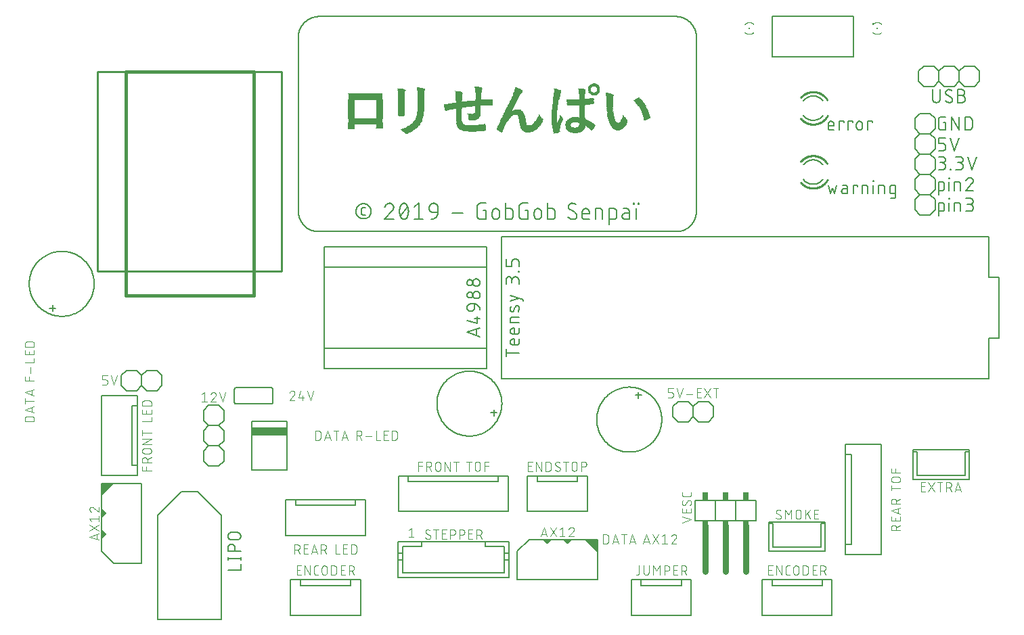
<source format=gbr>
G04 EAGLE Gerber RS-274X export*
G75*
%MOMM*%
%FSLAX34Y34*%
%LPD*%
%INSilkscreen Top*%
%IPPOS*%
%AMOC8*
5,1,8,0,0,1.08239X$1,22.5*%
G01*
%ADD10C,0.152400*%
%ADD11C,0.177800*%
%ADD12C,0.101600*%
%ADD13R,0.121919X0.020319*%
%ADD14R,0.223519X0.020319*%
%ADD15R,0.325119X0.020319*%
%ADD16R,0.081281X0.020319*%
%ADD17R,0.386081X0.020319*%
%ADD18R,0.243838X0.020319*%
%ADD19R,0.467356X0.020319*%
%ADD20R,0.345438X0.020319*%
%ADD21R,0.528319X0.020319*%
%ADD22R,0.589281X0.020319*%
%ADD23R,0.751838X0.020319*%
%ADD24R,0.650238X0.020319*%
%ADD25R,0.629919X0.020319*%
%ADD26R,0.955038X0.020319*%
%ADD27R,0.731519X0.020319*%
%ADD28R,0.670556X0.020319*%
%ADD29R,1.117600X0.020319*%
%ADD30R,0.792475X0.020319*%
%ADD31R,0.365756X0.020319*%
%ADD32R,1.239519X0.020319*%
%ADD33R,0.833119X0.020319*%
%ADD34R,1.341119X0.020319*%
%ADD35R,0.914400X0.020319*%
%ADD36R,0.203200X0.020319*%
%ADD37R,0.792481X0.020319*%
%ADD38R,0.772163X0.020319*%
%ADD39R,1.442719X0.020319*%
%ADD40R,0.975356X0.020319*%
%ADD41R,0.934719X0.020319*%
%ADD42R,1.524000X0.020319*%
%ADD43R,1.036319X0.020319*%
%ADD44R,0.304800X0.020319*%
%ADD45R,1.605281X0.020319*%
%ADD46R,0.995681X0.020319*%
%ADD47R,1.137919X0.020319*%
%ADD48R,1.666238X0.020319*%
%ADD49R,1.158238X0.020319*%
%ADD50R,1.645919X0.020319*%
%ADD51R,0.406400X0.020319*%
%ADD52R,1.219200X0.020319*%
%ADD53R,0.812800X0.020319*%
%ADD54R,1.727200X0.020319*%
%ADD55R,2.072637X0.020319*%
%ADD56R,0.447038X0.020319*%
%ADD57R,1.300475X0.020319*%
%ADD58R,1.788156X0.020319*%
%ADD59R,1.300481X0.020319*%
%ADD60R,2.377438X0.020319*%
%ADD61R,0.508000X0.020319*%
%ADD62R,1.361438X0.020319*%
%ADD63R,1.849119X0.020319*%
%ADD64R,2.641600X0.020319*%
%ADD65R,0.548638X0.020319*%
%ADD66R,1.422400X0.020319*%
%ADD67R,1.889756X0.020319*%
%ADD68R,2.824481X0.020319*%
%ADD69R,0.568956X0.020319*%
%ADD70R,1.503681X0.020319*%
%ADD71R,1.930400X0.020319*%
%ADD72R,1.463037X0.020319*%
%ADD73R,2.946400X0.020319*%
%ADD74R,1.564638X0.020319*%
%ADD75R,1.971037X0.020319*%
%ADD76R,0.020319X0.020319*%
%ADD77R,1.544319X0.020319*%
%ADD78R,3.007356X0.020319*%
%ADD79R,2.011681X0.020319*%
%ADD80R,0.081275X0.020319*%
%ADD81R,0.264163X0.020319*%
%ADD82R,3.068319X0.020319*%
%ADD83R,0.711200X0.020319*%
%ADD84R,2.052319X0.020319*%
%ADD85R,1.686563X0.020319*%
%ADD86R,3.108956X0.020319*%
%ADD87R,1.706881X0.020319*%
%ADD88R,2.092956X0.020319*%
%ADD89R,0.162556X0.020319*%
%ADD90R,1.747519X0.020319*%
%ADD91R,3.149600X0.020319*%
%ADD92R,2.133600X0.020319*%
%ADD93R,0.670563X0.020319*%
%ADD94R,3.190238X0.020319*%
%ADD95R,0.853438X0.020319*%
%ADD96R,2.153919X0.020319*%
%ADD97R,0.772156X0.020319*%
%ADD98R,1.706875X0.020319*%
%ADD99R,3.230875X0.020319*%
%ADD100R,1.828800X0.020319*%
%ADD101R,0.873762X0.020319*%
%ADD102R,2.174238X0.020319*%
%ADD103R,0.284481X0.020319*%
%ADD104R,3.271519X0.020319*%
%ADD105R,0.873756X0.020319*%
%ADD106R,2.214881X0.020319*%
%ADD107R,0.894081X0.020319*%
%ADD108R,1.625600X0.020319*%
%ADD109R,3.291838X0.020319*%
%ADD110R,1.910081X0.020319*%
%ADD111R,2.235200X0.020319*%
%ADD112R,3.312156X0.020319*%
%ADD113R,0.894075X0.020319*%
%ADD114R,1.950719X0.020319*%
%ADD115R,2.255519X0.020319*%
%ADD116R,1.016000X0.020319*%
%ADD117R,1.584956X0.020319*%
%ADD118R,3.332475X0.020319*%
%ADD119R,2.296156X0.020319*%
%ADD120R,0.426719X0.020319*%
%ADD121R,1.097281X0.020319*%
%ADD122R,3.352800X0.020319*%
%ADD123R,3.373119X0.020319*%
%ADD124R,2.032000X0.020319*%
%ADD125R,2.336800X0.020319*%
%ADD126R,1.178556X0.020319*%
%ADD127R,3.393438X0.020319*%
%ADD128R,1.483356X0.020319*%
%ADD129R,3.413756X0.020319*%
%ADD130R,1.280156X0.020319*%
%ADD131R,3.434075X0.020319*%
%ADD132R,1.320800X0.020319*%
%ADD133R,3.454400X0.020319*%
%ADD134R,1.402075X0.020319*%
%ADD135R,2.194556X0.020319*%
%ADD136R,0.690881X0.020319*%
%ADD137R,1.381756X0.020319*%
%ADD138R,3.474719X0.020319*%
%ADD139R,3.495038X0.020319*%
%ADD140R,2.275838X0.020319*%
%ADD141R,3.515356X0.020319*%
%ADD142R,2.316475X0.020319*%
%ADD143R,3.535675X0.020319*%
%ADD144R,1.605275X0.020319*%
%ADD145R,2.357119X0.020319*%
%ADD146R,0.995675X0.020319*%
%ADD147R,1.259838X0.020319*%
%ADD148R,3.535681X0.020319*%
%ADD149R,2.418081X0.020319*%
%ADD150R,1.076963X0.020319*%
%ADD151R,1.686556X0.020319*%
%ADD152R,3.556000X0.020319*%
%ADD153R,2.438400X0.020319*%
%ADD154R,2.458719X0.020319*%
%ADD155R,1.767838X0.020319*%
%ADD156R,1.198875X0.020319*%
%ADD157R,3.576319X0.020319*%
%ADD158R,1.056638X0.020319*%
%ADD159R,1.198881X0.020319*%
%ADD160R,1.808475X0.020319*%
%ADD161R,1.178562X0.020319*%
%ADD162R,1.889763X0.020319*%
%ADD163R,1.910075X0.020319*%
%ADD164R,0.487675X0.020319*%
%ADD165R,1.076956X0.020319*%
%ADD166R,1.869438X0.020319*%
%ADD167R,4.328156X0.020319*%
%ADD168R,1.991356X0.020319*%
%ADD169R,2.011675X0.020319*%
%ADD170R,2.113275X0.020319*%
%ADD171R,1.584963X0.020319*%
%ADD172R,0.975363X0.020319*%
%ADD173R,4.307837X0.020319*%
%ADD174R,0.690875X0.020319*%
%ADD175R,3.088638X0.020319*%
%ADD176R,3.027675X0.020319*%
%ADD177R,2.987038X0.020319*%
%ADD178R,2.885438X0.020319*%
%ADD179R,2.844800X0.020319*%
%ADD180R,2.783838X0.020319*%
%ADD181R,2.722881X0.020319*%
%ADD182R,2.661919X0.020319*%
%ADD183R,2.621275X0.020319*%
%ADD184R,2.560319X0.020319*%
%ADD185R,2.499363X0.020319*%
%ADD186R,0.142238X0.020319*%
%ADD187R,0.284475X0.020319*%
%ADD188R,0.264156X0.020319*%
%ADD189R,2.113281X0.020319*%
%ADD190R,0.568963X0.020319*%
%ADD191R,0.609600X0.020319*%
%ADD192R,0.386075X0.020319*%
%ADD193R,0.487681X0.020319*%
%ADD194R,0.182881X0.020319*%
%ADD195R,0.162562X0.020319*%
%ADD196R,0.182875X0.020319*%
%ADD197R,0.101600X0.020319*%
%ADD198R,0.060956X0.020319*%
%ADD199R,0.040638X0.020319*%
%ADD200R,2.540000X0.020319*%
%ADD201R,2.519681X0.020319*%
%ADD202R,2.499356X0.020319*%
%ADD203R,2.479038X0.020319*%
%ADD204R,2.418075X0.020319*%
%ADD205R,2.397756X0.020319*%
%ADD206R,2.621281X0.020319*%
%ADD207R,3.129281X0.020319*%
%ADD208R,3.779519X0.020319*%
%ADD209R,4.612637X0.020319*%
%ADD210R,4.653281X0.020319*%
%ADD211R,4.815838X0.020319*%
%ADD212R,5.161281X0.020319*%
%ADD213R,5.730238X0.020319*%
%ADD214R,6.096000X0.020319*%
%ADD215R,6.116319X0.020319*%
%ADD216R,5.872475X0.020319*%
%ADD217R,5.669275X0.020319*%
%ADD218R,5.506719X0.020319*%
%ADD219R,5.364475X0.020319*%
%ADD220R,5.222238X0.020319*%
%ADD221R,3.230881X0.020319*%
%ADD222R,5.100319X0.020319*%
%ADD223R,4.998719X0.020319*%
%ADD224R,4.897119X0.020319*%
%ADD225R,4.775200X0.020319*%
%ADD226R,4.632956X0.020319*%
%ADD227R,3.860800X0.020319*%
%ADD228R,3.698238X0.020319*%
%ADD229R,3.434081X0.020319*%
%ADD230R,2.966719X0.020319*%
%ADD231R,2.600956X0.020319*%
%ADD232R,4.287519X0.020319*%
%ADD233R,0.365762X0.020319*%
%ADD234R,1.097275X0.020319*%
%ADD235C,0.203200*%
%ADD236C,0.254000*%
%ADD237C,0.406400*%
%ADD238C,0.127000*%
%ADD239R,0.200000X0.200000*%
%ADD240R,0.150000X0.250000*%
%ADD241C,0.762000*%
%ADD242R,0.762000X0.508000*%
%ADD243R,0.762000X1.016000*%
%ADD244R,4.400000X1.000000*%

G36*
X120107Y174379D02*
X120107Y174379D01*
X120131Y174379D01*
X120213Y174413D01*
X120298Y174440D01*
X120319Y174456D01*
X120338Y174464D01*
X120376Y174498D01*
X120448Y174552D01*
X135448Y189552D01*
X135499Y189625D01*
X135555Y189694D01*
X135563Y189716D01*
X135577Y189736D01*
X135599Y189822D01*
X135627Y189906D01*
X135627Y189930D01*
X135633Y189953D01*
X135623Y190042D01*
X135621Y190131D01*
X135612Y190153D01*
X135609Y190176D01*
X135570Y190256D01*
X135536Y190338D01*
X135520Y190356D01*
X135510Y190377D01*
X135445Y190438D01*
X135385Y190504D01*
X135364Y190515D01*
X135347Y190531D01*
X135265Y190566D01*
X135185Y190607D01*
X135159Y190610D01*
X135140Y190619D01*
X135090Y190621D01*
X135000Y190634D01*
X120000Y190634D01*
X119935Y190623D01*
X119869Y190621D01*
X119826Y190603D01*
X119779Y190595D01*
X119722Y190561D01*
X119662Y190536D01*
X119627Y190505D01*
X119586Y190480D01*
X119545Y190429D01*
X119496Y190385D01*
X119474Y190343D01*
X119445Y190306D01*
X119424Y190244D01*
X119393Y190185D01*
X119385Y190131D01*
X119373Y190094D01*
X119374Y190054D01*
X119366Y190000D01*
X119366Y175000D01*
X119382Y174912D01*
X119391Y174824D01*
X119401Y174803D01*
X119405Y174779D01*
X119451Y174702D01*
X119490Y174623D01*
X119507Y174606D01*
X119520Y174586D01*
X119589Y174530D01*
X119653Y174469D01*
X119675Y174460D01*
X119694Y174445D01*
X119778Y174416D01*
X119860Y174381D01*
X119884Y174380D01*
X119906Y174373D01*
X119995Y174375D01*
X120084Y174371D01*
X120107Y174379D01*
G37*
G36*
X740042Y104377D02*
X740042Y104377D01*
X740131Y104379D01*
X740153Y104388D01*
X740176Y104391D01*
X740256Y104430D01*
X740338Y104464D01*
X740356Y104480D01*
X740377Y104490D01*
X740438Y104555D01*
X740504Y104615D01*
X740515Y104636D01*
X740531Y104653D01*
X740566Y104735D01*
X740607Y104815D01*
X740610Y104841D01*
X740619Y104860D01*
X740621Y104910D01*
X740634Y105000D01*
X740634Y120000D01*
X740623Y120065D01*
X740621Y120131D01*
X740603Y120174D01*
X740595Y120221D01*
X740561Y120278D01*
X740536Y120338D01*
X740505Y120373D01*
X740480Y120414D01*
X740429Y120456D01*
X740385Y120504D01*
X740343Y120526D01*
X740306Y120555D01*
X740244Y120576D01*
X740185Y120607D01*
X740131Y120615D01*
X740094Y120627D01*
X740054Y120626D01*
X740000Y120634D01*
X725000Y120634D01*
X724912Y120618D01*
X724824Y120609D01*
X724803Y120599D01*
X724779Y120595D01*
X724702Y120549D01*
X724623Y120510D01*
X724606Y120493D01*
X724586Y120480D01*
X724530Y120411D01*
X724469Y120347D01*
X724460Y120325D01*
X724445Y120306D01*
X724416Y120222D01*
X724381Y120140D01*
X724380Y120116D01*
X724373Y120094D01*
X724375Y120005D01*
X724371Y119916D01*
X724379Y119893D01*
X724379Y119869D01*
X724413Y119787D01*
X724440Y119702D01*
X724456Y119681D01*
X724464Y119662D01*
X724498Y119624D01*
X724552Y119552D01*
X739552Y104552D01*
X739625Y104501D01*
X739694Y104445D01*
X739716Y104437D01*
X739736Y104423D01*
X739822Y104401D01*
X739906Y104373D01*
X739930Y104373D01*
X739953Y104368D01*
X740042Y104377D01*
G37*
G36*
X120107Y147379D02*
X120107Y147379D01*
X120131Y147379D01*
X120213Y147413D01*
X120298Y147440D01*
X120319Y147456D01*
X120338Y147464D01*
X120376Y147498D01*
X120448Y147552D01*
X125448Y152552D01*
X125486Y152606D01*
X125531Y152653D01*
X125550Y152697D01*
X125577Y152736D01*
X125593Y152799D01*
X125619Y152860D01*
X125621Y152907D01*
X125633Y152953D01*
X125626Y153018D01*
X125629Y153084D01*
X125614Y153129D01*
X125609Y153176D01*
X125580Y153235D01*
X125560Y153298D01*
X125527Y153342D01*
X125510Y153377D01*
X125481Y153404D01*
X125448Y153448D01*
X120448Y158448D01*
X120375Y158499D01*
X120306Y158555D01*
X120284Y158563D01*
X120264Y158577D01*
X120178Y158599D01*
X120094Y158627D01*
X120070Y158627D01*
X120047Y158633D01*
X119958Y158623D01*
X119869Y158621D01*
X119847Y158612D01*
X119824Y158609D01*
X119744Y158570D01*
X119662Y158536D01*
X119644Y158520D01*
X119623Y158510D01*
X119562Y158445D01*
X119496Y158385D01*
X119485Y158364D01*
X119469Y158347D01*
X119434Y158265D01*
X119393Y158185D01*
X119390Y158159D01*
X119381Y158140D01*
X119379Y158090D01*
X119366Y158000D01*
X119366Y148000D01*
X119382Y147912D01*
X119391Y147824D01*
X119401Y147803D01*
X119405Y147779D01*
X119451Y147702D01*
X119490Y147623D01*
X119507Y147606D01*
X119520Y147586D01*
X119589Y147530D01*
X119653Y147469D01*
X119675Y147460D01*
X119694Y147445D01*
X119778Y147416D01*
X119860Y147381D01*
X119884Y147380D01*
X119906Y147373D01*
X119995Y147375D01*
X120084Y147371D01*
X120107Y147379D01*
G37*
G36*
X120107Y121379D02*
X120107Y121379D01*
X120131Y121379D01*
X120213Y121413D01*
X120298Y121440D01*
X120319Y121456D01*
X120338Y121464D01*
X120376Y121498D01*
X120448Y121552D01*
X125448Y126552D01*
X125486Y126606D01*
X125531Y126653D01*
X125550Y126697D01*
X125577Y126736D01*
X125593Y126799D01*
X125619Y126860D01*
X125621Y126907D01*
X125633Y126953D01*
X125626Y127018D01*
X125629Y127084D01*
X125614Y127129D01*
X125609Y127176D01*
X125580Y127235D01*
X125560Y127298D01*
X125527Y127342D01*
X125510Y127377D01*
X125481Y127404D01*
X125448Y127448D01*
X120448Y132448D01*
X120375Y132499D01*
X120306Y132555D01*
X120284Y132563D01*
X120264Y132577D01*
X120178Y132599D01*
X120094Y132627D01*
X120070Y132627D01*
X120047Y132633D01*
X119958Y132623D01*
X119869Y132621D01*
X119847Y132612D01*
X119824Y132609D01*
X119744Y132570D01*
X119662Y132536D01*
X119644Y132520D01*
X119623Y132510D01*
X119562Y132445D01*
X119496Y132385D01*
X119485Y132364D01*
X119469Y132347D01*
X119434Y132265D01*
X119393Y132185D01*
X119390Y132159D01*
X119381Y132140D01*
X119379Y132090D01*
X119366Y132000D01*
X119366Y122000D01*
X119382Y121912D01*
X119391Y121824D01*
X119401Y121803D01*
X119405Y121779D01*
X119451Y121702D01*
X119490Y121623D01*
X119507Y121606D01*
X119520Y121586D01*
X119589Y121530D01*
X119653Y121469D01*
X119675Y121460D01*
X119694Y121445D01*
X119778Y121416D01*
X119860Y121381D01*
X119884Y121380D01*
X119906Y121373D01*
X119995Y121375D01*
X120084Y121371D01*
X120107Y121379D01*
G37*
G36*
X703018Y114374D02*
X703018Y114374D01*
X703084Y114371D01*
X703129Y114386D01*
X703176Y114391D01*
X703235Y114420D01*
X703298Y114440D01*
X703342Y114473D01*
X703377Y114490D01*
X703404Y114519D01*
X703448Y114552D01*
X708448Y119552D01*
X708499Y119625D01*
X708555Y119694D01*
X708563Y119716D01*
X708577Y119736D01*
X708599Y119822D01*
X708627Y119906D01*
X708627Y119930D01*
X708633Y119953D01*
X708623Y120042D01*
X708621Y120131D01*
X708612Y120153D01*
X708609Y120176D01*
X708570Y120256D01*
X708536Y120338D01*
X708520Y120356D01*
X708510Y120377D01*
X708445Y120438D01*
X708385Y120504D01*
X708364Y120515D01*
X708347Y120531D01*
X708265Y120566D01*
X708185Y120607D01*
X708159Y120610D01*
X708140Y120619D01*
X708090Y120621D01*
X708000Y120634D01*
X698000Y120634D01*
X697912Y120618D01*
X697824Y120609D01*
X697803Y120599D01*
X697779Y120595D01*
X697702Y120549D01*
X697623Y120510D01*
X697606Y120493D01*
X697586Y120480D01*
X697530Y120411D01*
X697469Y120347D01*
X697460Y120325D01*
X697445Y120306D01*
X697416Y120222D01*
X697381Y120140D01*
X697380Y120116D01*
X697373Y120094D01*
X697375Y120005D01*
X697371Y119916D01*
X697379Y119893D01*
X697379Y119869D01*
X697413Y119787D01*
X697440Y119702D01*
X697456Y119681D01*
X697464Y119662D01*
X697498Y119624D01*
X697552Y119552D01*
X702552Y114552D01*
X702606Y114514D01*
X702653Y114469D01*
X702697Y114450D01*
X702736Y114423D01*
X702799Y114407D01*
X702860Y114381D01*
X702907Y114379D01*
X702953Y114368D01*
X703018Y114374D01*
G37*
G36*
X677018Y114374D02*
X677018Y114374D01*
X677084Y114371D01*
X677129Y114386D01*
X677176Y114391D01*
X677235Y114420D01*
X677298Y114440D01*
X677342Y114473D01*
X677377Y114490D01*
X677404Y114519D01*
X677448Y114552D01*
X682448Y119552D01*
X682499Y119625D01*
X682555Y119694D01*
X682563Y119716D01*
X682577Y119736D01*
X682599Y119822D01*
X682627Y119906D01*
X682627Y119930D01*
X682633Y119953D01*
X682623Y120042D01*
X682621Y120131D01*
X682612Y120153D01*
X682609Y120176D01*
X682570Y120256D01*
X682536Y120338D01*
X682520Y120356D01*
X682510Y120377D01*
X682445Y120438D01*
X682385Y120504D01*
X682364Y120515D01*
X682347Y120531D01*
X682265Y120566D01*
X682185Y120607D01*
X682159Y120610D01*
X682140Y120619D01*
X682090Y120621D01*
X682000Y120634D01*
X672000Y120634D01*
X671912Y120618D01*
X671824Y120609D01*
X671803Y120599D01*
X671779Y120595D01*
X671702Y120549D01*
X671623Y120510D01*
X671606Y120493D01*
X671586Y120480D01*
X671530Y120411D01*
X671469Y120347D01*
X671460Y120325D01*
X671445Y120306D01*
X671416Y120222D01*
X671381Y120140D01*
X671380Y120116D01*
X671373Y120094D01*
X671375Y120005D01*
X671371Y119916D01*
X671379Y119893D01*
X671379Y119869D01*
X671413Y119787D01*
X671440Y119702D01*
X671456Y119681D01*
X671464Y119662D01*
X671498Y119624D01*
X671552Y119552D01*
X676552Y114552D01*
X676606Y114514D01*
X676653Y114469D01*
X676697Y114450D01*
X676736Y114423D01*
X676799Y114407D01*
X676860Y114381D01*
X676907Y114379D01*
X676953Y114368D01*
X677018Y114374D01*
G37*
D10*
X1173084Y641793D02*
X1175793Y641793D01*
X1175793Y632762D01*
X1170374Y632762D01*
X1170256Y632764D01*
X1170138Y632770D01*
X1170020Y632779D01*
X1169903Y632793D01*
X1169786Y632810D01*
X1169669Y632831D01*
X1169554Y632856D01*
X1169439Y632885D01*
X1169325Y632918D01*
X1169213Y632954D01*
X1169102Y632994D01*
X1168992Y633037D01*
X1168883Y633084D01*
X1168776Y633134D01*
X1168671Y633189D01*
X1168568Y633246D01*
X1168467Y633307D01*
X1168367Y633371D01*
X1168270Y633438D01*
X1168175Y633508D01*
X1168083Y633582D01*
X1167992Y633658D01*
X1167905Y633738D01*
X1167820Y633820D01*
X1167738Y633905D01*
X1167658Y633992D01*
X1167582Y634083D01*
X1167508Y634175D01*
X1167438Y634270D01*
X1167371Y634367D01*
X1167307Y634467D01*
X1167246Y634568D01*
X1167189Y634671D01*
X1167134Y634776D01*
X1167084Y634883D01*
X1167037Y634992D01*
X1166994Y635102D01*
X1166954Y635213D01*
X1166918Y635325D01*
X1166885Y635439D01*
X1166856Y635554D01*
X1166831Y635669D01*
X1166810Y635786D01*
X1166793Y635903D01*
X1166779Y636020D01*
X1166770Y636138D01*
X1166764Y636256D01*
X1166762Y636374D01*
X1166762Y645406D01*
X1166764Y645524D01*
X1166770Y645642D01*
X1166779Y645760D01*
X1166793Y645877D01*
X1166810Y645994D01*
X1166831Y646111D01*
X1166856Y646226D01*
X1166885Y646341D01*
X1166918Y646455D01*
X1166954Y646567D01*
X1166994Y646678D01*
X1167037Y646788D01*
X1167084Y646897D01*
X1167134Y647004D01*
X1167188Y647109D01*
X1167246Y647212D01*
X1167307Y647313D01*
X1167371Y647413D01*
X1167438Y647510D01*
X1167508Y647605D01*
X1167582Y647697D01*
X1167658Y647788D01*
X1167738Y647875D01*
X1167820Y647960D01*
X1167905Y648042D01*
X1167992Y648122D01*
X1168083Y648198D01*
X1168175Y648272D01*
X1168270Y648342D01*
X1168367Y648409D01*
X1168467Y648473D01*
X1168568Y648534D01*
X1168671Y648591D01*
X1168776Y648645D01*
X1168883Y648696D01*
X1168992Y648743D01*
X1169102Y648786D01*
X1169213Y648826D01*
X1169325Y648862D01*
X1169439Y648895D01*
X1169554Y648924D01*
X1169669Y648949D01*
X1169786Y648970D01*
X1169903Y648987D01*
X1170020Y649001D01*
X1170138Y649010D01*
X1170256Y649016D01*
X1170374Y649018D01*
X1175793Y649018D01*
X1183435Y649018D02*
X1183435Y632762D01*
X1192466Y632762D02*
X1183435Y649018D01*
X1192466Y649018D02*
X1192466Y632762D01*
X1200109Y632762D02*
X1200109Y649018D01*
X1204624Y649018D01*
X1204755Y649016D01*
X1204887Y649010D01*
X1205018Y649001D01*
X1205148Y648987D01*
X1205279Y648970D01*
X1205408Y648949D01*
X1205537Y648925D01*
X1205665Y648896D01*
X1205793Y648864D01*
X1205919Y648828D01*
X1206044Y648789D01*
X1206169Y648746D01*
X1206291Y648699D01*
X1206413Y648649D01*
X1206533Y648595D01*
X1206651Y648538D01*
X1206767Y648477D01*
X1206882Y648413D01*
X1206995Y648346D01*
X1207106Y648275D01*
X1207214Y648201D01*
X1207321Y648124D01*
X1207425Y648044D01*
X1207527Y647961D01*
X1207626Y647876D01*
X1207723Y647787D01*
X1207817Y647695D01*
X1207909Y647601D01*
X1207998Y647504D01*
X1208083Y647405D01*
X1208166Y647303D01*
X1208246Y647199D01*
X1208323Y647092D01*
X1208397Y646984D01*
X1208468Y646873D01*
X1208535Y646760D01*
X1208599Y646645D01*
X1208660Y646529D01*
X1208717Y646411D01*
X1208771Y646291D01*
X1208821Y646169D01*
X1208868Y646047D01*
X1208911Y645922D01*
X1208950Y645797D01*
X1208986Y645671D01*
X1209018Y645543D01*
X1209047Y645415D01*
X1209071Y645286D01*
X1209092Y645157D01*
X1209109Y645026D01*
X1209123Y644896D01*
X1209132Y644765D01*
X1209138Y644633D01*
X1209140Y644502D01*
X1209140Y637278D01*
X1209138Y637147D01*
X1209132Y637015D01*
X1209123Y636884D01*
X1209109Y636754D01*
X1209092Y636623D01*
X1209071Y636494D01*
X1209047Y636365D01*
X1209018Y636237D01*
X1208986Y636109D01*
X1208950Y635983D01*
X1208911Y635858D01*
X1208868Y635733D01*
X1208821Y635611D01*
X1208771Y635489D01*
X1208717Y635369D01*
X1208660Y635251D01*
X1208599Y635135D01*
X1208535Y635020D01*
X1208468Y634907D01*
X1208397Y634796D01*
X1208323Y634688D01*
X1208246Y634581D01*
X1208166Y634477D01*
X1208083Y634375D01*
X1207998Y634276D01*
X1207909Y634179D01*
X1207817Y634085D01*
X1207723Y633993D01*
X1207626Y633904D01*
X1207527Y633819D01*
X1207425Y633736D01*
X1207321Y633656D01*
X1207214Y633579D01*
X1207106Y633505D01*
X1206995Y633434D01*
X1206882Y633367D01*
X1206767Y633303D01*
X1206651Y633242D01*
X1206533Y633185D01*
X1206413Y633131D01*
X1206291Y633081D01*
X1206169Y633034D01*
X1206044Y632991D01*
X1205919Y632952D01*
X1205793Y632916D01*
X1205665Y632884D01*
X1205537Y632855D01*
X1205408Y632831D01*
X1205278Y632810D01*
X1205148Y632793D01*
X1205018Y632779D01*
X1204887Y632770D01*
X1204755Y632764D01*
X1204624Y632762D01*
X1200109Y632762D01*
X1172181Y606762D02*
X1166762Y606762D01*
X1172181Y606762D02*
X1172299Y606764D01*
X1172417Y606770D01*
X1172535Y606779D01*
X1172652Y606793D01*
X1172769Y606810D01*
X1172886Y606831D01*
X1173001Y606856D01*
X1173116Y606885D01*
X1173230Y606918D01*
X1173342Y606954D01*
X1173453Y606994D01*
X1173563Y607037D01*
X1173672Y607084D01*
X1173779Y607134D01*
X1173884Y607189D01*
X1173987Y607246D01*
X1174088Y607307D01*
X1174188Y607371D01*
X1174285Y607438D01*
X1174380Y607508D01*
X1174472Y607582D01*
X1174563Y607658D01*
X1174650Y607738D01*
X1174735Y607820D01*
X1174817Y607905D01*
X1174897Y607992D01*
X1174973Y608083D01*
X1175047Y608175D01*
X1175117Y608270D01*
X1175184Y608367D01*
X1175248Y608467D01*
X1175309Y608568D01*
X1175366Y608671D01*
X1175421Y608776D01*
X1175471Y608883D01*
X1175518Y608992D01*
X1175561Y609102D01*
X1175601Y609213D01*
X1175637Y609325D01*
X1175670Y609439D01*
X1175699Y609554D01*
X1175724Y609669D01*
X1175745Y609786D01*
X1175762Y609903D01*
X1175776Y610020D01*
X1175785Y610138D01*
X1175791Y610256D01*
X1175793Y610374D01*
X1175793Y612181D01*
X1175791Y612299D01*
X1175785Y612417D01*
X1175776Y612535D01*
X1175762Y612652D01*
X1175745Y612769D01*
X1175724Y612886D01*
X1175699Y613001D01*
X1175670Y613116D01*
X1175637Y613230D01*
X1175601Y613342D01*
X1175561Y613453D01*
X1175518Y613563D01*
X1175471Y613672D01*
X1175421Y613779D01*
X1175366Y613884D01*
X1175309Y613987D01*
X1175248Y614088D01*
X1175184Y614188D01*
X1175117Y614285D01*
X1175047Y614380D01*
X1174973Y614472D01*
X1174897Y614563D01*
X1174817Y614650D01*
X1174735Y614735D01*
X1174650Y614817D01*
X1174563Y614897D01*
X1174472Y614973D01*
X1174380Y615047D01*
X1174285Y615117D01*
X1174188Y615184D01*
X1174088Y615248D01*
X1173987Y615309D01*
X1173884Y615366D01*
X1173779Y615421D01*
X1173672Y615471D01*
X1173563Y615518D01*
X1173453Y615561D01*
X1173342Y615601D01*
X1173230Y615637D01*
X1173116Y615670D01*
X1173001Y615699D01*
X1172886Y615724D01*
X1172769Y615745D01*
X1172652Y615762D01*
X1172535Y615776D01*
X1172417Y615785D01*
X1172299Y615791D01*
X1172181Y615793D01*
X1166762Y615793D01*
X1166762Y623018D01*
X1175793Y623018D01*
X1181490Y623018D02*
X1186909Y606762D01*
X1192327Y623018D01*
X1171278Y582762D02*
X1166762Y582762D01*
X1171278Y582762D02*
X1171411Y582764D01*
X1171543Y582770D01*
X1171675Y582780D01*
X1171807Y582793D01*
X1171939Y582811D01*
X1172069Y582832D01*
X1172200Y582857D01*
X1172329Y582886D01*
X1172457Y582919D01*
X1172585Y582955D01*
X1172711Y582995D01*
X1172836Y583039D01*
X1172960Y583087D01*
X1173082Y583138D01*
X1173203Y583193D01*
X1173322Y583251D01*
X1173440Y583313D01*
X1173555Y583378D01*
X1173669Y583447D01*
X1173780Y583518D01*
X1173889Y583594D01*
X1173996Y583672D01*
X1174101Y583753D01*
X1174203Y583838D01*
X1174303Y583925D01*
X1174400Y584015D01*
X1174495Y584108D01*
X1174586Y584204D01*
X1174675Y584302D01*
X1174761Y584403D01*
X1174844Y584507D01*
X1174924Y584613D01*
X1175000Y584721D01*
X1175074Y584831D01*
X1175144Y584944D01*
X1175211Y585058D01*
X1175274Y585175D01*
X1175334Y585293D01*
X1175391Y585413D01*
X1175444Y585535D01*
X1175493Y585658D01*
X1175539Y585782D01*
X1175581Y585908D01*
X1175619Y586035D01*
X1175654Y586163D01*
X1175685Y586292D01*
X1175712Y586421D01*
X1175735Y586552D01*
X1175755Y586683D01*
X1175770Y586815D01*
X1175782Y586947D01*
X1175790Y587079D01*
X1175794Y587212D01*
X1175794Y587344D01*
X1175790Y587477D01*
X1175782Y587609D01*
X1175770Y587741D01*
X1175755Y587873D01*
X1175735Y588004D01*
X1175712Y588135D01*
X1175685Y588264D01*
X1175654Y588393D01*
X1175619Y588521D01*
X1175581Y588648D01*
X1175539Y588774D01*
X1175493Y588898D01*
X1175444Y589021D01*
X1175391Y589143D01*
X1175334Y589263D01*
X1175274Y589381D01*
X1175211Y589498D01*
X1175144Y589612D01*
X1175074Y589725D01*
X1175000Y589835D01*
X1174924Y589943D01*
X1174844Y590049D01*
X1174761Y590153D01*
X1174675Y590254D01*
X1174586Y590352D01*
X1174495Y590448D01*
X1174400Y590541D01*
X1174303Y590631D01*
X1174203Y590718D01*
X1174101Y590803D01*
X1173996Y590884D01*
X1173889Y590962D01*
X1173780Y591038D01*
X1173669Y591109D01*
X1173555Y591178D01*
X1173440Y591243D01*
X1173322Y591305D01*
X1173203Y591363D01*
X1173082Y591418D01*
X1172960Y591469D01*
X1172836Y591517D01*
X1172711Y591561D01*
X1172585Y591601D01*
X1172457Y591637D01*
X1172329Y591670D01*
X1172200Y591699D01*
X1172069Y591724D01*
X1171939Y591745D01*
X1171807Y591763D01*
X1171675Y591776D01*
X1171543Y591786D01*
X1171411Y591792D01*
X1171278Y591794D01*
X1172181Y599018D02*
X1166762Y599018D01*
X1172181Y599018D02*
X1172300Y599016D01*
X1172420Y599010D01*
X1172539Y599000D01*
X1172657Y598986D01*
X1172776Y598969D01*
X1172893Y598947D01*
X1173010Y598922D01*
X1173125Y598892D01*
X1173240Y598859D01*
X1173354Y598822D01*
X1173466Y598782D01*
X1173577Y598737D01*
X1173686Y598689D01*
X1173794Y598638D01*
X1173900Y598583D01*
X1174004Y598524D01*
X1174106Y598462D01*
X1174206Y598397D01*
X1174304Y598328D01*
X1174400Y598256D01*
X1174493Y598181D01*
X1174583Y598104D01*
X1174671Y598023D01*
X1174756Y597939D01*
X1174838Y597852D01*
X1174918Y597763D01*
X1174994Y597671D01*
X1175068Y597577D01*
X1175138Y597480D01*
X1175205Y597382D01*
X1175269Y597281D01*
X1175329Y597177D01*
X1175386Y597072D01*
X1175439Y596965D01*
X1175489Y596857D01*
X1175535Y596747D01*
X1175577Y596635D01*
X1175616Y596522D01*
X1175651Y596408D01*
X1175682Y596293D01*
X1175710Y596176D01*
X1175733Y596059D01*
X1175753Y595942D01*
X1175769Y595823D01*
X1175781Y595704D01*
X1175789Y595585D01*
X1175793Y595466D01*
X1175793Y595346D01*
X1175789Y595227D01*
X1175781Y595108D01*
X1175769Y594989D01*
X1175753Y594870D01*
X1175733Y594753D01*
X1175710Y594636D01*
X1175682Y594519D01*
X1175651Y594404D01*
X1175616Y594290D01*
X1175577Y594177D01*
X1175535Y594065D01*
X1175489Y593955D01*
X1175439Y593847D01*
X1175386Y593740D01*
X1175329Y593635D01*
X1175269Y593531D01*
X1175205Y593430D01*
X1175138Y593332D01*
X1175068Y593235D01*
X1174994Y593141D01*
X1174918Y593049D01*
X1174838Y592960D01*
X1174756Y592873D01*
X1174671Y592789D01*
X1174583Y592708D01*
X1174493Y592631D01*
X1174400Y592556D01*
X1174304Y592484D01*
X1174206Y592415D01*
X1174106Y592350D01*
X1174004Y592288D01*
X1173900Y592229D01*
X1173794Y592174D01*
X1173686Y592123D01*
X1173577Y592075D01*
X1173466Y592030D01*
X1173354Y591990D01*
X1173240Y591953D01*
X1173125Y591920D01*
X1173010Y591890D01*
X1172893Y591865D01*
X1172776Y591843D01*
X1172657Y591826D01*
X1172539Y591812D01*
X1172420Y591802D01*
X1172300Y591796D01*
X1172181Y591794D01*
X1172181Y591793D02*
X1168568Y591793D01*
X1181768Y583665D02*
X1181768Y582762D01*
X1181768Y583665D02*
X1182671Y583665D01*
X1182671Y582762D01*
X1181768Y582762D01*
X1188646Y582762D02*
X1193161Y582762D01*
X1193294Y582764D01*
X1193426Y582770D01*
X1193558Y582780D01*
X1193690Y582793D01*
X1193822Y582811D01*
X1193952Y582832D01*
X1194083Y582857D01*
X1194212Y582886D01*
X1194340Y582919D01*
X1194468Y582955D01*
X1194594Y582995D01*
X1194719Y583039D01*
X1194843Y583087D01*
X1194965Y583138D01*
X1195086Y583193D01*
X1195205Y583251D01*
X1195323Y583313D01*
X1195438Y583378D01*
X1195552Y583447D01*
X1195663Y583518D01*
X1195772Y583594D01*
X1195879Y583672D01*
X1195984Y583753D01*
X1196086Y583838D01*
X1196186Y583925D01*
X1196283Y584015D01*
X1196378Y584108D01*
X1196469Y584204D01*
X1196558Y584302D01*
X1196644Y584403D01*
X1196727Y584507D01*
X1196807Y584613D01*
X1196883Y584721D01*
X1196957Y584831D01*
X1197027Y584944D01*
X1197094Y585058D01*
X1197157Y585175D01*
X1197217Y585293D01*
X1197274Y585413D01*
X1197327Y585535D01*
X1197376Y585658D01*
X1197422Y585782D01*
X1197464Y585908D01*
X1197502Y586035D01*
X1197537Y586163D01*
X1197568Y586292D01*
X1197595Y586421D01*
X1197618Y586552D01*
X1197638Y586683D01*
X1197653Y586815D01*
X1197665Y586947D01*
X1197673Y587079D01*
X1197677Y587212D01*
X1197677Y587344D01*
X1197673Y587477D01*
X1197665Y587609D01*
X1197653Y587741D01*
X1197638Y587873D01*
X1197618Y588004D01*
X1197595Y588135D01*
X1197568Y588264D01*
X1197537Y588393D01*
X1197502Y588521D01*
X1197464Y588648D01*
X1197422Y588774D01*
X1197376Y588898D01*
X1197327Y589021D01*
X1197274Y589143D01*
X1197217Y589263D01*
X1197157Y589381D01*
X1197094Y589498D01*
X1197027Y589612D01*
X1196957Y589725D01*
X1196883Y589835D01*
X1196807Y589943D01*
X1196727Y590049D01*
X1196644Y590153D01*
X1196558Y590254D01*
X1196469Y590352D01*
X1196378Y590448D01*
X1196283Y590541D01*
X1196186Y590631D01*
X1196086Y590718D01*
X1195984Y590803D01*
X1195879Y590884D01*
X1195772Y590962D01*
X1195663Y591038D01*
X1195552Y591109D01*
X1195438Y591178D01*
X1195323Y591243D01*
X1195205Y591305D01*
X1195086Y591363D01*
X1194965Y591418D01*
X1194843Y591469D01*
X1194719Y591517D01*
X1194594Y591561D01*
X1194468Y591601D01*
X1194340Y591637D01*
X1194212Y591670D01*
X1194083Y591699D01*
X1193952Y591724D01*
X1193822Y591745D01*
X1193690Y591763D01*
X1193558Y591776D01*
X1193426Y591786D01*
X1193294Y591792D01*
X1193161Y591794D01*
X1194064Y599018D02*
X1188646Y599018D01*
X1194064Y599018D02*
X1194183Y599016D01*
X1194303Y599010D01*
X1194422Y599000D01*
X1194540Y598986D01*
X1194659Y598969D01*
X1194776Y598947D01*
X1194893Y598922D01*
X1195008Y598892D01*
X1195123Y598859D01*
X1195237Y598822D01*
X1195349Y598782D01*
X1195460Y598737D01*
X1195569Y598689D01*
X1195677Y598638D01*
X1195783Y598583D01*
X1195887Y598524D01*
X1195989Y598462D01*
X1196089Y598397D01*
X1196187Y598328D01*
X1196283Y598256D01*
X1196376Y598181D01*
X1196466Y598104D01*
X1196554Y598023D01*
X1196639Y597939D01*
X1196721Y597852D01*
X1196801Y597763D01*
X1196877Y597671D01*
X1196951Y597577D01*
X1197021Y597480D01*
X1197088Y597382D01*
X1197152Y597281D01*
X1197212Y597177D01*
X1197269Y597072D01*
X1197322Y596965D01*
X1197372Y596857D01*
X1197418Y596747D01*
X1197460Y596635D01*
X1197499Y596522D01*
X1197534Y596408D01*
X1197565Y596293D01*
X1197593Y596176D01*
X1197616Y596059D01*
X1197636Y595942D01*
X1197652Y595823D01*
X1197664Y595704D01*
X1197672Y595585D01*
X1197676Y595466D01*
X1197676Y595346D01*
X1197672Y595227D01*
X1197664Y595108D01*
X1197652Y594989D01*
X1197636Y594870D01*
X1197616Y594753D01*
X1197593Y594636D01*
X1197565Y594519D01*
X1197534Y594404D01*
X1197499Y594290D01*
X1197460Y594177D01*
X1197418Y594065D01*
X1197372Y593955D01*
X1197322Y593847D01*
X1197269Y593740D01*
X1197212Y593635D01*
X1197152Y593531D01*
X1197088Y593430D01*
X1197021Y593332D01*
X1196951Y593235D01*
X1196877Y593141D01*
X1196801Y593049D01*
X1196721Y592960D01*
X1196639Y592873D01*
X1196554Y592789D01*
X1196466Y592708D01*
X1196376Y592631D01*
X1196283Y592556D01*
X1196187Y592484D01*
X1196089Y592415D01*
X1195989Y592350D01*
X1195887Y592288D01*
X1195783Y592229D01*
X1195677Y592174D01*
X1195569Y592123D01*
X1195460Y592075D01*
X1195349Y592030D01*
X1195237Y591990D01*
X1195123Y591953D01*
X1195008Y591920D01*
X1194893Y591890D01*
X1194776Y591865D01*
X1194659Y591843D01*
X1194540Y591826D01*
X1194422Y591812D01*
X1194303Y591802D01*
X1194183Y591796D01*
X1194064Y591794D01*
X1194064Y591793D02*
X1190452Y591793D01*
X1203374Y599018D02*
X1208792Y582762D01*
X1214211Y599018D01*
X1166762Y567599D02*
X1166762Y551343D01*
X1166762Y567599D02*
X1171278Y567599D01*
X1171382Y567597D01*
X1171485Y567591D01*
X1171589Y567581D01*
X1171692Y567567D01*
X1171794Y567549D01*
X1171895Y567528D01*
X1171996Y567502D01*
X1172095Y567473D01*
X1172194Y567440D01*
X1172291Y567403D01*
X1172386Y567362D01*
X1172480Y567318D01*
X1172572Y567270D01*
X1172662Y567219D01*
X1172751Y567164D01*
X1172837Y567106D01*
X1172920Y567044D01*
X1173002Y566980D01*
X1173080Y566912D01*
X1173156Y566842D01*
X1173230Y566769D01*
X1173300Y566692D01*
X1173368Y566614D01*
X1173432Y566532D01*
X1173494Y566449D01*
X1173552Y566363D01*
X1173607Y566274D01*
X1173658Y566184D01*
X1173706Y566092D01*
X1173750Y565998D01*
X1173791Y565903D01*
X1173828Y565806D01*
X1173861Y565707D01*
X1173890Y565608D01*
X1173916Y565507D01*
X1173937Y565406D01*
X1173955Y565304D01*
X1173969Y565201D01*
X1173979Y565097D01*
X1173985Y564994D01*
X1173987Y564890D01*
X1173987Y559471D01*
X1173985Y559370D01*
X1173979Y559269D01*
X1173970Y559168D01*
X1173957Y559067D01*
X1173940Y558967D01*
X1173919Y558868D01*
X1173895Y558770D01*
X1173867Y558673D01*
X1173835Y558576D01*
X1173800Y558481D01*
X1173761Y558388D01*
X1173719Y558296D01*
X1173673Y558205D01*
X1173624Y558117D01*
X1173572Y558030D01*
X1173516Y557945D01*
X1173458Y557862D01*
X1173396Y557782D01*
X1173331Y557704D01*
X1173264Y557628D01*
X1173194Y557555D01*
X1173121Y557485D01*
X1173045Y557418D01*
X1172967Y557353D01*
X1172887Y557291D01*
X1172804Y557233D01*
X1172719Y557177D01*
X1172633Y557125D01*
X1172544Y557076D01*
X1172453Y557030D01*
X1172361Y556988D01*
X1172268Y556949D01*
X1172173Y556914D01*
X1172076Y556882D01*
X1171979Y556854D01*
X1171881Y556830D01*
X1171782Y556809D01*
X1171682Y556792D01*
X1171581Y556779D01*
X1171480Y556770D01*
X1171379Y556764D01*
X1171278Y556762D01*
X1166762Y556762D01*
X1180201Y556762D02*
X1180201Y567599D01*
X1179749Y572115D02*
X1179749Y573018D01*
X1180652Y573018D01*
X1180652Y572115D01*
X1179749Y572115D01*
X1187009Y567599D02*
X1187009Y556762D01*
X1187009Y567599D02*
X1191525Y567599D01*
X1191629Y567597D01*
X1191732Y567591D01*
X1191836Y567581D01*
X1191939Y567567D01*
X1192041Y567549D01*
X1192142Y567528D01*
X1192243Y567502D01*
X1192342Y567473D01*
X1192441Y567440D01*
X1192538Y567403D01*
X1192633Y567362D01*
X1192727Y567318D01*
X1192819Y567270D01*
X1192909Y567219D01*
X1192998Y567164D01*
X1193084Y567106D01*
X1193167Y567044D01*
X1193249Y566980D01*
X1193327Y566912D01*
X1193403Y566842D01*
X1193477Y566769D01*
X1193547Y566692D01*
X1193615Y566614D01*
X1193679Y566532D01*
X1193741Y566449D01*
X1193799Y566363D01*
X1193854Y566274D01*
X1193905Y566184D01*
X1193953Y566092D01*
X1193997Y565998D01*
X1194038Y565903D01*
X1194075Y565806D01*
X1194108Y565707D01*
X1194137Y565608D01*
X1194163Y565507D01*
X1194184Y565406D01*
X1194202Y565304D01*
X1194216Y565201D01*
X1194226Y565097D01*
X1194232Y564994D01*
X1194234Y564890D01*
X1194234Y556762D01*
X1210247Y568954D02*
X1210245Y569079D01*
X1210239Y569204D01*
X1210230Y569329D01*
X1210216Y569453D01*
X1210199Y569577D01*
X1210178Y569701D01*
X1210153Y569823D01*
X1210124Y569945D01*
X1210092Y570066D01*
X1210056Y570186D01*
X1210016Y570305D01*
X1209973Y570422D01*
X1209926Y570538D01*
X1209875Y570653D01*
X1209821Y570765D01*
X1209763Y570877D01*
X1209703Y570986D01*
X1209638Y571093D01*
X1209571Y571199D01*
X1209500Y571302D01*
X1209426Y571403D01*
X1209349Y571502D01*
X1209269Y571598D01*
X1209186Y571692D01*
X1209101Y571783D01*
X1209012Y571872D01*
X1208921Y571957D01*
X1208827Y572040D01*
X1208731Y572120D01*
X1208632Y572197D01*
X1208531Y572271D01*
X1208428Y572342D01*
X1208322Y572409D01*
X1208215Y572474D01*
X1208106Y572534D01*
X1207994Y572592D01*
X1207882Y572646D01*
X1207767Y572697D01*
X1207651Y572744D01*
X1207534Y572787D01*
X1207415Y572827D01*
X1207295Y572863D01*
X1207174Y572895D01*
X1207052Y572924D01*
X1206930Y572949D01*
X1206806Y572970D01*
X1206682Y572987D01*
X1206558Y573001D01*
X1206433Y573010D01*
X1206308Y573016D01*
X1206183Y573018D01*
X1206040Y573016D01*
X1205898Y573010D01*
X1205755Y573000D01*
X1205613Y572987D01*
X1205472Y572969D01*
X1205330Y572948D01*
X1205190Y572923D01*
X1205050Y572894D01*
X1204911Y572861D01*
X1204773Y572824D01*
X1204636Y572784D01*
X1204501Y572740D01*
X1204366Y572692D01*
X1204233Y572640D01*
X1204101Y572585D01*
X1203971Y572526D01*
X1203843Y572464D01*
X1203716Y572398D01*
X1203591Y572329D01*
X1203468Y572257D01*
X1203348Y572181D01*
X1203229Y572102D01*
X1203112Y572019D01*
X1202998Y571934D01*
X1202886Y571845D01*
X1202777Y571754D01*
X1202670Y571659D01*
X1202565Y571562D01*
X1202464Y571461D01*
X1202365Y571358D01*
X1202269Y571253D01*
X1202176Y571144D01*
X1202086Y571033D01*
X1201999Y570920D01*
X1201915Y570805D01*
X1201835Y570687D01*
X1201757Y570567D01*
X1201683Y570445D01*
X1201613Y570321D01*
X1201545Y570195D01*
X1201482Y570067D01*
X1201421Y569938D01*
X1201364Y569807D01*
X1201311Y569675D01*
X1201262Y569541D01*
X1201216Y569406D01*
X1208892Y565793D02*
X1208986Y565885D01*
X1209076Y565979D01*
X1209164Y566076D01*
X1209249Y566176D01*
X1209331Y566278D01*
X1209410Y566383D01*
X1209485Y566490D01*
X1209557Y566599D01*
X1209626Y566710D01*
X1209692Y566824D01*
X1209754Y566939D01*
X1209813Y567056D01*
X1209868Y567175D01*
X1209919Y567295D01*
X1209967Y567417D01*
X1210012Y567540D01*
X1210052Y567664D01*
X1210089Y567790D01*
X1210122Y567917D01*
X1210151Y568044D01*
X1210177Y568173D01*
X1210198Y568302D01*
X1210216Y568432D01*
X1210229Y568562D01*
X1210239Y568692D01*
X1210245Y568823D01*
X1210247Y568954D01*
X1208893Y565793D02*
X1201216Y556762D01*
X1210247Y556762D01*
X1166762Y541599D02*
X1166762Y525343D01*
X1166762Y541599D02*
X1171278Y541599D01*
X1171382Y541597D01*
X1171485Y541591D01*
X1171589Y541581D01*
X1171692Y541567D01*
X1171794Y541549D01*
X1171895Y541528D01*
X1171996Y541502D01*
X1172095Y541473D01*
X1172194Y541440D01*
X1172291Y541403D01*
X1172386Y541362D01*
X1172480Y541318D01*
X1172572Y541270D01*
X1172662Y541219D01*
X1172751Y541164D01*
X1172837Y541106D01*
X1172920Y541044D01*
X1173002Y540980D01*
X1173080Y540912D01*
X1173156Y540842D01*
X1173230Y540769D01*
X1173300Y540692D01*
X1173368Y540614D01*
X1173432Y540532D01*
X1173494Y540449D01*
X1173552Y540363D01*
X1173607Y540274D01*
X1173658Y540184D01*
X1173706Y540092D01*
X1173750Y539998D01*
X1173791Y539903D01*
X1173828Y539806D01*
X1173861Y539707D01*
X1173890Y539608D01*
X1173916Y539507D01*
X1173937Y539406D01*
X1173955Y539304D01*
X1173969Y539201D01*
X1173979Y539097D01*
X1173985Y538994D01*
X1173987Y538890D01*
X1173987Y533471D01*
X1173985Y533370D01*
X1173979Y533269D01*
X1173970Y533168D01*
X1173957Y533067D01*
X1173940Y532967D01*
X1173919Y532868D01*
X1173895Y532770D01*
X1173867Y532673D01*
X1173835Y532576D01*
X1173800Y532481D01*
X1173761Y532388D01*
X1173719Y532296D01*
X1173673Y532205D01*
X1173624Y532117D01*
X1173572Y532030D01*
X1173516Y531945D01*
X1173458Y531862D01*
X1173396Y531782D01*
X1173331Y531704D01*
X1173264Y531628D01*
X1173194Y531555D01*
X1173121Y531485D01*
X1173045Y531418D01*
X1172967Y531353D01*
X1172887Y531291D01*
X1172804Y531233D01*
X1172719Y531177D01*
X1172633Y531125D01*
X1172544Y531076D01*
X1172453Y531030D01*
X1172361Y530988D01*
X1172268Y530949D01*
X1172173Y530914D01*
X1172076Y530882D01*
X1171979Y530854D01*
X1171881Y530830D01*
X1171782Y530809D01*
X1171682Y530792D01*
X1171581Y530779D01*
X1171480Y530770D01*
X1171379Y530764D01*
X1171278Y530762D01*
X1166762Y530762D01*
X1180201Y530762D02*
X1180201Y541599D01*
X1179749Y546115D02*
X1179749Y547018D01*
X1180652Y547018D01*
X1180652Y546115D01*
X1179749Y546115D01*
X1187009Y541599D02*
X1187009Y530762D01*
X1187009Y541599D02*
X1191525Y541599D01*
X1191629Y541597D01*
X1191732Y541591D01*
X1191836Y541581D01*
X1191939Y541567D01*
X1192041Y541549D01*
X1192142Y541528D01*
X1192243Y541502D01*
X1192342Y541473D01*
X1192441Y541440D01*
X1192538Y541403D01*
X1192633Y541362D01*
X1192727Y541318D01*
X1192819Y541270D01*
X1192909Y541219D01*
X1192998Y541164D01*
X1193084Y541106D01*
X1193167Y541044D01*
X1193249Y540980D01*
X1193327Y540912D01*
X1193403Y540842D01*
X1193477Y540769D01*
X1193547Y540692D01*
X1193615Y540614D01*
X1193679Y540532D01*
X1193741Y540449D01*
X1193799Y540363D01*
X1193854Y540274D01*
X1193905Y540184D01*
X1193953Y540092D01*
X1193997Y539998D01*
X1194038Y539903D01*
X1194075Y539806D01*
X1194108Y539707D01*
X1194137Y539608D01*
X1194163Y539507D01*
X1194184Y539406D01*
X1194202Y539304D01*
X1194216Y539201D01*
X1194226Y539097D01*
X1194232Y538994D01*
X1194234Y538890D01*
X1194234Y530762D01*
X1201216Y530762D02*
X1205732Y530762D01*
X1205865Y530764D01*
X1205997Y530770D01*
X1206129Y530780D01*
X1206261Y530793D01*
X1206393Y530811D01*
X1206523Y530832D01*
X1206654Y530857D01*
X1206783Y530886D01*
X1206911Y530919D01*
X1207039Y530955D01*
X1207165Y530995D01*
X1207290Y531039D01*
X1207414Y531087D01*
X1207536Y531138D01*
X1207657Y531193D01*
X1207776Y531251D01*
X1207894Y531313D01*
X1208009Y531378D01*
X1208123Y531447D01*
X1208234Y531518D01*
X1208343Y531594D01*
X1208450Y531672D01*
X1208555Y531753D01*
X1208657Y531838D01*
X1208757Y531925D01*
X1208854Y532015D01*
X1208949Y532108D01*
X1209040Y532204D01*
X1209129Y532302D01*
X1209215Y532403D01*
X1209298Y532507D01*
X1209378Y532613D01*
X1209454Y532721D01*
X1209528Y532831D01*
X1209598Y532944D01*
X1209665Y533058D01*
X1209728Y533175D01*
X1209788Y533293D01*
X1209845Y533413D01*
X1209898Y533535D01*
X1209947Y533658D01*
X1209993Y533782D01*
X1210035Y533908D01*
X1210073Y534035D01*
X1210108Y534163D01*
X1210139Y534292D01*
X1210166Y534421D01*
X1210189Y534552D01*
X1210209Y534683D01*
X1210224Y534815D01*
X1210236Y534947D01*
X1210244Y535079D01*
X1210248Y535212D01*
X1210248Y535344D01*
X1210244Y535477D01*
X1210236Y535609D01*
X1210224Y535741D01*
X1210209Y535873D01*
X1210189Y536004D01*
X1210166Y536135D01*
X1210139Y536264D01*
X1210108Y536393D01*
X1210073Y536521D01*
X1210035Y536648D01*
X1209993Y536774D01*
X1209947Y536898D01*
X1209898Y537021D01*
X1209845Y537143D01*
X1209788Y537263D01*
X1209728Y537381D01*
X1209665Y537498D01*
X1209598Y537612D01*
X1209528Y537725D01*
X1209454Y537835D01*
X1209378Y537943D01*
X1209298Y538049D01*
X1209215Y538153D01*
X1209129Y538254D01*
X1209040Y538352D01*
X1208949Y538448D01*
X1208854Y538541D01*
X1208757Y538631D01*
X1208657Y538718D01*
X1208555Y538803D01*
X1208450Y538884D01*
X1208343Y538962D01*
X1208234Y539038D01*
X1208123Y539109D01*
X1208009Y539178D01*
X1207894Y539243D01*
X1207776Y539305D01*
X1207657Y539363D01*
X1207536Y539418D01*
X1207414Y539469D01*
X1207290Y539517D01*
X1207165Y539561D01*
X1207039Y539601D01*
X1206911Y539637D01*
X1206783Y539670D01*
X1206654Y539699D01*
X1206523Y539724D01*
X1206393Y539745D01*
X1206261Y539763D01*
X1206129Y539776D01*
X1205997Y539786D01*
X1205865Y539792D01*
X1205732Y539794D01*
X1206635Y547018D02*
X1201216Y547018D01*
X1206635Y547018D02*
X1206754Y547016D01*
X1206874Y547010D01*
X1206993Y547000D01*
X1207111Y546986D01*
X1207230Y546969D01*
X1207347Y546947D01*
X1207464Y546922D01*
X1207579Y546892D01*
X1207694Y546859D01*
X1207808Y546822D01*
X1207920Y546782D01*
X1208031Y546737D01*
X1208140Y546689D01*
X1208248Y546638D01*
X1208354Y546583D01*
X1208458Y546524D01*
X1208560Y546462D01*
X1208660Y546397D01*
X1208758Y546328D01*
X1208854Y546256D01*
X1208947Y546181D01*
X1209037Y546104D01*
X1209125Y546023D01*
X1209210Y545939D01*
X1209292Y545852D01*
X1209372Y545763D01*
X1209448Y545671D01*
X1209522Y545577D01*
X1209592Y545480D01*
X1209659Y545382D01*
X1209723Y545281D01*
X1209783Y545177D01*
X1209840Y545072D01*
X1209893Y544965D01*
X1209943Y544857D01*
X1209989Y544747D01*
X1210031Y544635D01*
X1210070Y544522D01*
X1210105Y544408D01*
X1210136Y544293D01*
X1210164Y544176D01*
X1210187Y544059D01*
X1210207Y543942D01*
X1210223Y543823D01*
X1210235Y543704D01*
X1210243Y543585D01*
X1210247Y543466D01*
X1210247Y543346D01*
X1210243Y543227D01*
X1210235Y543108D01*
X1210223Y542989D01*
X1210207Y542870D01*
X1210187Y542753D01*
X1210164Y542636D01*
X1210136Y542519D01*
X1210105Y542404D01*
X1210070Y542290D01*
X1210031Y542177D01*
X1209989Y542065D01*
X1209943Y541955D01*
X1209893Y541847D01*
X1209840Y541740D01*
X1209783Y541635D01*
X1209723Y541531D01*
X1209659Y541430D01*
X1209592Y541332D01*
X1209522Y541235D01*
X1209448Y541141D01*
X1209372Y541049D01*
X1209292Y540960D01*
X1209210Y540873D01*
X1209125Y540789D01*
X1209037Y540708D01*
X1208947Y540631D01*
X1208854Y540556D01*
X1208758Y540484D01*
X1208660Y540415D01*
X1208560Y540350D01*
X1208458Y540288D01*
X1208354Y540229D01*
X1208248Y540174D01*
X1208140Y540123D01*
X1208031Y540075D01*
X1207920Y540030D01*
X1207808Y539990D01*
X1207694Y539953D01*
X1207579Y539920D01*
X1207464Y539890D01*
X1207347Y539865D01*
X1207230Y539843D01*
X1207111Y539826D01*
X1206993Y539812D01*
X1206874Y539802D01*
X1206754Y539796D01*
X1206635Y539794D01*
X1206635Y539793D02*
X1203023Y539793D01*
X1031471Y552762D02*
X1028762Y563599D01*
X1034181Y559987D02*
X1031471Y552762D01*
X1036890Y552762D02*
X1034181Y559987D01*
X1039599Y563599D02*
X1036890Y552762D01*
X1048766Y559084D02*
X1052830Y559084D01*
X1048766Y559084D02*
X1048654Y559082D01*
X1048543Y559076D01*
X1048432Y559066D01*
X1048321Y559053D01*
X1048211Y559035D01*
X1048102Y559013D01*
X1047993Y558988D01*
X1047885Y558959D01*
X1047779Y558926D01*
X1047673Y558889D01*
X1047569Y558849D01*
X1047467Y558805D01*
X1047366Y558757D01*
X1047267Y558706D01*
X1047169Y558651D01*
X1047074Y558593D01*
X1046981Y558532D01*
X1046890Y558467D01*
X1046801Y558399D01*
X1046715Y558328D01*
X1046632Y558255D01*
X1046551Y558178D01*
X1046472Y558098D01*
X1046397Y558016D01*
X1046325Y557931D01*
X1046255Y557844D01*
X1046189Y557754D01*
X1046126Y557662D01*
X1046066Y557567D01*
X1046010Y557471D01*
X1045957Y557373D01*
X1045908Y557273D01*
X1045862Y557171D01*
X1045820Y557068D01*
X1045781Y556963D01*
X1045746Y556857D01*
X1045715Y556750D01*
X1045688Y556642D01*
X1045664Y556533D01*
X1045645Y556423D01*
X1045629Y556313D01*
X1045617Y556202D01*
X1045609Y556090D01*
X1045605Y555979D01*
X1045605Y555867D01*
X1045609Y555756D01*
X1045617Y555644D01*
X1045629Y555533D01*
X1045645Y555423D01*
X1045664Y555313D01*
X1045688Y555204D01*
X1045715Y555096D01*
X1045746Y554989D01*
X1045781Y554883D01*
X1045820Y554778D01*
X1045862Y554675D01*
X1045908Y554573D01*
X1045957Y554473D01*
X1046010Y554375D01*
X1046066Y554279D01*
X1046126Y554184D01*
X1046189Y554092D01*
X1046255Y554002D01*
X1046325Y553915D01*
X1046397Y553830D01*
X1046472Y553748D01*
X1046551Y553668D01*
X1046632Y553591D01*
X1046715Y553518D01*
X1046801Y553447D01*
X1046890Y553379D01*
X1046981Y553314D01*
X1047074Y553253D01*
X1047169Y553195D01*
X1047267Y553140D01*
X1047366Y553089D01*
X1047467Y553041D01*
X1047569Y552997D01*
X1047673Y552957D01*
X1047779Y552920D01*
X1047885Y552887D01*
X1047993Y552858D01*
X1048102Y552833D01*
X1048211Y552811D01*
X1048321Y552793D01*
X1048432Y552780D01*
X1048543Y552770D01*
X1048654Y552764D01*
X1048766Y552762D01*
X1052830Y552762D01*
X1052830Y560890D01*
X1052828Y560991D01*
X1052822Y561092D01*
X1052813Y561193D01*
X1052800Y561294D01*
X1052783Y561394D01*
X1052762Y561493D01*
X1052738Y561591D01*
X1052710Y561688D01*
X1052678Y561785D01*
X1052643Y561880D01*
X1052604Y561973D01*
X1052562Y562065D01*
X1052516Y562156D01*
X1052467Y562245D01*
X1052415Y562331D01*
X1052359Y562416D01*
X1052301Y562499D01*
X1052239Y562579D01*
X1052174Y562657D01*
X1052107Y562733D01*
X1052037Y562806D01*
X1051964Y562876D01*
X1051888Y562943D01*
X1051810Y563008D01*
X1051730Y563070D01*
X1051647Y563128D01*
X1051562Y563184D01*
X1051476Y563236D01*
X1051387Y563285D01*
X1051296Y563331D01*
X1051204Y563373D01*
X1051111Y563412D01*
X1051016Y563447D01*
X1050919Y563479D01*
X1050822Y563507D01*
X1050724Y563531D01*
X1050625Y563552D01*
X1050525Y563569D01*
X1050424Y563582D01*
X1050323Y563591D01*
X1050222Y563597D01*
X1050121Y563599D01*
X1046508Y563599D01*
X1060352Y563599D02*
X1060352Y552762D01*
X1060352Y563599D02*
X1065771Y563599D01*
X1065771Y561793D01*
X1071209Y563599D02*
X1071209Y552762D01*
X1071209Y563599D02*
X1075725Y563599D01*
X1075829Y563597D01*
X1075932Y563591D01*
X1076036Y563581D01*
X1076139Y563567D01*
X1076241Y563549D01*
X1076342Y563528D01*
X1076443Y563502D01*
X1076542Y563473D01*
X1076641Y563440D01*
X1076738Y563403D01*
X1076833Y563362D01*
X1076927Y563318D01*
X1077019Y563270D01*
X1077109Y563219D01*
X1077198Y563164D01*
X1077284Y563106D01*
X1077367Y563044D01*
X1077449Y562980D01*
X1077527Y562912D01*
X1077603Y562842D01*
X1077677Y562769D01*
X1077747Y562692D01*
X1077815Y562614D01*
X1077879Y562532D01*
X1077941Y562449D01*
X1077999Y562363D01*
X1078054Y562274D01*
X1078105Y562184D01*
X1078153Y562092D01*
X1078197Y561998D01*
X1078238Y561903D01*
X1078275Y561806D01*
X1078308Y561707D01*
X1078337Y561608D01*
X1078363Y561507D01*
X1078384Y561406D01*
X1078402Y561304D01*
X1078416Y561201D01*
X1078426Y561097D01*
X1078432Y560994D01*
X1078434Y560890D01*
X1078434Y552762D01*
X1085243Y552762D02*
X1085243Y563599D01*
X1084791Y568115D02*
X1084791Y569018D01*
X1085694Y569018D01*
X1085694Y568115D01*
X1084791Y568115D01*
X1092051Y563599D02*
X1092051Y552762D01*
X1092051Y563599D02*
X1096567Y563599D01*
X1096671Y563597D01*
X1096774Y563591D01*
X1096878Y563581D01*
X1096981Y563567D01*
X1097083Y563549D01*
X1097184Y563528D01*
X1097285Y563502D01*
X1097384Y563473D01*
X1097483Y563440D01*
X1097580Y563403D01*
X1097675Y563362D01*
X1097769Y563318D01*
X1097861Y563270D01*
X1097951Y563219D01*
X1098040Y563164D01*
X1098126Y563106D01*
X1098209Y563044D01*
X1098291Y562980D01*
X1098369Y562912D01*
X1098445Y562842D01*
X1098519Y562769D01*
X1098589Y562692D01*
X1098657Y562614D01*
X1098721Y562532D01*
X1098783Y562449D01*
X1098841Y562363D01*
X1098896Y562274D01*
X1098947Y562184D01*
X1098995Y562092D01*
X1099039Y561998D01*
X1099080Y561903D01*
X1099117Y561806D01*
X1099150Y561707D01*
X1099179Y561608D01*
X1099205Y561507D01*
X1099226Y561406D01*
X1099244Y561304D01*
X1099258Y561201D01*
X1099268Y561097D01*
X1099274Y560994D01*
X1099276Y560890D01*
X1099276Y552762D01*
X1108755Y552762D02*
X1113271Y552762D01*
X1108755Y552762D02*
X1108654Y552764D01*
X1108553Y552770D01*
X1108452Y552779D01*
X1108351Y552792D01*
X1108251Y552809D01*
X1108152Y552830D01*
X1108054Y552854D01*
X1107957Y552882D01*
X1107860Y552914D01*
X1107765Y552949D01*
X1107672Y552988D01*
X1107580Y553030D01*
X1107489Y553076D01*
X1107401Y553125D01*
X1107314Y553177D01*
X1107229Y553233D01*
X1107146Y553291D01*
X1107066Y553353D01*
X1106988Y553418D01*
X1106912Y553485D01*
X1106839Y553555D01*
X1106769Y553628D01*
X1106702Y553704D01*
X1106637Y553782D01*
X1106575Y553862D01*
X1106517Y553945D01*
X1106461Y554030D01*
X1106409Y554117D01*
X1106360Y554205D01*
X1106314Y554296D01*
X1106272Y554388D01*
X1106233Y554481D01*
X1106198Y554576D01*
X1106166Y554673D01*
X1106138Y554770D01*
X1106114Y554868D01*
X1106093Y554967D01*
X1106076Y555067D01*
X1106063Y555168D01*
X1106054Y555269D01*
X1106048Y555370D01*
X1106046Y555471D01*
X1106046Y560890D01*
X1106048Y560991D01*
X1106054Y561092D01*
X1106063Y561193D01*
X1106076Y561294D01*
X1106093Y561394D01*
X1106114Y561493D01*
X1106138Y561591D01*
X1106166Y561688D01*
X1106198Y561785D01*
X1106233Y561880D01*
X1106272Y561973D01*
X1106314Y562065D01*
X1106360Y562156D01*
X1106409Y562245D01*
X1106461Y562331D01*
X1106517Y562416D01*
X1106575Y562499D01*
X1106637Y562579D01*
X1106702Y562657D01*
X1106769Y562733D01*
X1106839Y562806D01*
X1106912Y562876D01*
X1106988Y562943D01*
X1107066Y563008D01*
X1107146Y563070D01*
X1107229Y563128D01*
X1107314Y563184D01*
X1107401Y563236D01*
X1107489Y563285D01*
X1107580Y563331D01*
X1107672Y563373D01*
X1107765Y563412D01*
X1107860Y563447D01*
X1107957Y563479D01*
X1108054Y563507D01*
X1108152Y563531D01*
X1108251Y563552D01*
X1108351Y563569D01*
X1108452Y563582D01*
X1108553Y563591D01*
X1108654Y563597D01*
X1108755Y563599D01*
X1113271Y563599D01*
X1113271Y550053D01*
X1113270Y550053D02*
X1113268Y549949D01*
X1113262Y549846D01*
X1113252Y549742D01*
X1113238Y549639D01*
X1113220Y549537D01*
X1113199Y549436D01*
X1113173Y549335D01*
X1113144Y549236D01*
X1113111Y549137D01*
X1113074Y549040D01*
X1113033Y548945D01*
X1112989Y548851D01*
X1112941Y548759D01*
X1112890Y548669D01*
X1112835Y548580D01*
X1112777Y548494D01*
X1112715Y548411D01*
X1112651Y548329D01*
X1112583Y548251D01*
X1112513Y548175D01*
X1112440Y548101D01*
X1112363Y548031D01*
X1112285Y547963D01*
X1112203Y547899D01*
X1112120Y547837D01*
X1112034Y547779D01*
X1111945Y547724D01*
X1111855Y547673D01*
X1111763Y547625D01*
X1111669Y547581D01*
X1111574Y547540D01*
X1111477Y547503D01*
X1111378Y547470D01*
X1111279Y547441D01*
X1111178Y547415D01*
X1111077Y547394D01*
X1110975Y547376D01*
X1110872Y547362D01*
X1110768Y547352D01*
X1110665Y547346D01*
X1110561Y547344D01*
X1110561Y547343D02*
X1106949Y547343D01*
X1035987Y632762D02*
X1031471Y632762D01*
X1031370Y632764D01*
X1031269Y632770D01*
X1031168Y632779D01*
X1031067Y632792D01*
X1030967Y632809D01*
X1030868Y632830D01*
X1030770Y632854D01*
X1030673Y632882D01*
X1030576Y632914D01*
X1030481Y632949D01*
X1030388Y632988D01*
X1030296Y633030D01*
X1030205Y633076D01*
X1030117Y633125D01*
X1030030Y633177D01*
X1029945Y633233D01*
X1029862Y633291D01*
X1029782Y633353D01*
X1029704Y633418D01*
X1029628Y633485D01*
X1029555Y633555D01*
X1029485Y633628D01*
X1029418Y633704D01*
X1029353Y633782D01*
X1029291Y633862D01*
X1029233Y633945D01*
X1029177Y634030D01*
X1029125Y634117D01*
X1029076Y634205D01*
X1029030Y634296D01*
X1028988Y634388D01*
X1028949Y634481D01*
X1028914Y634576D01*
X1028882Y634673D01*
X1028854Y634770D01*
X1028830Y634868D01*
X1028809Y634967D01*
X1028792Y635067D01*
X1028779Y635168D01*
X1028770Y635269D01*
X1028764Y635370D01*
X1028762Y635471D01*
X1028762Y639987D01*
X1028764Y640106D01*
X1028770Y640226D01*
X1028780Y640345D01*
X1028794Y640463D01*
X1028811Y640582D01*
X1028833Y640699D01*
X1028858Y640816D01*
X1028888Y640931D01*
X1028921Y641046D01*
X1028958Y641160D01*
X1028998Y641272D01*
X1029043Y641383D01*
X1029091Y641492D01*
X1029142Y641600D01*
X1029197Y641706D01*
X1029256Y641810D01*
X1029318Y641912D01*
X1029383Y642012D01*
X1029452Y642110D01*
X1029524Y642206D01*
X1029599Y642299D01*
X1029676Y642389D01*
X1029757Y642477D01*
X1029841Y642562D01*
X1029928Y642644D01*
X1030017Y642724D01*
X1030109Y642800D01*
X1030203Y642874D01*
X1030300Y642944D01*
X1030398Y643011D01*
X1030499Y643075D01*
X1030603Y643135D01*
X1030708Y643192D01*
X1030815Y643245D01*
X1030923Y643295D01*
X1031033Y643341D01*
X1031145Y643383D01*
X1031258Y643422D01*
X1031372Y643457D01*
X1031487Y643488D01*
X1031604Y643516D01*
X1031721Y643539D01*
X1031838Y643559D01*
X1031957Y643575D01*
X1032076Y643587D01*
X1032195Y643595D01*
X1032314Y643599D01*
X1032434Y643599D01*
X1032553Y643595D01*
X1032672Y643587D01*
X1032791Y643575D01*
X1032910Y643559D01*
X1033027Y643539D01*
X1033144Y643516D01*
X1033261Y643488D01*
X1033376Y643457D01*
X1033490Y643422D01*
X1033603Y643383D01*
X1033715Y643341D01*
X1033825Y643295D01*
X1033933Y643245D01*
X1034040Y643192D01*
X1034145Y643135D01*
X1034249Y643075D01*
X1034350Y643011D01*
X1034448Y642944D01*
X1034545Y642874D01*
X1034639Y642800D01*
X1034731Y642724D01*
X1034820Y642644D01*
X1034907Y642562D01*
X1034991Y642477D01*
X1035072Y642389D01*
X1035149Y642299D01*
X1035224Y642206D01*
X1035296Y642110D01*
X1035365Y642012D01*
X1035430Y641912D01*
X1035492Y641810D01*
X1035551Y641706D01*
X1035606Y641600D01*
X1035657Y641492D01*
X1035705Y641383D01*
X1035750Y641272D01*
X1035790Y641160D01*
X1035827Y641046D01*
X1035860Y640931D01*
X1035890Y640816D01*
X1035915Y640699D01*
X1035937Y640582D01*
X1035954Y640463D01*
X1035968Y640345D01*
X1035978Y640226D01*
X1035984Y640106D01*
X1035986Y639987D01*
X1035987Y639987D02*
X1035987Y638181D01*
X1028762Y638181D01*
X1042915Y632762D02*
X1042915Y643599D01*
X1048334Y643599D01*
X1048334Y641793D01*
X1053857Y643599D02*
X1053857Y632762D01*
X1053857Y643599D02*
X1059275Y643599D01*
X1059275Y641793D01*
X1064193Y639987D02*
X1064193Y636374D01*
X1064193Y639987D02*
X1064195Y640106D01*
X1064201Y640226D01*
X1064211Y640345D01*
X1064225Y640463D01*
X1064242Y640582D01*
X1064264Y640699D01*
X1064289Y640816D01*
X1064319Y640931D01*
X1064352Y641046D01*
X1064389Y641160D01*
X1064429Y641272D01*
X1064474Y641383D01*
X1064522Y641492D01*
X1064573Y641600D01*
X1064628Y641706D01*
X1064687Y641810D01*
X1064749Y641912D01*
X1064814Y642012D01*
X1064883Y642110D01*
X1064955Y642206D01*
X1065030Y642299D01*
X1065107Y642389D01*
X1065188Y642477D01*
X1065272Y642562D01*
X1065359Y642644D01*
X1065448Y642724D01*
X1065540Y642800D01*
X1065634Y642874D01*
X1065731Y642944D01*
X1065829Y643011D01*
X1065930Y643075D01*
X1066034Y643135D01*
X1066139Y643192D01*
X1066246Y643245D01*
X1066354Y643295D01*
X1066464Y643341D01*
X1066576Y643383D01*
X1066689Y643422D01*
X1066803Y643457D01*
X1066918Y643488D01*
X1067035Y643516D01*
X1067152Y643539D01*
X1067269Y643559D01*
X1067388Y643575D01*
X1067507Y643587D01*
X1067626Y643595D01*
X1067745Y643599D01*
X1067865Y643599D01*
X1067984Y643595D01*
X1068103Y643587D01*
X1068222Y643575D01*
X1068341Y643559D01*
X1068458Y643539D01*
X1068575Y643516D01*
X1068692Y643488D01*
X1068807Y643457D01*
X1068921Y643422D01*
X1069034Y643383D01*
X1069146Y643341D01*
X1069256Y643295D01*
X1069364Y643245D01*
X1069471Y643192D01*
X1069576Y643135D01*
X1069680Y643075D01*
X1069781Y643011D01*
X1069879Y642944D01*
X1069976Y642874D01*
X1070070Y642800D01*
X1070162Y642724D01*
X1070251Y642644D01*
X1070338Y642562D01*
X1070422Y642477D01*
X1070503Y642389D01*
X1070580Y642299D01*
X1070655Y642206D01*
X1070727Y642110D01*
X1070796Y642012D01*
X1070861Y641912D01*
X1070923Y641810D01*
X1070982Y641706D01*
X1071037Y641600D01*
X1071088Y641492D01*
X1071136Y641383D01*
X1071181Y641272D01*
X1071221Y641160D01*
X1071258Y641046D01*
X1071291Y640931D01*
X1071321Y640816D01*
X1071346Y640699D01*
X1071368Y640582D01*
X1071385Y640463D01*
X1071399Y640345D01*
X1071409Y640226D01*
X1071415Y640106D01*
X1071417Y639987D01*
X1071418Y639987D02*
X1071418Y636374D01*
X1071417Y636374D02*
X1071415Y636255D01*
X1071409Y636135D01*
X1071399Y636016D01*
X1071385Y635898D01*
X1071368Y635779D01*
X1071346Y635662D01*
X1071321Y635545D01*
X1071291Y635430D01*
X1071258Y635315D01*
X1071221Y635201D01*
X1071181Y635089D01*
X1071136Y634978D01*
X1071088Y634869D01*
X1071037Y634761D01*
X1070982Y634655D01*
X1070923Y634551D01*
X1070861Y634449D01*
X1070796Y634349D01*
X1070727Y634251D01*
X1070655Y634155D01*
X1070580Y634062D01*
X1070503Y633972D01*
X1070422Y633884D01*
X1070338Y633799D01*
X1070251Y633717D01*
X1070162Y633637D01*
X1070070Y633561D01*
X1069976Y633487D01*
X1069879Y633417D01*
X1069781Y633350D01*
X1069680Y633286D01*
X1069576Y633226D01*
X1069471Y633169D01*
X1069364Y633116D01*
X1069256Y633066D01*
X1069146Y633020D01*
X1069034Y632978D01*
X1068921Y632939D01*
X1068807Y632904D01*
X1068692Y632873D01*
X1068575Y632845D01*
X1068458Y632822D01*
X1068341Y632802D01*
X1068222Y632786D01*
X1068103Y632774D01*
X1067984Y632766D01*
X1067865Y632762D01*
X1067745Y632762D01*
X1067626Y632766D01*
X1067507Y632774D01*
X1067388Y632786D01*
X1067269Y632802D01*
X1067152Y632822D01*
X1067035Y632845D01*
X1066918Y632873D01*
X1066803Y632904D01*
X1066689Y632939D01*
X1066576Y632978D01*
X1066464Y633020D01*
X1066354Y633066D01*
X1066246Y633116D01*
X1066139Y633169D01*
X1066034Y633226D01*
X1065930Y633286D01*
X1065829Y633350D01*
X1065731Y633417D01*
X1065634Y633487D01*
X1065540Y633561D01*
X1065448Y633637D01*
X1065359Y633717D01*
X1065272Y633799D01*
X1065188Y633884D01*
X1065107Y633972D01*
X1065030Y634062D01*
X1064955Y634155D01*
X1064883Y634251D01*
X1064814Y634349D01*
X1064749Y634449D01*
X1064687Y634551D01*
X1064628Y634655D01*
X1064573Y634761D01*
X1064522Y634869D01*
X1064474Y634978D01*
X1064429Y635089D01*
X1064389Y635201D01*
X1064352Y635315D01*
X1064319Y635430D01*
X1064289Y635545D01*
X1064264Y635662D01*
X1064242Y635779D01*
X1064225Y635898D01*
X1064211Y636016D01*
X1064201Y636135D01*
X1064195Y636255D01*
X1064193Y636374D01*
X1078346Y632762D02*
X1078346Y643599D01*
X1083764Y643599D01*
X1083764Y641793D01*
X1159748Y671498D02*
X1159748Y683238D01*
X1159747Y671498D02*
X1159749Y671365D01*
X1159755Y671233D01*
X1159765Y671101D01*
X1159778Y670969D01*
X1159796Y670837D01*
X1159817Y670707D01*
X1159842Y670576D01*
X1159871Y670447D01*
X1159904Y670319D01*
X1159940Y670191D01*
X1159980Y670065D01*
X1160024Y669940D01*
X1160072Y669816D01*
X1160123Y669694D01*
X1160178Y669573D01*
X1160236Y669454D01*
X1160298Y669336D01*
X1160363Y669221D01*
X1160432Y669107D01*
X1160503Y668996D01*
X1160579Y668887D01*
X1160657Y668780D01*
X1160738Y668675D01*
X1160823Y668573D01*
X1160910Y668473D01*
X1161000Y668376D01*
X1161093Y668281D01*
X1161189Y668190D01*
X1161287Y668101D01*
X1161388Y668015D01*
X1161492Y667932D01*
X1161598Y667852D01*
X1161706Y667776D01*
X1161816Y667702D01*
X1161929Y667632D01*
X1162043Y667565D01*
X1162160Y667502D01*
X1162278Y667442D01*
X1162398Y667385D01*
X1162520Y667332D01*
X1162643Y667283D01*
X1162767Y667237D01*
X1162893Y667195D01*
X1163020Y667157D01*
X1163148Y667122D01*
X1163277Y667091D01*
X1163406Y667064D01*
X1163537Y667041D01*
X1163668Y667021D01*
X1163800Y667006D01*
X1163932Y666994D01*
X1164064Y666986D01*
X1164197Y666982D01*
X1164329Y666982D01*
X1164462Y666986D01*
X1164594Y666994D01*
X1164726Y667006D01*
X1164858Y667021D01*
X1164989Y667041D01*
X1165120Y667064D01*
X1165249Y667091D01*
X1165378Y667122D01*
X1165506Y667157D01*
X1165633Y667195D01*
X1165759Y667237D01*
X1165883Y667283D01*
X1166006Y667332D01*
X1166128Y667385D01*
X1166248Y667442D01*
X1166366Y667502D01*
X1166483Y667565D01*
X1166597Y667632D01*
X1166710Y667702D01*
X1166820Y667776D01*
X1166928Y667852D01*
X1167034Y667932D01*
X1167138Y668015D01*
X1167239Y668101D01*
X1167337Y668190D01*
X1167433Y668281D01*
X1167526Y668376D01*
X1167616Y668473D01*
X1167703Y668573D01*
X1167788Y668675D01*
X1167869Y668780D01*
X1167947Y668887D01*
X1168023Y668996D01*
X1168094Y669107D01*
X1168163Y669221D01*
X1168228Y669336D01*
X1168290Y669454D01*
X1168348Y669573D01*
X1168403Y669694D01*
X1168454Y669816D01*
X1168502Y669940D01*
X1168546Y670065D01*
X1168586Y670191D01*
X1168622Y670319D01*
X1168655Y670447D01*
X1168684Y670576D01*
X1168709Y670707D01*
X1168730Y670837D01*
X1168748Y670969D01*
X1168761Y671101D01*
X1168771Y671233D01*
X1168777Y671365D01*
X1168779Y671498D01*
X1168779Y683238D01*
X1184410Y670594D02*
X1184408Y670476D01*
X1184402Y670358D01*
X1184393Y670240D01*
X1184379Y670123D01*
X1184362Y670006D01*
X1184341Y669889D01*
X1184316Y669774D01*
X1184287Y669659D01*
X1184254Y669545D01*
X1184218Y669433D01*
X1184178Y669322D01*
X1184135Y669212D01*
X1184088Y669103D01*
X1184038Y668996D01*
X1183983Y668891D01*
X1183926Y668788D01*
X1183865Y668687D01*
X1183801Y668587D01*
X1183734Y668490D01*
X1183664Y668395D01*
X1183590Y668303D01*
X1183514Y668212D01*
X1183434Y668125D01*
X1183352Y668040D01*
X1183267Y667958D01*
X1183180Y667878D01*
X1183089Y667802D01*
X1182997Y667728D01*
X1182902Y667658D01*
X1182805Y667591D01*
X1182705Y667527D01*
X1182604Y667466D01*
X1182501Y667409D01*
X1182396Y667354D01*
X1182289Y667304D01*
X1182180Y667257D01*
X1182070Y667214D01*
X1181959Y667174D01*
X1181847Y667138D01*
X1181733Y667105D01*
X1181618Y667076D01*
X1181503Y667051D01*
X1181386Y667030D01*
X1181269Y667013D01*
X1181152Y666999D01*
X1181034Y666990D01*
X1180916Y666984D01*
X1180798Y666982D01*
X1180615Y666984D01*
X1180433Y666991D01*
X1180251Y667002D01*
X1180069Y667017D01*
X1179887Y667037D01*
X1179706Y667060D01*
X1179526Y667089D01*
X1179346Y667121D01*
X1179167Y667158D01*
X1178990Y667199D01*
X1178813Y667245D01*
X1178637Y667294D01*
X1178463Y667348D01*
X1178289Y667406D01*
X1178118Y667468D01*
X1177948Y667534D01*
X1177779Y667605D01*
X1177612Y667679D01*
X1177447Y667757D01*
X1177284Y667839D01*
X1177123Y667925D01*
X1176964Y668015D01*
X1176807Y668109D01*
X1176653Y668206D01*
X1176501Y668307D01*
X1176351Y668412D01*
X1176204Y668520D01*
X1176060Y668631D01*
X1175918Y668746D01*
X1175779Y668865D01*
X1175643Y668987D01*
X1175510Y669112D01*
X1175380Y669240D01*
X1175831Y679626D02*
X1175833Y679744D01*
X1175839Y679862D01*
X1175848Y679980D01*
X1175862Y680097D01*
X1175879Y680214D01*
X1175900Y680331D01*
X1175925Y680446D01*
X1175954Y680561D01*
X1175987Y680675D01*
X1176023Y680787D01*
X1176063Y680898D01*
X1176106Y681008D01*
X1176153Y681117D01*
X1176203Y681224D01*
X1176258Y681329D01*
X1176315Y681432D01*
X1176376Y681533D01*
X1176440Y681633D01*
X1176507Y681730D01*
X1176577Y681825D01*
X1176651Y681917D01*
X1176727Y682008D01*
X1176807Y682095D01*
X1176889Y682180D01*
X1176974Y682262D01*
X1177061Y682342D01*
X1177152Y682418D01*
X1177244Y682492D01*
X1177339Y682562D01*
X1177436Y682629D01*
X1177536Y682693D01*
X1177637Y682754D01*
X1177740Y682812D01*
X1177845Y682866D01*
X1177952Y682916D01*
X1178061Y682963D01*
X1178171Y683007D01*
X1178282Y683046D01*
X1178395Y683082D01*
X1178508Y683115D01*
X1178623Y683144D01*
X1178738Y683169D01*
X1178855Y683190D01*
X1178972Y683207D01*
X1179089Y683221D01*
X1179207Y683230D01*
X1179325Y683236D01*
X1179443Y683238D01*
X1179604Y683236D01*
X1179766Y683230D01*
X1179927Y683221D01*
X1180088Y683207D01*
X1180248Y683190D01*
X1180408Y683169D01*
X1180568Y683144D01*
X1180727Y683115D01*
X1180885Y683083D01*
X1181042Y683047D01*
X1181198Y683007D01*
X1181354Y682963D01*
X1181508Y682915D01*
X1181661Y682864D01*
X1181813Y682810D01*
X1181964Y682751D01*
X1182113Y682690D01*
X1182260Y682624D01*
X1182406Y682555D01*
X1182551Y682483D01*
X1182693Y682407D01*
X1182834Y682328D01*
X1182973Y682246D01*
X1183109Y682160D01*
X1183244Y682071D01*
X1183377Y681979D01*
X1183507Y681883D01*
X1177636Y676465D02*
X1177535Y676527D01*
X1177435Y676592D01*
X1177338Y676661D01*
X1177243Y676733D01*
X1177150Y676807D01*
X1177060Y676885D01*
X1176972Y676966D01*
X1176887Y677049D01*
X1176805Y677135D01*
X1176726Y677224D01*
X1176649Y677315D01*
X1176576Y677409D01*
X1176505Y677505D01*
X1176438Y677603D01*
X1176374Y677703D01*
X1176313Y677806D01*
X1176256Y677910D01*
X1176202Y678016D01*
X1176152Y678124D01*
X1176105Y678233D01*
X1176061Y678344D01*
X1176021Y678456D01*
X1175985Y678570D01*
X1175953Y678684D01*
X1175924Y678800D01*
X1175899Y678916D01*
X1175878Y679033D01*
X1175861Y679151D01*
X1175847Y679269D01*
X1175838Y679388D01*
X1175832Y679507D01*
X1175830Y679626D01*
X1182604Y673755D02*
X1182705Y673693D01*
X1182805Y673628D01*
X1182902Y673559D01*
X1182997Y673487D01*
X1183090Y673413D01*
X1183180Y673335D01*
X1183268Y673254D01*
X1183353Y673171D01*
X1183435Y673085D01*
X1183514Y672996D01*
X1183591Y672905D01*
X1183664Y672811D01*
X1183735Y672715D01*
X1183802Y672617D01*
X1183866Y672517D01*
X1183927Y672414D01*
X1183984Y672310D01*
X1184038Y672204D01*
X1184088Y672096D01*
X1184135Y671987D01*
X1184179Y671876D01*
X1184219Y671764D01*
X1184255Y671650D01*
X1184287Y671536D01*
X1184316Y671420D01*
X1184341Y671304D01*
X1184362Y671187D01*
X1184379Y671069D01*
X1184393Y670951D01*
X1184402Y670832D01*
X1184408Y670713D01*
X1184410Y670594D01*
X1182604Y673755D02*
X1177637Y676465D01*
X1191221Y676013D02*
X1195737Y676013D01*
X1195737Y676014D02*
X1195870Y676012D01*
X1196002Y676006D01*
X1196134Y675996D01*
X1196266Y675983D01*
X1196398Y675965D01*
X1196528Y675944D01*
X1196659Y675919D01*
X1196788Y675890D01*
X1196916Y675857D01*
X1197044Y675821D01*
X1197170Y675781D01*
X1197295Y675737D01*
X1197419Y675689D01*
X1197541Y675638D01*
X1197662Y675583D01*
X1197781Y675525D01*
X1197899Y675463D01*
X1198014Y675398D01*
X1198128Y675329D01*
X1198239Y675258D01*
X1198348Y675182D01*
X1198455Y675104D01*
X1198560Y675023D01*
X1198662Y674938D01*
X1198762Y674851D01*
X1198859Y674761D01*
X1198954Y674668D01*
X1199045Y674572D01*
X1199134Y674474D01*
X1199220Y674373D01*
X1199303Y674269D01*
X1199383Y674163D01*
X1199459Y674055D01*
X1199533Y673945D01*
X1199603Y673832D01*
X1199670Y673718D01*
X1199733Y673601D01*
X1199793Y673483D01*
X1199850Y673363D01*
X1199903Y673241D01*
X1199952Y673118D01*
X1199998Y672994D01*
X1200040Y672868D01*
X1200078Y672741D01*
X1200113Y672613D01*
X1200144Y672484D01*
X1200171Y672355D01*
X1200194Y672224D01*
X1200214Y672093D01*
X1200229Y671961D01*
X1200241Y671829D01*
X1200249Y671697D01*
X1200253Y671564D01*
X1200253Y671432D01*
X1200249Y671299D01*
X1200241Y671167D01*
X1200229Y671035D01*
X1200214Y670903D01*
X1200194Y670772D01*
X1200171Y670641D01*
X1200144Y670512D01*
X1200113Y670383D01*
X1200078Y670255D01*
X1200040Y670128D01*
X1199998Y670002D01*
X1199952Y669878D01*
X1199903Y669755D01*
X1199850Y669633D01*
X1199793Y669513D01*
X1199733Y669395D01*
X1199670Y669278D01*
X1199603Y669164D01*
X1199533Y669051D01*
X1199459Y668941D01*
X1199383Y668833D01*
X1199303Y668727D01*
X1199220Y668623D01*
X1199134Y668522D01*
X1199045Y668424D01*
X1198954Y668328D01*
X1198859Y668235D01*
X1198762Y668145D01*
X1198662Y668058D01*
X1198560Y667973D01*
X1198455Y667892D01*
X1198348Y667814D01*
X1198239Y667738D01*
X1198128Y667667D01*
X1198014Y667598D01*
X1197899Y667533D01*
X1197781Y667471D01*
X1197662Y667413D01*
X1197541Y667358D01*
X1197419Y667307D01*
X1197295Y667259D01*
X1197170Y667215D01*
X1197044Y667175D01*
X1196916Y667139D01*
X1196788Y667106D01*
X1196659Y667077D01*
X1196528Y667052D01*
X1196398Y667031D01*
X1196266Y667013D01*
X1196134Y667000D01*
X1196002Y666990D01*
X1195870Y666984D01*
X1195737Y666982D01*
X1191221Y666982D01*
X1191221Y683238D01*
X1195737Y683238D01*
X1195856Y683236D01*
X1195976Y683230D01*
X1196095Y683220D01*
X1196213Y683206D01*
X1196332Y683189D01*
X1196449Y683167D01*
X1196566Y683142D01*
X1196681Y683112D01*
X1196796Y683079D01*
X1196910Y683042D01*
X1197022Y683002D01*
X1197133Y682957D01*
X1197242Y682909D01*
X1197350Y682858D01*
X1197456Y682803D01*
X1197560Y682744D01*
X1197662Y682682D01*
X1197762Y682617D01*
X1197860Y682548D01*
X1197956Y682476D01*
X1198049Y682401D01*
X1198139Y682324D01*
X1198227Y682243D01*
X1198312Y682159D01*
X1198394Y682072D01*
X1198474Y681983D01*
X1198550Y681891D01*
X1198624Y681797D01*
X1198694Y681700D01*
X1198761Y681602D01*
X1198825Y681501D01*
X1198885Y681397D01*
X1198942Y681292D01*
X1198995Y681185D01*
X1199045Y681077D01*
X1199091Y680967D01*
X1199133Y680855D01*
X1199172Y680742D01*
X1199207Y680628D01*
X1199238Y680513D01*
X1199266Y680396D01*
X1199289Y680279D01*
X1199309Y680162D01*
X1199325Y680043D01*
X1199337Y679924D01*
X1199345Y679805D01*
X1199349Y679686D01*
X1199349Y679566D01*
X1199345Y679447D01*
X1199337Y679328D01*
X1199325Y679209D01*
X1199309Y679090D01*
X1199289Y678973D01*
X1199266Y678856D01*
X1199238Y678739D01*
X1199207Y678624D01*
X1199172Y678510D01*
X1199133Y678397D01*
X1199091Y678285D01*
X1199045Y678175D01*
X1198995Y678067D01*
X1198942Y677960D01*
X1198885Y677855D01*
X1198825Y677751D01*
X1198761Y677650D01*
X1198694Y677552D01*
X1198624Y677455D01*
X1198550Y677361D01*
X1198474Y677269D01*
X1198394Y677180D01*
X1198312Y677093D01*
X1198227Y677009D01*
X1198139Y676928D01*
X1198049Y676851D01*
X1197956Y676776D01*
X1197860Y676704D01*
X1197762Y676635D01*
X1197662Y676570D01*
X1197560Y676508D01*
X1197456Y676449D01*
X1197350Y676394D01*
X1197242Y676343D01*
X1197133Y676295D01*
X1197022Y676250D01*
X1196910Y676210D01*
X1196796Y676173D01*
X1196681Y676140D01*
X1196566Y676110D01*
X1196449Y676085D01*
X1196332Y676063D01*
X1196213Y676046D01*
X1196095Y676032D01*
X1195976Y676022D01*
X1195856Y676016D01*
X1195737Y676014D01*
D11*
X456989Y530922D02*
X456986Y531153D01*
X456978Y531383D01*
X456964Y531614D01*
X456944Y531844D01*
X456919Y532073D01*
X456888Y532302D01*
X456852Y532530D01*
X456810Y532757D01*
X456762Y532982D01*
X456709Y533207D01*
X456651Y533430D01*
X456587Y533652D01*
X456518Y533872D01*
X456444Y534091D01*
X456364Y534307D01*
X456279Y534522D01*
X456188Y534734D01*
X456093Y534944D01*
X455993Y535152D01*
X455887Y535357D01*
X455777Y535560D01*
X455661Y535760D01*
X455541Y535957D01*
X455416Y536151D01*
X455286Y536341D01*
X455152Y536529D01*
X455013Y536713D01*
X454870Y536894D01*
X454722Y537072D01*
X454570Y537246D01*
X454414Y537415D01*
X454254Y537582D01*
X454090Y537744D01*
X453922Y537902D01*
X453750Y538056D01*
X453575Y538206D01*
X453395Y538351D01*
X453213Y538492D01*
X453027Y538629D01*
X452837Y538761D01*
X452645Y538888D01*
X452449Y539011D01*
X452251Y539128D01*
X452050Y539241D01*
X451846Y539349D01*
X451639Y539452D01*
X451430Y539550D01*
X451219Y539643D01*
X451006Y539731D01*
X450790Y539813D01*
X450573Y539890D01*
X450353Y539962D01*
X450132Y540029D01*
X449910Y540090D01*
X449686Y540146D01*
X449461Y540196D01*
X449234Y540240D01*
X449007Y540280D01*
X448778Y540313D01*
X448549Y540341D01*
X448320Y540364D01*
X448090Y540380D01*
X447859Y540392D01*
X447628Y540397D01*
X447398Y540397D01*
X447167Y540392D01*
X446936Y540380D01*
X446706Y540364D01*
X446477Y540341D01*
X446248Y540313D01*
X446019Y540280D01*
X445792Y540240D01*
X445565Y540196D01*
X445340Y540146D01*
X445116Y540090D01*
X444894Y540029D01*
X444673Y539962D01*
X444453Y539890D01*
X444236Y539813D01*
X444020Y539731D01*
X443807Y539643D01*
X443596Y539550D01*
X443387Y539452D01*
X443180Y539349D01*
X442976Y539241D01*
X442775Y539128D01*
X442577Y539011D01*
X442381Y538888D01*
X442189Y538761D01*
X441999Y538629D01*
X441813Y538492D01*
X441631Y538351D01*
X441451Y538206D01*
X441276Y538056D01*
X441104Y537902D01*
X440936Y537744D01*
X440772Y537582D01*
X440612Y537415D01*
X440456Y537246D01*
X440304Y537072D01*
X440156Y536894D01*
X440013Y536713D01*
X439874Y536529D01*
X439740Y536341D01*
X439610Y536151D01*
X439485Y535957D01*
X439365Y535760D01*
X439249Y535560D01*
X439139Y535357D01*
X439033Y535152D01*
X438933Y534944D01*
X438838Y534734D01*
X438747Y534522D01*
X438662Y534307D01*
X438582Y534091D01*
X438508Y533872D01*
X438439Y533652D01*
X438375Y533430D01*
X438317Y533207D01*
X438264Y532982D01*
X438216Y532757D01*
X438174Y532530D01*
X438138Y532302D01*
X438107Y532073D01*
X438082Y531844D01*
X438062Y531614D01*
X438048Y531383D01*
X438040Y531153D01*
X438037Y530922D01*
X438040Y530691D01*
X438048Y530461D01*
X438062Y530230D01*
X438082Y530000D01*
X438107Y529771D01*
X438138Y529542D01*
X438174Y529314D01*
X438216Y529087D01*
X438264Y528862D01*
X438317Y528637D01*
X438375Y528414D01*
X438439Y528192D01*
X438508Y527972D01*
X438582Y527753D01*
X438662Y527537D01*
X438747Y527322D01*
X438838Y527110D01*
X438933Y526900D01*
X439033Y526692D01*
X439139Y526487D01*
X439249Y526284D01*
X439365Y526084D01*
X439485Y525887D01*
X439610Y525693D01*
X439740Y525503D01*
X439874Y525315D01*
X440013Y525131D01*
X440156Y524950D01*
X440304Y524772D01*
X440456Y524598D01*
X440612Y524429D01*
X440772Y524262D01*
X440936Y524100D01*
X441104Y523942D01*
X441276Y523788D01*
X441451Y523638D01*
X441631Y523493D01*
X441813Y523352D01*
X441999Y523215D01*
X442189Y523083D01*
X442381Y522956D01*
X442577Y522833D01*
X442775Y522716D01*
X442976Y522603D01*
X443180Y522495D01*
X443387Y522392D01*
X443596Y522294D01*
X443807Y522201D01*
X444020Y522113D01*
X444236Y522031D01*
X444453Y521954D01*
X444673Y521882D01*
X444894Y521815D01*
X445116Y521754D01*
X445340Y521698D01*
X445565Y521648D01*
X445792Y521604D01*
X446019Y521564D01*
X446248Y521531D01*
X446477Y521503D01*
X446706Y521480D01*
X446936Y521464D01*
X447167Y521452D01*
X447398Y521447D01*
X447628Y521447D01*
X447859Y521452D01*
X448090Y521464D01*
X448320Y521480D01*
X448549Y521503D01*
X448778Y521531D01*
X449007Y521564D01*
X449234Y521604D01*
X449461Y521648D01*
X449686Y521698D01*
X449910Y521754D01*
X450132Y521815D01*
X450353Y521882D01*
X450573Y521954D01*
X450790Y522031D01*
X451006Y522113D01*
X451219Y522201D01*
X451430Y522294D01*
X451639Y522392D01*
X451846Y522495D01*
X452050Y522603D01*
X452251Y522716D01*
X452449Y522833D01*
X452645Y522956D01*
X452837Y523083D01*
X453027Y523215D01*
X453213Y523352D01*
X453395Y523493D01*
X453575Y523638D01*
X453750Y523788D01*
X453922Y523942D01*
X454090Y524100D01*
X454254Y524262D01*
X454414Y524429D01*
X454570Y524598D01*
X454722Y524772D01*
X454870Y524950D01*
X455013Y525131D01*
X455152Y525315D01*
X455286Y525503D01*
X455416Y525693D01*
X455541Y525887D01*
X455661Y526084D01*
X455777Y526284D01*
X455887Y526487D01*
X455993Y526692D01*
X456093Y526900D01*
X456188Y527110D01*
X456279Y527322D01*
X456364Y527537D01*
X456444Y527753D01*
X456518Y527972D01*
X456587Y528192D01*
X456651Y528414D01*
X456709Y528637D01*
X456762Y528862D01*
X456810Y529087D01*
X456852Y529314D01*
X456888Y529542D01*
X456919Y529771D01*
X456944Y530000D01*
X456964Y530230D01*
X456978Y530461D01*
X456986Y530691D01*
X456989Y530922D01*
X449743Y526463D02*
X446956Y526463D01*
X446956Y526462D02*
X446864Y526464D01*
X446772Y526470D01*
X446680Y526479D01*
X446589Y526492D01*
X446498Y526509D01*
X446409Y526530D01*
X446320Y526555D01*
X446232Y526583D01*
X446145Y526615D01*
X446060Y526650D01*
X445977Y526689D01*
X445895Y526731D01*
X445814Y526776D01*
X445736Y526825D01*
X445660Y526877D01*
X445586Y526932D01*
X445515Y526990D01*
X445446Y527051D01*
X445379Y527115D01*
X445315Y527182D01*
X445254Y527251D01*
X445196Y527322D01*
X445141Y527396D01*
X445089Y527472D01*
X445040Y527550D01*
X444995Y527631D01*
X444953Y527713D01*
X444914Y527796D01*
X444879Y527881D01*
X444847Y527968D01*
X444819Y528056D01*
X444794Y528145D01*
X444773Y528234D01*
X444756Y528325D01*
X444743Y528416D01*
X444734Y528508D01*
X444728Y528600D01*
X444726Y528692D01*
X444726Y533152D01*
X444728Y533244D01*
X444734Y533336D01*
X444743Y533428D01*
X444756Y533519D01*
X444773Y533610D01*
X444794Y533699D01*
X444819Y533788D01*
X444847Y533876D01*
X444879Y533963D01*
X444914Y534048D01*
X444953Y534131D01*
X444995Y534213D01*
X445040Y534294D01*
X445089Y534372D01*
X445141Y534448D01*
X445196Y534522D01*
X445254Y534593D01*
X445315Y534662D01*
X445379Y534729D01*
X445446Y534793D01*
X445515Y534854D01*
X445586Y534912D01*
X445660Y534967D01*
X445736Y535019D01*
X445814Y535068D01*
X445895Y535113D01*
X445977Y535155D01*
X446060Y535194D01*
X446145Y535229D01*
X446232Y535261D01*
X446320Y535289D01*
X446409Y535314D01*
X446498Y535335D01*
X446589Y535352D01*
X446680Y535365D01*
X446772Y535374D01*
X446864Y535380D01*
X446956Y535382D01*
X446956Y535381D02*
X449743Y535381D01*
X480204Y540956D02*
X480345Y540954D01*
X480485Y540948D01*
X480626Y540938D01*
X480766Y540924D01*
X480905Y540907D01*
X481044Y540885D01*
X481183Y540860D01*
X481320Y540830D01*
X481457Y540797D01*
X481593Y540760D01*
X481728Y540719D01*
X481861Y540674D01*
X481993Y540626D01*
X482124Y540574D01*
X482253Y540518D01*
X482381Y540459D01*
X482507Y540396D01*
X482631Y540330D01*
X482753Y540260D01*
X482873Y540187D01*
X482991Y540110D01*
X483107Y540031D01*
X483221Y539948D01*
X483332Y539861D01*
X483441Y539772D01*
X483547Y539680D01*
X483651Y539585D01*
X483752Y539487D01*
X483850Y539386D01*
X483945Y539282D01*
X484037Y539176D01*
X484126Y539067D01*
X484213Y538956D01*
X484296Y538842D01*
X484375Y538726D01*
X484452Y538608D01*
X484525Y538488D01*
X484595Y538366D01*
X484661Y538242D01*
X484724Y538116D01*
X484783Y537988D01*
X484839Y537859D01*
X484891Y537728D01*
X484939Y537596D01*
X484984Y537463D01*
X485025Y537328D01*
X485062Y537192D01*
X485095Y537055D01*
X485125Y536918D01*
X485150Y536779D01*
X485172Y536640D01*
X485189Y536501D01*
X485203Y536361D01*
X485213Y536220D01*
X485219Y536080D01*
X485221Y535939D01*
X480204Y540955D02*
X480045Y540953D01*
X479886Y540947D01*
X479728Y540937D01*
X479569Y540924D01*
X479411Y540906D01*
X479254Y540885D01*
X479097Y540859D01*
X478941Y540830D01*
X478785Y540797D01*
X478631Y540760D01*
X478477Y540719D01*
X478325Y540675D01*
X478173Y540627D01*
X478023Y540575D01*
X477874Y540519D01*
X477727Y540460D01*
X477581Y540397D01*
X477436Y540330D01*
X477294Y540260D01*
X477153Y540187D01*
X477014Y540110D01*
X476877Y540030D01*
X476742Y539946D01*
X476609Y539859D01*
X476478Y539769D01*
X476349Y539675D01*
X476223Y539579D01*
X476099Y539479D01*
X475978Y539376D01*
X475859Y539270D01*
X475743Y539162D01*
X475630Y539050D01*
X475519Y538936D01*
X475412Y538819D01*
X475307Y538700D01*
X475205Y538578D01*
X475106Y538453D01*
X475011Y538327D01*
X474918Y538197D01*
X474829Y538066D01*
X474743Y537932D01*
X474660Y537797D01*
X474581Y537659D01*
X474505Y537519D01*
X474432Y537378D01*
X474363Y537235D01*
X474298Y537090D01*
X474236Y536943D01*
X474178Y536796D01*
X474123Y536646D01*
X474073Y536496D01*
X483548Y532037D02*
X483652Y532139D01*
X483753Y532244D01*
X483851Y532351D01*
X483947Y532461D01*
X484039Y532573D01*
X484128Y532688D01*
X484215Y532805D01*
X484298Y532924D01*
X484377Y533046D01*
X484454Y533170D01*
X484527Y533295D01*
X484596Y533423D01*
X484663Y533552D01*
X484725Y533684D01*
X484784Y533817D01*
X484840Y533951D01*
X484892Y534087D01*
X484940Y534224D01*
X484984Y534363D01*
X485025Y534502D01*
X485062Y534643D01*
X485095Y534785D01*
X485124Y534927D01*
X485149Y535070D01*
X485171Y535214D01*
X485189Y535358D01*
X485202Y535503D01*
X485212Y535648D01*
X485218Y535794D01*
X485220Y535939D01*
X483548Y532037D02*
X474072Y520889D01*
X485220Y520889D01*
X492610Y530922D02*
X492615Y531317D01*
X492629Y531711D01*
X492652Y532105D01*
X492685Y532499D01*
X492728Y532891D01*
X492779Y533283D01*
X492840Y533673D01*
X492911Y534061D01*
X492990Y534448D01*
X493079Y534832D01*
X493177Y535215D01*
X493284Y535595D01*
X493400Y535972D01*
X493525Y536347D01*
X493659Y536718D01*
X493802Y537086D01*
X493953Y537450D01*
X494113Y537811D01*
X494282Y538168D01*
X494325Y538288D01*
X494372Y538407D01*
X494423Y538525D01*
X494477Y538640D01*
X494535Y538754D01*
X494597Y538867D01*
X494662Y538977D01*
X494730Y539085D01*
X494802Y539191D01*
X494876Y539295D01*
X494954Y539396D01*
X495036Y539495D01*
X495120Y539591D01*
X495207Y539685D01*
X495297Y539776D01*
X495389Y539864D01*
X495485Y539949D01*
X495583Y540032D01*
X495683Y540111D01*
X495786Y540187D01*
X495892Y540259D01*
X495999Y540329D01*
X496109Y540395D01*
X496220Y540458D01*
X496334Y540517D01*
X496449Y540572D01*
X496566Y540624D01*
X496684Y540673D01*
X496804Y540717D01*
X496925Y540758D01*
X497048Y540795D01*
X497171Y540829D01*
X497296Y540858D01*
X497421Y540884D01*
X497547Y540906D01*
X497674Y540923D01*
X497801Y540937D01*
X497928Y540947D01*
X498056Y540953D01*
X498184Y540955D01*
X498312Y540953D01*
X498440Y540947D01*
X498567Y540937D01*
X498694Y540923D01*
X498821Y540906D01*
X498947Y540884D01*
X499072Y540858D01*
X499197Y540829D01*
X499320Y540795D01*
X499443Y540758D01*
X499564Y540717D01*
X499684Y540673D01*
X499802Y540624D01*
X499919Y540572D01*
X500034Y540517D01*
X500148Y540458D01*
X500259Y540395D01*
X500369Y540329D01*
X500476Y540259D01*
X500582Y540187D01*
X500685Y540111D01*
X500785Y540032D01*
X500883Y539949D01*
X500979Y539864D01*
X501071Y539776D01*
X501161Y539685D01*
X501248Y539591D01*
X501332Y539495D01*
X501414Y539396D01*
X501492Y539295D01*
X501566Y539191D01*
X501638Y539085D01*
X501706Y538977D01*
X501771Y538867D01*
X501833Y538754D01*
X501891Y538640D01*
X501945Y538525D01*
X501996Y538407D01*
X502043Y538288D01*
X502086Y538168D01*
X502087Y538168D02*
X502256Y537811D01*
X502416Y537450D01*
X502567Y537086D01*
X502710Y536718D01*
X502844Y536346D01*
X502969Y535972D01*
X503085Y535595D01*
X503192Y535215D01*
X503290Y534832D01*
X503379Y534448D01*
X503458Y534061D01*
X503529Y533673D01*
X503590Y533283D01*
X503641Y532891D01*
X503684Y532499D01*
X503717Y532105D01*
X503740Y531711D01*
X503754Y531317D01*
X503759Y530922D01*
X492611Y530922D02*
X492616Y530527D01*
X492630Y530133D01*
X492653Y529739D01*
X492686Y529345D01*
X492729Y528953D01*
X492780Y528561D01*
X492841Y528171D01*
X492912Y527783D01*
X492991Y527396D01*
X493080Y527012D01*
X493178Y526629D01*
X493285Y526249D01*
X493401Y525872D01*
X493526Y525498D01*
X493660Y525126D01*
X493803Y524758D01*
X493954Y524394D01*
X494114Y524033D01*
X494283Y523676D01*
X494282Y523676D02*
X494325Y523556D01*
X494372Y523437D01*
X494423Y523319D01*
X494477Y523204D01*
X494535Y523090D01*
X494597Y522977D01*
X494662Y522867D01*
X494730Y522759D01*
X494802Y522653D01*
X494876Y522549D01*
X494954Y522448D01*
X495036Y522349D01*
X495120Y522253D01*
X495207Y522159D01*
X495297Y522068D01*
X495389Y521980D01*
X495485Y521895D01*
X495583Y521812D01*
X495683Y521733D01*
X495786Y521657D01*
X495892Y521585D01*
X495999Y521515D01*
X496109Y521449D01*
X496220Y521386D01*
X496334Y521327D01*
X496449Y521272D01*
X496566Y521220D01*
X496684Y521171D01*
X496804Y521127D01*
X496925Y521086D01*
X497048Y521049D01*
X497171Y521015D01*
X497296Y520986D01*
X497421Y520960D01*
X497547Y520938D01*
X497674Y520921D01*
X497801Y520907D01*
X497928Y520897D01*
X498056Y520891D01*
X498184Y520889D01*
X502086Y523676D02*
X502255Y524033D01*
X502415Y524394D01*
X502566Y524758D01*
X502709Y525126D01*
X502843Y525498D01*
X502968Y525872D01*
X503084Y526249D01*
X503191Y526629D01*
X503289Y527012D01*
X503378Y527396D01*
X503457Y527783D01*
X503528Y528171D01*
X503589Y528561D01*
X503640Y528953D01*
X503683Y529345D01*
X503716Y529739D01*
X503739Y530133D01*
X503753Y530527D01*
X503758Y530922D01*
X502086Y523676D02*
X502043Y523556D01*
X501996Y523437D01*
X501945Y523319D01*
X501891Y523204D01*
X501833Y523090D01*
X501771Y522977D01*
X501706Y522867D01*
X501638Y522759D01*
X501566Y522653D01*
X501492Y522549D01*
X501414Y522448D01*
X501332Y522349D01*
X501248Y522253D01*
X501161Y522159D01*
X501071Y522068D01*
X500979Y521980D01*
X500883Y521895D01*
X500785Y521812D01*
X500685Y521733D01*
X500582Y521657D01*
X500476Y521585D01*
X500369Y521515D01*
X500259Y521449D01*
X500148Y521386D01*
X500034Y521327D01*
X499919Y521272D01*
X499802Y521220D01*
X499684Y521171D01*
X499564Y521127D01*
X499443Y521086D01*
X499320Y521049D01*
X499197Y521015D01*
X499072Y520986D01*
X498947Y520960D01*
X498821Y520938D01*
X498694Y520921D01*
X498567Y520907D01*
X498440Y520897D01*
X498312Y520891D01*
X498184Y520889D01*
X493725Y525348D02*
X502644Y536496D01*
X511149Y536496D02*
X516723Y540955D01*
X516723Y520889D01*
X511149Y520889D02*
X522297Y520889D01*
X534146Y529807D02*
X540835Y529807D01*
X534146Y529807D02*
X534014Y529809D01*
X533882Y529815D01*
X533750Y529825D01*
X533619Y529838D01*
X533488Y529856D01*
X533357Y529877D01*
X533228Y529903D01*
X533099Y529932D01*
X532971Y529965D01*
X532844Y530001D01*
X532718Y530042D01*
X532593Y530086D01*
X532470Y530134D01*
X532348Y530185D01*
X532228Y530240D01*
X532110Y530299D01*
X531993Y530361D01*
X531878Y530427D01*
X531766Y530495D01*
X531655Y530568D01*
X531546Y530643D01*
X531440Y530722D01*
X531336Y530803D01*
X531235Y530888D01*
X531136Y530976D01*
X531040Y531067D01*
X530947Y531160D01*
X530856Y531256D01*
X530768Y531355D01*
X530683Y531456D01*
X530602Y531560D01*
X530523Y531666D01*
X530448Y531775D01*
X530375Y531886D01*
X530307Y531998D01*
X530241Y532113D01*
X530179Y532230D01*
X530120Y532348D01*
X530065Y532468D01*
X530014Y532590D01*
X529966Y532713D01*
X529922Y532838D01*
X529881Y532964D01*
X529845Y533091D01*
X529812Y533219D01*
X529783Y533348D01*
X529757Y533477D01*
X529736Y533608D01*
X529718Y533739D01*
X529705Y533870D01*
X529695Y534002D01*
X529689Y534134D01*
X529687Y534266D01*
X529687Y535381D01*
X529689Y535529D01*
X529695Y535678D01*
X529705Y535826D01*
X529719Y535973D01*
X529736Y536121D01*
X529758Y536268D01*
X529784Y536414D01*
X529813Y536559D01*
X529846Y536704D01*
X529883Y536848D01*
X529924Y536990D01*
X529969Y537132D01*
X530018Y537272D01*
X530070Y537411D01*
X530126Y537548D01*
X530185Y537684D01*
X530248Y537819D01*
X530315Y537951D01*
X530385Y538082D01*
X530459Y538211D01*
X530536Y538338D01*
X530616Y538462D01*
X530700Y538585D01*
X530787Y538705D01*
X530877Y538823D01*
X530970Y538939D01*
X531066Y539052D01*
X531165Y539162D01*
X531267Y539270D01*
X531372Y539375D01*
X531480Y539477D01*
X531590Y539576D01*
X531703Y539672D01*
X531819Y539765D01*
X531937Y539855D01*
X532057Y539942D01*
X532180Y540026D01*
X532304Y540106D01*
X532431Y540183D01*
X532560Y540257D01*
X532691Y540327D01*
X532823Y540394D01*
X532958Y540457D01*
X533094Y540516D01*
X533231Y540572D01*
X533370Y540624D01*
X533510Y540673D01*
X533652Y540718D01*
X533794Y540759D01*
X533938Y540796D01*
X534083Y540829D01*
X534228Y540858D01*
X534374Y540884D01*
X534521Y540906D01*
X534669Y540923D01*
X534816Y540937D01*
X534964Y540947D01*
X535113Y540953D01*
X535261Y540955D01*
X535409Y540953D01*
X535558Y540947D01*
X535706Y540937D01*
X535853Y540923D01*
X536001Y540906D01*
X536148Y540884D01*
X536294Y540858D01*
X536439Y540829D01*
X536584Y540796D01*
X536728Y540759D01*
X536870Y540718D01*
X537012Y540673D01*
X537152Y540624D01*
X537291Y540572D01*
X537428Y540516D01*
X537564Y540457D01*
X537699Y540394D01*
X537831Y540327D01*
X537962Y540257D01*
X538091Y540183D01*
X538218Y540106D01*
X538342Y540026D01*
X538465Y539942D01*
X538585Y539855D01*
X538703Y539765D01*
X538819Y539672D01*
X538932Y539576D01*
X539042Y539477D01*
X539150Y539375D01*
X539255Y539270D01*
X539357Y539162D01*
X539456Y539052D01*
X539552Y538939D01*
X539645Y538823D01*
X539735Y538705D01*
X539822Y538585D01*
X539906Y538462D01*
X539986Y538338D01*
X540063Y538211D01*
X540137Y538082D01*
X540207Y537951D01*
X540274Y537819D01*
X540337Y537684D01*
X540396Y537548D01*
X540452Y537411D01*
X540504Y537272D01*
X540553Y537132D01*
X540598Y536990D01*
X540639Y536848D01*
X540676Y536704D01*
X540709Y536559D01*
X540738Y536414D01*
X540764Y536268D01*
X540786Y536121D01*
X540803Y535973D01*
X540817Y535826D01*
X540827Y535678D01*
X540833Y535529D01*
X540835Y535381D01*
X540835Y529807D01*
X540832Y529588D01*
X540824Y529369D01*
X540811Y529151D01*
X540792Y528933D01*
X540768Y528715D01*
X540738Y528498D01*
X540704Y528282D01*
X540664Y528067D01*
X540618Y527853D01*
X540568Y527640D01*
X540512Y527428D01*
X540451Y527218D01*
X540385Y527010D01*
X540314Y526803D01*
X540237Y526597D01*
X540156Y526394D01*
X540070Y526193D01*
X539979Y525994D01*
X539883Y525797D01*
X539782Y525603D01*
X539676Y525411D01*
X539566Y525222D01*
X539451Y525036D01*
X539332Y524852D01*
X539208Y524672D01*
X539080Y524495D01*
X538947Y524320D01*
X538811Y524149D01*
X538670Y523982D01*
X538525Y523818D01*
X538376Y523658D01*
X538223Y523501D01*
X538066Y523348D01*
X537906Y523199D01*
X537742Y523054D01*
X537575Y522913D01*
X537404Y522777D01*
X537229Y522644D01*
X537052Y522516D01*
X536872Y522392D01*
X536688Y522273D01*
X536502Y522158D01*
X536313Y522048D01*
X536121Y521942D01*
X535927Y521841D01*
X535730Y521745D01*
X535531Y521654D01*
X535330Y521568D01*
X535127Y521487D01*
X534921Y521410D01*
X534714Y521339D01*
X534506Y521273D01*
X534296Y521212D01*
X534084Y521156D01*
X533871Y521106D01*
X533657Y521060D01*
X533442Y521020D01*
X533226Y520986D01*
X533009Y520956D01*
X532791Y520932D01*
X532573Y520913D01*
X532355Y520900D01*
X532136Y520892D01*
X531917Y520889D01*
X558234Y528692D02*
X571611Y528692D01*
X597431Y532037D02*
X600776Y532037D01*
X600776Y520889D01*
X594087Y520889D01*
X593955Y520891D01*
X593823Y520897D01*
X593691Y520907D01*
X593560Y520920D01*
X593429Y520938D01*
X593298Y520959D01*
X593169Y520985D01*
X593040Y521014D01*
X592912Y521047D01*
X592785Y521083D01*
X592659Y521124D01*
X592534Y521168D01*
X592411Y521216D01*
X592289Y521267D01*
X592169Y521322D01*
X592051Y521381D01*
X591934Y521443D01*
X591819Y521509D01*
X591707Y521577D01*
X591596Y521650D01*
X591487Y521725D01*
X591381Y521804D01*
X591277Y521885D01*
X591176Y521970D01*
X591077Y522058D01*
X590981Y522149D01*
X590888Y522242D01*
X590797Y522338D01*
X590709Y522437D01*
X590624Y522538D01*
X590543Y522642D01*
X590464Y522748D01*
X590389Y522857D01*
X590316Y522968D01*
X590248Y523080D01*
X590182Y523195D01*
X590120Y523312D01*
X590061Y523430D01*
X590006Y523550D01*
X589955Y523672D01*
X589907Y523795D01*
X589863Y523920D01*
X589822Y524046D01*
X589786Y524173D01*
X589753Y524301D01*
X589724Y524430D01*
X589698Y524559D01*
X589677Y524690D01*
X589659Y524821D01*
X589646Y524952D01*
X589636Y525084D01*
X589630Y525216D01*
X589628Y525348D01*
X589628Y536496D01*
X589630Y536628D01*
X589636Y536760D01*
X589646Y536892D01*
X589659Y537023D01*
X589677Y537154D01*
X589698Y537285D01*
X589724Y537414D01*
X589753Y537543D01*
X589786Y537671D01*
X589822Y537798D01*
X589863Y537924D01*
X589907Y538049D01*
X589955Y538172D01*
X590006Y538294D01*
X590061Y538414D01*
X590120Y538532D01*
X590182Y538649D01*
X590248Y538764D01*
X590316Y538876D01*
X590389Y538987D01*
X590464Y539095D01*
X590543Y539202D01*
X590624Y539306D01*
X590709Y539407D01*
X590797Y539506D01*
X590888Y539602D01*
X590981Y539695D01*
X591077Y539786D01*
X591176Y539874D01*
X591277Y539959D01*
X591381Y540040D01*
X591487Y540119D01*
X591596Y540194D01*
X591707Y540267D01*
X591819Y540335D01*
X591934Y540401D01*
X592051Y540463D01*
X592169Y540522D01*
X592289Y540577D01*
X592411Y540628D01*
X592534Y540676D01*
X592659Y540720D01*
X592785Y540761D01*
X592912Y540797D01*
X593040Y540830D01*
X593169Y540859D01*
X593298Y540885D01*
X593429Y540906D01*
X593560Y540924D01*
X593691Y540937D01*
X593823Y540947D01*
X593955Y540953D01*
X594087Y540955D01*
X600776Y540955D01*
X608663Y529807D02*
X608663Y525348D01*
X608663Y529807D02*
X608665Y529939D01*
X608671Y530071D01*
X608681Y530203D01*
X608694Y530334D01*
X608712Y530465D01*
X608733Y530596D01*
X608759Y530725D01*
X608788Y530854D01*
X608821Y530982D01*
X608857Y531109D01*
X608898Y531235D01*
X608942Y531360D01*
X608990Y531483D01*
X609041Y531605D01*
X609096Y531725D01*
X609155Y531843D01*
X609217Y531960D01*
X609283Y532075D01*
X609351Y532187D01*
X609424Y532298D01*
X609499Y532407D01*
X609578Y532513D01*
X609659Y532617D01*
X609744Y532718D01*
X609832Y532817D01*
X609923Y532913D01*
X610016Y533006D01*
X610112Y533097D01*
X610211Y533185D01*
X610312Y533270D01*
X610416Y533351D01*
X610522Y533430D01*
X610631Y533505D01*
X610742Y533578D01*
X610854Y533646D01*
X610969Y533712D01*
X611086Y533774D01*
X611204Y533833D01*
X611324Y533888D01*
X611446Y533939D01*
X611569Y533987D01*
X611694Y534031D01*
X611820Y534072D01*
X611947Y534108D01*
X612075Y534141D01*
X612204Y534170D01*
X612333Y534196D01*
X612464Y534217D01*
X612595Y534235D01*
X612726Y534248D01*
X612858Y534258D01*
X612990Y534264D01*
X613122Y534266D01*
X613254Y534264D01*
X613386Y534258D01*
X613518Y534248D01*
X613649Y534235D01*
X613780Y534217D01*
X613911Y534196D01*
X614040Y534170D01*
X614169Y534141D01*
X614297Y534108D01*
X614424Y534072D01*
X614550Y534031D01*
X614675Y533987D01*
X614798Y533939D01*
X614920Y533888D01*
X615040Y533833D01*
X615158Y533774D01*
X615275Y533712D01*
X615390Y533646D01*
X615502Y533578D01*
X615613Y533505D01*
X615722Y533430D01*
X615828Y533351D01*
X615932Y533270D01*
X616033Y533185D01*
X616132Y533097D01*
X616228Y533006D01*
X616321Y532913D01*
X616412Y532817D01*
X616500Y532718D01*
X616585Y532617D01*
X616666Y532513D01*
X616745Y532407D01*
X616820Y532298D01*
X616893Y532187D01*
X616961Y532075D01*
X617027Y531960D01*
X617089Y531843D01*
X617148Y531725D01*
X617203Y531605D01*
X617254Y531483D01*
X617302Y531360D01*
X617346Y531235D01*
X617387Y531109D01*
X617423Y530982D01*
X617456Y530854D01*
X617485Y530725D01*
X617511Y530596D01*
X617532Y530465D01*
X617550Y530334D01*
X617563Y530203D01*
X617573Y530071D01*
X617579Y529939D01*
X617581Y529807D01*
X617581Y525348D01*
X617579Y525216D01*
X617573Y525084D01*
X617563Y524952D01*
X617550Y524821D01*
X617532Y524690D01*
X617511Y524559D01*
X617485Y524430D01*
X617456Y524301D01*
X617423Y524173D01*
X617387Y524046D01*
X617346Y523920D01*
X617302Y523795D01*
X617254Y523672D01*
X617203Y523550D01*
X617148Y523430D01*
X617089Y523312D01*
X617027Y523195D01*
X616961Y523080D01*
X616893Y522968D01*
X616820Y522857D01*
X616745Y522748D01*
X616666Y522642D01*
X616585Y522538D01*
X616500Y522437D01*
X616412Y522338D01*
X616321Y522242D01*
X616228Y522149D01*
X616132Y522058D01*
X616033Y521970D01*
X615932Y521885D01*
X615828Y521804D01*
X615722Y521725D01*
X615613Y521650D01*
X615502Y521577D01*
X615390Y521509D01*
X615275Y521443D01*
X615158Y521381D01*
X615040Y521322D01*
X614920Y521267D01*
X614798Y521216D01*
X614675Y521168D01*
X614550Y521124D01*
X614424Y521083D01*
X614297Y521047D01*
X614169Y521014D01*
X614040Y520985D01*
X613911Y520959D01*
X613780Y520938D01*
X613649Y520920D01*
X613518Y520907D01*
X613386Y520897D01*
X613254Y520891D01*
X613122Y520889D01*
X612990Y520891D01*
X612858Y520897D01*
X612726Y520907D01*
X612595Y520920D01*
X612464Y520938D01*
X612333Y520959D01*
X612204Y520985D01*
X612075Y521014D01*
X611947Y521047D01*
X611820Y521083D01*
X611694Y521124D01*
X611569Y521168D01*
X611446Y521216D01*
X611324Y521267D01*
X611204Y521322D01*
X611086Y521381D01*
X610969Y521443D01*
X610854Y521509D01*
X610742Y521577D01*
X610631Y521650D01*
X610522Y521725D01*
X610416Y521804D01*
X610312Y521885D01*
X610211Y521970D01*
X610112Y522058D01*
X610016Y522149D01*
X609923Y522242D01*
X609832Y522338D01*
X609744Y522437D01*
X609659Y522538D01*
X609578Y522642D01*
X609499Y522748D01*
X609424Y522857D01*
X609351Y522968D01*
X609283Y523080D01*
X609217Y523195D01*
X609155Y523312D01*
X609096Y523430D01*
X609041Y523550D01*
X608990Y523672D01*
X608942Y523795D01*
X608898Y523920D01*
X608857Y524046D01*
X608821Y524173D01*
X608788Y524301D01*
X608759Y524430D01*
X608733Y524559D01*
X608712Y524690D01*
X608694Y524821D01*
X608681Y524952D01*
X608671Y525084D01*
X608665Y525216D01*
X608663Y525348D01*
X625412Y520889D02*
X625412Y540955D01*
X625412Y520889D02*
X630986Y520889D01*
X631100Y520891D01*
X631214Y520897D01*
X631328Y520907D01*
X631441Y520920D01*
X631554Y520938D01*
X631666Y520959D01*
X631778Y520984D01*
X631888Y521013D01*
X631998Y521046D01*
X632106Y521082D01*
X632213Y521122D01*
X632318Y521166D01*
X632422Y521213D01*
X632524Y521264D01*
X632625Y521318D01*
X632723Y521376D01*
X632820Y521437D01*
X632914Y521501D01*
X633007Y521568D01*
X633096Y521639D01*
X633184Y521713D01*
X633268Y521789D01*
X633351Y521868D01*
X633430Y521951D01*
X633506Y522035D01*
X633580Y522123D01*
X633651Y522212D01*
X633718Y522305D01*
X633782Y522399D01*
X633843Y522495D01*
X633901Y522594D01*
X633955Y522695D01*
X634006Y522797D01*
X634053Y522901D01*
X634097Y523006D01*
X634137Y523113D01*
X634173Y523221D01*
X634206Y523331D01*
X634235Y523441D01*
X634260Y523553D01*
X634281Y523665D01*
X634299Y523778D01*
X634312Y523891D01*
X634322Y524005D01*
X634328Y524119D01*
X634330Y524233D01*
X634331Y524233D02*
X634331Y530922D01*
X634330Y530922D02*
X634328Y531036D01*
X634322Y531150D01*
X634312Y531264D01*
X634299Y531377D01*
X634281Y531490D01*
X634260Y531602D01*
X634235Y531714D01*
X634206Y531824D01*
X634173Y531934D01*
X634137Y532042D01*
X634097Y532149D01*
X634053Y532254D01*
X634006Y532358D01*
X633955Y532460D01*
X633901Y532561D01*
X633843Y532659D01*
X633782Y532756D01*
X633718Y532850D01*
X633651Y532943D01*
X633580Y533032D01*
X633506Y533120D01*
X633430Y533204D01*
X633351Y533287D01*
X633268Y533366D01*
X633184Y533442D01*
X633096Y533516D01*
X633007Y533587D01*
X632914Y533654D01*
X632820Y533718D01*
X632723Y533779D01*
X632625Y533837D01*
X632524Y533891D01*
X632422Y533942D01*
X632318Y533989D01*
X632213Y534033D01*
X632106Y534073D01*
X631998Y534109D01*
X631888Y534142D01*
X631778Y534171D01*
X631666Y534196D01*
X631554Y534217D01*
X631441Y534235D01*
X631328Y534248D01*
X631214Y534258D01*
X631100Y534264D01*
X630986Y534266D01*
X625412Y534266D01*
X649957Y532037D02*
X653301Y532037D01*
X653301Y520889D01*
X646612Y520889D01*
X646480Y520891D01*
X646348Y520897D01*
X646216Y520907D01*
X646085Y520920D01*
X645954Y520938D01*
X645823Y520959D01*
X645694Y520985D01*
X645565Y521014D01*
X645437Y521047D01*
X645310Y521083D01*
X645184Y521124D01*
X645059Y521168D01*
X644936Y521216D01*
X644814Y521267D01*
X644694Y521322D01*
X644576Y521381D01*
X644459Y521443D01*
X644344Y521509D01*
X644232Y521577D01*
X644121Y521650D01*
X644012Y521725D01*
X643906Y521804D01*
X643802Y521885D01*
X643701Y521970D01*
X643602Y522058D01*
X643506Y522149D01*
X643413Y522242D01*
X643322Y522338D01*
X643234Y522437D01*
X643149Y522538D01*
X643068Y522642D01*
X642989Y522748D01*
X642914Y522857D01*
X642841Y522968D01*
X642773Y523080D01*
X642707Y523195D01*
X642645Y523312D01*
X642586Y523430D01*
X642531Y523550D01*
X642480Y523672D01*
X642432Y523795D01*
X642388Y523920D01*
X642347Y524046D01*
X642311Y524173D01*
X642278Y524301D01*
X642249Y524430D01*
X642223Y524559D01*
X642202Y524690D01*
X642184Y524821D01*
X642171Y524952D01*
X642161Y525084D01*
X642155Y525216D01*
X642153Y525348D01*
X642153Y536496D01*
X642155Y536628D01*
X642161Y536760D01*
X642171Y536892D01*
X642184Y537023D01*
X642202Y537154D01*
X642223Y537285D01*
X642249Y537414D01*
X642278Y537543D01*
X642311Y537671D01*
X642347Y537798D01*
X642388Y537924D01*
X642432Y538049D01*
X642480Y538172D01*
X642531Y538294D01*
X642586Y538414D01*
X642645Y538532D01*
X642707Y538649D01*
X642773Y538764D01*
X642841Y538876D01*
X642914Y538987D01*
X642989Y539095D01*
X643068Y539202D01*
X643149Y539306D01*
X643234Y539407D01*
X643322Y539506D01*
X643413Y539602D01*
X643506Y539695D01*
X643602Y539786D01*
X643701Y539874D01*
X643802Y539959D01*
X643906Y540040D01*
X644012Y540119D01*
X644121Y540194D01*
X644232Y540267D01*
X644344Y540335D01*
X644459Y540401D01*
X644576Y540463D01*
X644694Y540522D01*
X644814Y540577D01*
X644936Y540628D01*
X645059Y540676D01*
X645184Y540720D01*
X645310Y540761D01*
X645437Y540797D01*
X645565Y540830D01*
X645694Y540859D01*
X645823Y540885D01*
X645954Y540906D01*
X646085Y540924D01*
X646216Y540937D01*
X646348Y540947D01*
X646480Y540953D01*
X646612Y540955D01*
X653301Y540955D01*
X661188Y529807D02*
X661188Y525348D01*
X661188Y529807D02*
X661190Y529939D01*
X661196Y530071D01*
X661206Y530203D01*
X661219Y530334D01*
X661237Y530465D01*
X661258Y530596D01*
X661284Y530725D01*
X661313Y530854D01*
X661346Y530982D01*
X661382Y531109D01*
X661423Y531235D01*
X661467Y531360D01*
X661515Y531483D01*
X661566Y531605D01*
X661621Y531725D01*
X661680Y531843D01*
X661742Y531960D01*
X661808Y532075D01*
X661876Y532187D01*
X661949Y532298D01*
X662024Y532407D01*
X662103Y532513D01*
X662184Y532617D01*
X662269Y532718D01*
X662357Y532817D01*
X662448Y532913D01*
X662541Y533006D01*
X662637Y533097D01*
X662736Y533185D01*
X662837Y533270D01*
X662941Y533351D01*
X663047Y533430D01*
X663156Y533505D01*
X663267Y533578D01*
X663379Y533646D01*
X663494Y533712D01*
X663611Y533774D01*
X663729Y533833D01*
X663849Y533888D01*
X663971Y533939D01*
X664094Y533987D01*
X664219Y534031D01*
X664345Y534072D01*
X664472Y534108D01*
X664600Y534141D01*
X664729Y534170D01*
X664858Y534196D01*
X664989Y534217D01*
X665120Y534235D01*
X665251Y534248D01*
X665383Y534258D01*
X665515Y534264D01*
X665647Y534266D01*
X665779Y534264D01*
X665911Y534258D01*
X666043Y534248D01*
X666174Y534235D01*
X666305Y534217D01*
X666436Y534196D01*
X666565Y534170D01*
X666694Y534141D01*
X666822Y534108D01*
X666949Y534072D01*
X667075Y534031D01*
X667200Y533987D01*
X667323Y533939D01*
X667445Y533888D01*
X667565Y533833D01*
X667683Y533774D01*
X667800Y533712D01*
X667915Y533646D01*
X668027Y533578D01*
X668138Y533505D01*
X668247Y533430D01*
X668353Y533351D01*
X668457Y533270D01*
X668558Y533185D01*
X668657Y533097D01*
X668753Y533006D01*
X668846Y532913D01*
X668937Y532817D01*
X669025Y532718D01*
X669110Y532617D01*
X669191Y532513D01*
X669270Y532407D01*
X669345Y532298D01*
X669418Y532187D01*
X669486Y532075D01*
X669552Y531960D01*
X669614Y531843D01*
X669673Y531725D01*
X669728Y531605D01*
X669779Y531483D01*
X669827Y531360D01*
X669871Y531235D01*
X669912Y531109D01*
X669948Y530982D01*
X669981Y530854D01*
X670010Y530725D01*
X670036Y530596D01*
X670057Y530465D01*
X670075Y530334D01*
X670088Y530203D01*
X670098Y530071D01*
X670104Y529939D01*
X670106Y529807D01*
X670106Y525348D01*
X670104Y525216D01*
X670098Y525084D01*
X670088Y524952D01*
X670075Y524821D01*
X670057Y524690D01*
X670036Y524559D01*
X670010Y524430D01*
X669981Y524301D01*
X669948Y524173D01*
X669912Y524046D01*
X669871Y523920D01*
X669827Y523795D01*
X669779Y523672D01*
X669728Y523550D01*
X669673Y523430D01*
X669614Y523312D01*
X669552Y523195D01*
X669486Y523080D01*
X669418Y522968D01*
X669345Y522857D01*
X669270Y522748D01*
X669191Y522642D01*
X669110Y522538D01*
X669025Y522437D01*
X668937Y522338D01*
X668846Y522242D01*
X668753Y522149D01*
X668657Y522058D01*
X668558Y521970D01*
X668457Y521885D01*
X668353Y521804D01*
X668247Y521725D01*
X668138Y521650D01*
X668027Y521577D01*
X667915Y521509D01*
X667800Y521443D01*
X667683Y521381D01*
X667565Y521322D01*
X667445Y521267D01*
X667323Y521216D01*
X667200Y521168D01*
X667075Y521124D01*
X666949Y521083D01*
X666822Y521047D01*
X666694Y521014D01*
X666565Y520985D01*
X666436Y520959D01*
X666305Y520938D01*
X666174Y520920D01*
X666043Y520907D01*
X665911Y520897D01*
X665779Y520891D01*
X665647Y520889D01*
X665515Y520891D01*
X665383Y520897D01*
X665251Y520907D01*
X665120Y520920D01*
X664989Y520938D01*
X664858Y520959D01*
X664729Y520985D01*
X664600Y521014D01*
X664472Y521047D01*
X664345Y521083D01*
X664219Y521124D01*
X664094Y521168D01*
X663971Y521216D01*
X663849Y521267D01*
X663729Y521322D01*
X663611Y521381D01*
X663494Y521443D01*
X663379Y521509D01*
X663267Y521577D01*
X663156Y521650D01*
X663047Y521725D01*
X662941Y521804D01*
X662837Y521885D01*
X662736Y521970D01*
X662637Y522058D01*
X662541Y522149D01*
X662448Y522242D01*
X662357Y522338D01*
X662269Y522437D01*
X662184Y522538D01*
X662103Y522642D01*
X662024Y522748D01*
X661949Y522857D01*
X661876Y522968D01*
X661808Y523080D01*
X661742Y523195D01*
X661680Y523312D01*
X661621Y523430D01*
X661566Y523550D01*
X661515Y523672D01*
X661467Y523795D01*
X661423Y523920D01*
X661382Y524046D01*
X661346Y524173D01*
X661313Y524301D01*
X661284Y524430D01*
X661258Y524559D01*
X661237Y524690D01*
X661219Y524821D01*
X661206Y524952D01*
X661196Y525084D01*
X661190Y525216D01*
X661188Y525348D01*
X677938Y520889D02*
X677938Y540955D01*
X677938Y520889D02*
X683511Y520889D01*
X683625Y520891D01*
X683739Y520897D01*
X683853Y520907D01*
X683966Y520920D01*
X684079Y520938D01*
X684191Y520959D01*
X684303Y520984D01*
X684413Y521013D01*
X684523Y521046D01*
X684631Y521082D01*
X684738Y521122D01*
X684843Y521166D01*
X684947Y521213D01*
X685049Y521264D01*
X685150Y521318D01*
X685248Y521376D01*
X685345Y521437D01*
X685439Y521501D01*
X685532Y521568D01*
X685621Y521639D01*
X685709Y521713D01*
X685793Y521789D01*
X685876Y521868D01*
X685955Y521951D01*
X686031Y522035D01*
X686105Y522123D01*
X686176Y522212D01*
X686243Y522305D01*
X686307Y522399D01*
X686368Y522495D01*
X686426Y522594D01*
X686480Y522695D01*
X686531Y522797D01*
X686578Y522901D01*
X686622Y523006D01*
X686662Y523113D01*
X686698Y523221D01*
X686731Y523331D01*
X686760Y523441D01*
X686785Y523553D01*
X686806Y523665D01*
X686824Y523778D01*
X686837Y523891D01*
X686847Y524005D01*
X686853Y524119D01*
X686855Y524233D01*
X686856Y524233D02*
X686856Y530922D01*
X686855Y530922D02*
X686853Y531036D01*
X686847Y531150D01*
X686837Y531264D01*
X686824Y531377D01*
X686806Y531490D01*
X686785Y531602D01*
X686760Y531714D01*
X686731Y531824D01*
X686698Y531934D01*
X686662Y532042D01*
X686622Y532149D01*
X686578Y532254D01*
X686531Y532358D01*
X686480Y532460D01*
X686426Y532561D01*
X686368Y532659D01*
X686307Y532756D01*
X686243Y532850D01*
X686176Y532943D01*
X686105Y533032D01*
X686031Y533120D01*
X685955Y533204D01*
X685876Y533287D01*
X685793Y533366D01*
X685709Y533442D01*
X685621Y533516D01*
X685532Y533587D01*
X685439Y533654D01*
X685345Y533718D01*
X685248Y533779D01*
X685150Y533837D01*
X685049Y533891D01*
X684947Y533942D01*
X684843Y533989D01*
X684738Y534033D01*
X684631Y534073D01*
X684523Y534109D01*
X684413Y534142D01*
X684303Y534171D01*
X684191Y534196D01*
X684079Y534217D01*
X683966Y534235D01*
X683853Y534248D01*
X683739Y534258D01*
X683625Y534264D01*
X683511Y534266D01*
X677938Y534266D01*
X710018Y520889D02*
X710150Y520891D01*
X710282Y520897D01*
X710414Y520907D01*
X710545Y520920D01*
X710676Y520938D01*
X710807Y520959D01*
X710936Y520985D01*
X711065Y521014D01*
X711193Y521047D01*
X711320Y521083D01*
X711446Y521124D01*
X711571Y521168D01*
X711694Y521216D01*
X711816Y521267D01*
X711936Y521322D01*
X712054Y521381D01*
X712171Y521443D01*
X712286Y521509D01*
X712398Y521577D01*
X712509Y521650D01*
X712618Y521725D01*
X712724Y521804D01*
X712828Y521885D01*
X712929Y521970D01*
X713028Y522058D01*
X713124Y522149D01*
X713217Y522242D01*
X713308Y522338D01*
X713396Y522437D01*
X713481Y522538D01*
X713562Y522642D01*
X713641Y522749D01*
X713716Y522857D01*
X713789Y522968D01*
X713857Y523080D01*
X713923Y523195D01*
X713985Y523312D01*
X714044Y523430D01*
X714099Y523550D01*
X714150Y523672D01*
X714198Y523795D01*
X714242Y523920D01*
X714283Y524046D01*
X714319Y524173D01*
X714352Y524301D01*
X714381Y524430D01*
X714407Y524559D01*
X714428Y524690D01*
X714446Y524821D01*
X714459Y524952D01*
X714469Y525084D01*
X714475Y525216D01*
X714477Y525348D01*
X710018Y520889D02*
X709793Y520892D01*
X709567Y520900D01*
X709342Y520913D01*
X709118Y520932D01*
X708894Y520956D01*
X708670Y520986D01*
X708448Y521021D01*
X708226Y521061D01*
X708005Y521107D01*
X707786Y521157D01*
X707567Y521213D01*
X707350Y521275D01*
X707135Y521341D01*
X706921Y521413D01*
X706709Y521489D01*
X706499Y521571D01*
X706291Y521658D01*
X706085Y521749D01*
X705882Y521846D01*
X705680Y521947D01*
X705481Y522053D01*
X705285Y522164D01*
X705092Y522280D01*
X704901Y522400D01*
X704713Y522525D01*
X704529Y522654D01*
X704347Y522787D01*
X704169Y522925D01*
X703994Y523067D01*
X703822Y523213D01*
X703654Y523364D01*
X703490Y523518D01*
X703329Y523676D01*
X703887Y536496D02*
X703889Y536628D01*
X703895Y536760D01*
X703905Y536892D01*
X703918Y537023D01*
X703936Y537154D01*
X703957Y537285D01*
X703983Y537414D01*
X704012Y537543D01*
X704045Y537671D01*
X704081Y537798D01*
X704122Y537924D01*
X704166Y538049D01*
X704214Y538172D01*
X704265Y538294D01*
X704320Y538414D01*
X704379Y538532D01*
X704441Y538649D01*
X704507Y538764D01*
X704575Y538876D01*
X704648Y538987D01*
X704723Y539096D01*
X704802Y539202D01*
X704883Y539306D01*
X704968Y539407D01*
X705056Y539506D01*
X705147Y539602D01*
X705240Y539695D01*
X705336Y539786D01*
X705435Y539874D01*
X705536Y539959D01*
X705640Y540040D01*
X705746Y540119D01*
X705855Y540194D01*
X705966Y540267D01*
X706078Y540335D01*
X706193Y540401D01*
X706310Y540463D01*
X706428Y540522D01*
X706548Y540577D01*
X706670Y540628D01*
X706793Y540676D01*
X706918Y540720D01*
X707044Y540761D01*
X707171Y540797D01*
X707299Y540830D01*
X707428Y540859D01*
X707557Y540885D01*
X707688Y540906D01*
X707819Y540924D01*
X707950Y540937D01*
X708082Y540947D01*
X708214Y540953D01*
X708346Y540955D01*
X708545Y540953D01*
X708744Y540946D01*
X708943Y540934D01*
X709142Y540917D01*
X709340Y540896D01*
X709538Y540870D01*
X709734Y540839D01*
X709931Y540803D01*
X710126Y540763D01*
X710320Y540719D01*
X710513Y540669D01*
X710705Y540615D01*
X710895Y540557D01*
X711084Y540494D01*
X711272Y540426D01*
X711458Y540354D01*
X711642Y540278D01*
X711824Y540197D01*
X712004Y540112D01*
X712182Y540023D01*
X712358Y539929D01*
X712532Y539832D01*
X712703Y539730D01*
X712872Y539624D01*
X713038Y539514D01*
X713202Y539400D01*
X713363Y539283D01*
X706117Y532594D02*
X706005Y532662D01*
X705896Y532733D01*
X705788Y532807D01*
X705683Y532885D01*
X705580Y532965D01*
X705479Y533048D01*
X705381Y533134D01*
X705285Y533223D01*
X705192Y533315D01*
X705102Y533409D01*
X705014Y533506D01*
X704929Y533605D01*
X704847Y533707D01*
X704769Y533811D01*
X704693Y533918D01*
X704620Y534026D01*
X704550Y534137D01*
X704484Y534249D01*
X704421Y534363D01*
X704361Y534479D01*
X704304Y534597D01*
X704251Y534717D01*
X704202Y534837D01*
X704156Y534960D01*
X704113Y535083D01*
X704074Y535208D01*
X704039Y535334D01*
X704007Y535460D01*
X703979Y535588D01*
X703955Y535716D01*
X703934Y535845D01*
X703917Y535975D01*
X703904Y536105D01*
X703895Y536235D01*
X703889Y536365D01*
X703887Y536496D01*
X712248Y529250D02*
X712360Y529182D01*
X712469Y529111D01*
X712577Y529037D01*
X712682Y528959D01*
X712785Y528879D01*
X712886Y528796D01*
X712984Y528710D01*
X713080Y528621D01*
X713173Y528529D01*
X713263Y528435D01*
X713351Y528338D01*
X713436Y528239D01*
X713518Y528137D01*
X713596Y528033D01*
X713672Y527926D01*
X713745Y527818D01*
X713815Y527707D01*
X713881Y527595D01*
X713944Y527481D01*
X714004Y527365D01*
X714061Y527247D01*
X714114Y527127D01*
X714163Y527007D01*
X714209Y526884D01*
X714252Y526761D01*
X714291Y526636D01*
X714326Y526510D01*
X714358Y526384D01*
X714386Y526256D01*
X714410Y526128D01*
X714431Y525999D01*
X714448Y525869D01*
X714461Y525739D01*
X714470Y525609D01*
X714476Y525479D01*
X714478Y525348D01*
X712248Y529250D02*
X706116Y532594D01*
X724473Y520889D02*
X730047Y520889D01*
X724473Y520889D02*
X724359Y520891D01*
X724245Y520897D01*
X724131Y520907D01*
X724018Y520920D01*
X723905Y520938D01*
X723793Y520959D01*
X723681Y520984D01*
X723571Y521013D01*
X723461Y521046D01*
X723353Y521082D01*
X723246Y521122D01*
X723141Y521166D01*
X723037Y521213D01*
X722935Y521264D01*
X722834Y521318D01*
X722736Y521376D01*
X722639Y521437D01*
X722545Y521501D01*
X722452Y521568D01*
X722363Y521639D01*
X722275Y521713D01*
X722191Y521789D01*
X722108Y521868D01*
X722029Y521951D01*
X721953Y522035D01*
X721879Y522123D01*
X721808Y522212D01*
X721741Y522305D01*
X721677Y522399D01*
X721616Y522496D01*
X721558Y522594D01*
X721504Y522695D01*
X721453Y522797D01*
X721406Y522901D01*
X721362Y523006D01*
X721322Y523113D01*
X721286Y523221D01*
X721253Y523331D01*
X721224Y523441D01*
X721199Y523553D01*
X721178Y523665D01*
X721160Y523778D01*
X721147Y523891D01*
X721137Y524005D01*
X721131Y524119D01*
X721129Y524233D01*
X721129Y529807D01*
X721131Y529939D01*
X721137Y530071D01*
X721147Y530203D01*
X721160Y530334D01*
X721178Y530465D01*
X721199Y530596D01*
X721225Y530725D01*
X721254Y530854D01*
X721287Y530982D01*
X721323Y531109D01*
X721364Y531235D01*
X721408Y531360D01*
X721456Y531483D01*
X721507Y531605D01*
X721562Y531725D01*
X721621Y531843D01*
X721683Y531960D01*
X721749Y532075D01*
X721817Y532187D01*
X721890Y532298D01*
X721965Y532407D01*
X722044Y532513D01*
X722125Y532617D01*
X722210Y532718D01*
X722298Y532817D01*
X722389Y532913D01*
X722482Y533006D01*
X722578Y533097D01*
X722677Y533185D01*
X722778Y533270D01*
X722882Y533351D01*
X722988Y533430D01*
X723097Y533505D01*
X723208Y533578D01*
X723320Y533646D01*
X723435Y533712D01*
X723552Y533774D01*
X723670Y533833D01*
X723790Y533888D01*
X723912Y533939D01*
X724035Y533987D01*
X724160Y534031D01*
X724286Y534072D01*
X724413Y534108D01*
X724541Y534141D01*
X724670Y534170D01*
X724799Y534196D01*
X724930Y534217D01*
X725061Y534235D01*
X725192Y534248D01*
X725324Y534258D01*
X725456Y534264D01*
X725588Y534266D01*
X725720Y534264D01*
X725852Y534258D01*
X725984Y534248D01*
X726115Y534235D01*
X726246Y534217D01*
X726377Y534196D01*
X726506Y534170D01*
X726635Y534141D01*
X726763Y534108D01*
X726890Y534072D01*
X727016Y534031D01*
X727141Y533987D01*
X727264Y533939D01*
X727386Y533888D01*
X727506Y533833D01*
X727624Y533774D01*
X727741Y533712D01*
X727856Y533646D01*
X727968Y533578D01*
X728079Y533505D01*
X728188Y533430D01*
X728294Y533351D01*
X728398Y533270D01*
X728499Y533185D01*
X728598Y533097D01*
X728694Y533006D01*
X728787Y532913D01*
X728878Y532817D01*
X728966Y532718D01*
X729051Y532617D01*
X729132Y532513D01*
X729211Y532407D01*
X729286Y532298D01*
X729359Y532187D01*
X729427Y532075D01*
X729493Y531960D01*
X729555Y531843D01*
X729614Y531725D01*
X729669Y531605D01*
X729720Y531483D01*
X729768Y531360D01*
X729812Y531235D01*
X729853Y531109D01*
X729889Y530982D01*
X729922Y530854D01*
X729951Y530725D01*
X729977Y530596D01*
X729998Y530465D01*
X730016Y530334D01*
X730029Y530203D01*
X730039Y530071D01*
X730045Y529939D01*
X730047Y529807D01*
X730047Y527578D01*
X721129Y527578D01*
X737813Y520889D02*
X737813Y534266D01*
X743387Y534266D01*
X743501Y534264D01*
X743615Y534258D01*
X743729Y534248D01*
X743842Y534235D01*
X743955Y534217D01*
X744067Y534196D01*
X744179Y534171D01*
X744289Y534142D01*
X744399Y534109D01*
X744507Y534073D01*
X744614Y534033D01*
X744719Y533989D01*
X744823Y533942D01*
X744925Y533891D01*
X745026Y533837D01*
X745124Y533779D01*
X745221Y533718D01*
X745315Y533654D01*
X745408Y533587D01*
X745497Y533516D01*
X745585Y533442D01*
X745669Y533366D01*
X745752Y533287D01*
X745831Y533204D01*
X745907Y533120D01*
X745981Y533032D01*
X746052Y532943D01*
X746119Y532850D01*
X746183Y532756D01*
X746244Y532660D01*
X746302Y532561D01*
X746356Y532460D01*
X746407Y532358D01*
X746454Y532254D01*
X746498Y532149D01*
X746538Y532042D01*
X746574Y531934D01*
X746607Y531824D01*
X746636Y531714D01*
X746661Y531602D01*
X746682Y531490D01*
X746700Y531377D01*
X746713Y531264D01*
X746723Y531150D01*
X746729Y531036D01*
X746731Y530922D01*
X746732Y530922D02*
X746732Y520889D01*
X755181Y514200D02*
X755181Y534266D01*
X760755Y534266D01*
X760869Y534264D01*
X760983Y534258D01*
X761097Y534248D01*
X761210Y534235D01*
X761323Y534217D01*
X761435Y534196D01*
X761547Y534171D01*
X761657Y534142D01*
X761767Y534109D01*
X761875Y534073D01*
X761982Y534033D01*
X762087Y533989D01*
X762191Y533942D01*
X762293Y533891D01*
X762394Y533837D01*
X762492Y533779D01*
X762589Y533718D01*
X762683Y533654D01*
X762776Y533587D01*
X762865Y533516D01*
X762953Y533442D01*
X763037Y533366D01*
X763120Y533287D01*
X763199Y533204D01*
X763275Y533120D01*
X763349Y533032D01*
X763420Y532943D01*
X763487Y532850D01*
X763551Y532756D01*
X763612Y532660D01*
X763670Y532561D01*
X763724Y532460D01*
X763775Y532358D01*
X763822Y532254D01*
X763866Y532149D01*
X763906Y532042D01*
X763942Y531934D01*
X763975Y531824D01*
X764004Y531714D01*
X764029Y531602D01*
X764050Y531490D01*
X764068Y531377D01*
X764081Y531264D01*
X764091Y531150D01*
X764097Y531036D01*
X764099Y530922D01*
X764099Y524233D01*
X764097Y524119D01*
X764091Y524005D01*
X764081Y523891D01*
X764068Y523778D01*
X764050Y523665D01*
X764029Y523553D01*
X764004Y523441D01*
X763975Y523331D01*
X763942Y523221D01*
X763906Y523113D01*
X763866Y523006D01*
X763822Y522901D01*
X763775Y522797D01*
X763724Y522695D01*
X763670Y522594D01*
X763612Y522496D01*
X763551Y522399D01*
X763487Y522305D01*
X763420Y522212D01*
X763349Y522123D01*
X763275Y522035D01*
X763199Y521951D01*
X763120Y521868D01*
X763037Y521789D01*
X762953Y521713D01*
X762865Y521639D01*
X762776Y521568D01*
X762683Y521501D01*
X762589Y521437D01*
X762492Y521376D01*
X762394Y521318D01*
X762293Y521264D01*
X762191Y521213D01*
X762087Y521166D01*
X761982Y521122D01*
X761875Y521082D01*
X761767Y521046D01*
X761657Y521013D01*
X761547Y520984D01*
X761435Y520959D01*
X761323Y520938D01*
X761210Y520920D01*
X761097Y520907D01*
X760983Y520897D01*
X760869Y520891D01*
X760755Y520889D01*
X755181Y520889D01*
X775019Y528692D02*
X780036Y528692D01*
X775019Y528693D02*
X774895Y528691D01*
X774772Y528685D01*
X774648Y528675D01*
X774525Y528662D01*
X774402Y528644D01*
X774281Y528622D01*
X774159Y528597D01*
X774039Y528568D01*
X773920Y528535D01*
X773801Y528498D01*
X773684Y528458D01*
X773569Y528413D01*
X773455Y528366D01*
X773342Y528314D01*
X773231Y528259D01*
X773122Y528201D01*
X773015Y528139D01*
X772909Y528074D01*
X772806Y528005D01*
X772705Y527933D01*
X772607Y527858D01*
X772511Y527780D01*
X772417Y527699D01*
X772326Y527615D01*
X772238Y527528D01*
X772153Y527439D01*
X772070Y527346D01*
X771990Y527251D01*
X771914Y527154D01*
X771841Y527054D01*
X771770Y526952D01*
X771703Y526848D01*
X771640Y526742D01*
X771580Y526634D01*
X771523Y526524D01*
X771470Y526412D01*
X771420Y526299D01*
X771374Y526184D01*
X771332Y526067D01*
X771293Y525950D01*
X771258Y525831D01*
X771227Y525711D01*
X771200Y525590D01*
X771176Y525469D01*
X771157Y525346D01*
X771141Y525223D01*
X771129Y525100D01*
X771121Y524977D01*
X771117Y524853D01*
X771117Y524729D01*
X771121Y524605D01*
X771129Y524482D01*
X771141Y524359D01*
X771157Y524236D01*
X771176Y524113D01*
X771200Y523992D01*
X771227Y523871D01*
X771258Y523751D01*
X771293Y523632D01*
X771332Y523515D01*
X771374Y523398D01*
X771420Y523283D01*
X771470Y523170D01*
X771523Y523058D01*
X771580Y522948D01*
X771640Y522840D01*
X771703Y522734D01*
X771770Y522630D01*
X771841Y522528D01*
X771914Y522428D01*
X771990Y522331D01*
X772070Y522236D01*
X772153Y522143D01*
X772238Y522054D01*
X772326Y521967D01*
X772417Y521883D01*
X772511Y521802D01*
X772607Y521724D01*
X772705Y521649D01*
X772806Y521577D01*
X772909Y521508D01*
X773015Y521443D01*
X773122Y521381D01*
X773231Y521323D01*
X773342Y521268D01*
X773455Y521216D01*
X773569Y521169D01*
X773684Y521124D01*
X773801Y521084D01*
X773920Y521047D01*
X774039Y521014D01*
X774159Y520985D01*
X774281Y520960D01*
X774402Y520938D01*
X774525Y520920D01*
X774648Y520907D01*
X774772Y520897D01*
X774895Y520891D01*
X775019Y520889D01*
X780036Y520889D01*
X780036Y530922D01*
X780035Y530922D02*
X780033Y531036D01*
X780027Y531150D01*
X780017Y531264D01*
X780004Y531377D01*
X779986Y531490D01*
X779965Y531602D01*
X779940Y531714D01*
X779911Y531824D01*
X779878Y531934D01*
X779842Y532042D01*
X779802Y532149D01*
X779758Y532254D01*
X779711Y532358D01*
X779660Y532460D01*
X779606Y532561D01*
X779548Y532659D01*
X779487Y532756D01*
X779423Y532850D01*
X779356Y532943D01*
X779285Y533032D01*
X779211Y533120D01*
X779135Y533204D01*
X779056Y533287D01*
X778973Y533366D01*
X778889Y533442D01*
X778801Y533516D01*
X778712Y533587D01*
X778619Y533654D01*
X778525Y533718D01*
X778428Y533779D01*
X778330Y533837D01*
X778229Y533891D01*
X778127Y533942D01*
X778023Y533989D01*
X777918Y534033D01*
X777811Y534073D01*
X777703Y534109D01*
X777593Y534142D01*
X777483Y534171D01*
X777371Y534196D01*
X777259Y534217D01*
X777146Y534235D01*
X777033Y534248D01*
X776919Y534258D01*
X776805Y534264D01*
X776691Y534266D01*
X772232Y534266D01*
X788618Y534266D02*
X788618Y520889D01*
X785274Y539840D02*
X785274Y540955D01*
X786389Y540955D01*
X786389Y539840D01*
X785274Y539840D01*
X790848Y539840D02*
X790848Y540955D01*
X791963Y540955D01*
X791963Y539840D01*
X790848Y539840D01*
D12*
X369346Y75508D02*
X364154Y75508D01*
X364154Y87192D01*
X369346Y87192D01*
X368048Y81999D02*
X364154Y81999D01*
X374037Y87192D02*
X374037Y75508D01*
X380528Y75508D02*
X374037Y87192D01*
X380528Y87192D02*
X380528Y75508D01*
X388411Y75508D02*
X391008Y75508D01*
X388411Y75508D02*
X388312Y75510D01*
X388212Y75516D01*
X388113Y75525D01*
X388015Y75538D01*
X387917Y75555D01*
X387819Y75576D01*
X387723Y75601D01*
X387628Y75629D01*
X387534Y75661D01*
X387441Y75696D01*
X387349Y75735D01*
X387259Y75778D01*
X387171Y75823D01*
X387084Y75873D01*
X387000Y75925D01*
X386917Y75981D01*
X386837Y76039D01*
X386759Y76101D01*
X386684Y76166D01*
X386611Y76234D01*
X386541Y76304D01*
X386473Y76377D01*
X386408Y76452D01*
X386346Y76530D01*
X386288Y76610D01*
X386232Y76693D01*
X386180Y76777D01*
X386130Y76864D01*
X386085Y76952D01*
X386042Y77042D01*
X386003Y77134D01*
X385968Y77227D01*
X385936Y77321D01*
X385908Y77416D01*
X385883Y77512D01*
X385862Y77610D01*
X385845Y77708D01*
X385832Y77806D01*
X385823Y77905D01*
X385817Y78005D01*
X385815Y78104D01*
X385815Y84596D01*
X385817Y84695D01*
X385823Y84795D01*
X385832Y84894D01*
X385845Y84992D01*
X385862Y85090D01*
X385883Y85188D01*
X385908Y85284D01*
X385936Y85379D01*
X385968Y85473D01*
X386003Y85566D01*
X386042Y85658D01*
X386085Y85748D01*
X386130Y85836D01*
X386180Y85923D01*
X386232Y86007D01*
X386288Y86090D01*
X386346Y86170D01*
X386408Y86248D01*
X386473Y86323D01*
X386541Y86396D01*
X386611Y86466D01*
X386684Y86534D01*
X386759Y86599D01*
X386837Y86661D01*
X386917Y86719D01*
X387000Y86775D01*
X387084Y86827D01*
X387171Y86877D01*
X387259Y86922D01*
X387349Y86965D01*
X387441Y87004D01*
X387533Y87039D01*
X387628Y87071D01*
X387723Y87099D01*
X387819Y87124D01*
X387917Y87145D01*
X388015Y87162D01*
X388113Y87175D01*
X388212Y87184D01*
X388312Y87190D01*
X388411Y87192D01*
X391008Y87192D01*
X395373Y83946D02*
X395373Y78754D01*
X395372Y83946D02*
X395374Y84059D01*
X395380Y84172D01*
X395390Y84285D01*
X395404Y84398D01*
X395421Y84510D01*
X395443Y84621D01*
X395468Y84731D01*
X395498Y84841D01*
X395531Y84949D01*
X395568Y85056D01*
X395608Y85162D01*
X395653Y85266D01*
X395701Y85369D01*
X395752Y85470D01*
X395807Y85569D01*
X395865Y85666D01*
X395927Y85761D01*
X395992Y85854D01*
X396060Y85944D01*
X396131Y86032D01*
X396206Y86118D01*
X396283Y86201D01*
X396363Y86281D01*
X396446Y86358D01*
X396532Y86433D01*
X396620Y86504D01*
X396710Y86572D01*
X396803Y86637D01*
X396898Y86699D01*
X396995Y86757D01*
X397094Y86812D01*
X397195Y86863D01*
X397298Y86911D01*
X397402Y86956D01*
X397508Y86996D01*
X397615Y87033D01*
X397723Y87066D01*
X397833Y87096D01*
X397943Y87121D01*
X398054Y87143D01*
X398166Y87160D01*
X398279Y87174D01*
X398392Y87184D01*
X398505Y87190D01*
X398618Y87192D01*
X398731Y87190D01*
X398844Y87184D01*
X398957Y87174D01*
X399070Y87160D01*
X399182Y87143D01*
X399293Y87121D01*
X399403Y87096D01*
X399513Y87066D01*
X399621Y87033D01*
X399728Y86996D01*
X399834Y86956D01*
X399938Y86911D01*
X400041Y86863D01*
X400142Y86812D01*
X400241Y86757D01*
X400338Y86699D01*
X400433Y86637D01*
X400526Y86572D01*
X400616Y86504D01*
X400704Y86433D01*
X400790Y86358D01*
X400873Y86281D01*
X400953Y86201D01*
X401030Y86118D01*
X401105Y86032D01*
X401176Y85944D01*
X401244Y85854D01*
X401309Y85761D01*
X401371Y85666D01*
X401429Y85569D01*
X401484Y85470D01*
X401535Y85369D01*
X401583Y85266D01*
X401628Y85162D01*
X401668Y85056D01*
X401705Y84949D01*
X401738Y84841D01*
X401768Y84731D01*
X401793Y84621D01*
X401815Y84510D01*
X401832Y84398D01*
X401846Y84285D01*
X401856Y84172D01*
X401862Y84059D01*
X401864Y83946D01*
X401864Y78754D01*
X401862Y78641D01*
X401856Y78528D01*
X401846Y78415D01*
X401832Y78302D01*
X401815Y78190D01*
X401793Y78079D01*
X401768Y77969D01*
X401738Y77859D01*
X401705Y77751D01*
X401668Y77644D01*
X401628Y77538D01*
X401583Y77434D01*
X401535Y77331D01*
X401484Y77230D01*
X401429Y77131D01*
X401371Y77034D01*
X401309Y76939D01*
X401244Y76846D01*
X401176Y76756D01*
X401105Y76668D01*
X401030Y76582D01*
X400953Y76499D01*
X400873Y76419D01*
X400790Y76342D01*
X400704Y76267D01*
X400616Y76196D01*
X400526Y76128D01*
X400433Y76063D01*
X400338Y76001D01*
X400241Y75943D01*
X400142Y75888D01*
X400041Y75837D01*
X399938Y75789D01*
X399834Y75744D01*
X399728Y75704D01*
X399621Y75667D01*
X399513Y75634D01*
X399403Y75604D01*
X399293Y75579D01*
X399182Y75557D01*
X399070Y75540D01*
X398957Y75526D01*
X398844Y75516D01*
X398731Y75510D01*
X398618Y75508D01*
X398505Y75510D01*
X398392Y75516D01*
X398279Y75526D01*
X398166Y75540D01*
X398054Y75557D01*
X397943Y75579D01*
X397833Y75604D01*
X397723Y75634D01*
X397615Y75667D01*
X397508Y75704D01*
X397402Y75744D01*
X397298Y75789D01*
X397195Y75837D01*
X397094Y75888D01*
X396995Y75943D01*
X396898Y76001D01*
X396803Y76063D01*
X396710Y76128D01*
X396620Y76196D01*
X396532Y76267D01*
X396446Y76342D01*
X396363Y76419D01*
X396283Y76499D01*
X396206Y76582D01*
X396131Y76668D01*
X396060Y76756D01*
X395992Y76846D01*
X395927Y76939D01*
X395865Y77034D01*
X395807Y77131D01*
X395752Y77230D01*
X395701Y77331D01*
X395653Y77434D01*
X395608Y77538D01*
X395568Y77644D01*
X395531Y77751D01*
X395498Y77859D01*
X395468Y77969D01*
X395443Y78079D01*
X395421Y78190D01*
X395404Y78302D01*
X395390Y78415D01*
X395380Y78528D01*
X395374Y78641D01*
X395372Y78754D01*
X407184Y75508D02*
X407184Y87192D01*
X410429Y87192D01*
X410542Y87190D01*
X410655Y87184D01*
X410768Y87174D01*
X410881Y87160D01*
X410993Y87143D01*
X411104Y87121D01*
X411214Y87096D01*
X411324Y87066D01*
X411432Y87033D01*
X411539Y86996D01*
X411645Y86956D01*
X411749Y86911D01*
X411852Y86863D01*
X411953Y86812D01*
X412052Y86757D01*
X412149Y86699D01*
X412244Y86637D01*
X412337Y86572D01*
X412427Y86504D01*
X412515Y86433D01*
X412601Y86358D01*
X412684Y86281D01*
X412764Y86201D01*
X412841Y86118D01*
X412916Y86032D01*
X412987Y85944D01*
X413055Y85854D01*
X413120Y85761D01*
X413182Y85666D01*
X413240Y85569D01*
X413295Y85470D01*
X413346Y85369D01*
X413394Y85266D01*
X413439Y85162D01*
X413479Y85056D01*
X413516Y84949D01*
X413549Y84841D01*
X413579Y84731D01*
X413604Y84621D01*
X413626Y84510D01*
X413643Y84398D01*
X413657Y84285D01*
X413667Y84172D01*
X413673Y84059D01*
X413675Y83946D01*
X413675Y78754D01*
X413673Y78641D01*
X413667Y78528D01*
X413657Y78415D01*
X413643Y78302D01*
X413626Y78190D01*
X413604Y78079D01*
X413579Y77969D01*
X413549Y77859D01*
X413516Y77751D01*
X413479Y77644D01*
X413439Y77538D01*
X413394Y77434D01*
X413346Y77331D01*
X413295Y77230D01*
X413240Y77131D01*
X413182Y77034D01*
X413120Y76939D01*
X413055Y76846D01*
X412987Y76756D01*
X412916Y76668D01*
X412841Y76582D01*
X412764Y76499D01*
X412684Y76419D01*
X412601Y76342D01*
X412515Y76267D01*
X412427Y76196D01*
X412337Y76128D01*
X412244Y76063D01*
X412149Y76001D01*
X412052Y75943D01*
X411953Y75888D01*
X411852Y75837D01*
X411749Y75789D01*
X411645Y75744D01*
X411539Y75704D01*
X411432Y75667D01*
X411324Y75634D01*
X411214Y75604D01*
X411104Y75579D01*
X410993Y75557D01*
X410881Y75540D01*
X410768Y75526D01*
X410655Y75516D01*
X410542Y75510D01*
X410429Y75508D01*
X407184Y75508D01*
X419398Y75508D02*
X424591Y75508D01*
X419398Y75508D02*
X419398Y87192D01*
X424591Y87192D01*
X423293Y81999D02*
X419398Y81999D01*
X429355Y87192D02*
X429355Y75508D01*
X429355Y87192D02*
X432601Y87192D01*
X432714Y87190D01*
X432827Y87184D01*
X432940Y87174D01*
X433053Y87160D01*
X433165Y87143D01*
X433276Y87121D01*
X433386Y87096D01*
X433496Y87066D01*
X433604Y87033D01*
X433711Y86996D01*
X433817Y86956D01*
X433921Y86911D01*
X434024Y86863D01*
X434125Y86812D01*
X434224Y86757D01*
X434321Y86699D01*
X434416Y86637D01*
X434509Y86572D01*
X434599Y86504D01*
X434687Y86433D01*
X434773Y86358D01*
X434856Y86281D01*
X434936Y86201D01*
X435013Y86118D01*
X435088Y86032D01*
X435159Y85944D01*
X435227Y85854D01*
X435292Y85761D01*
X435354Y85666D01*
X435412Y85569D01*
X435467Y85470D01*
X435518Y85369D01*
X435566Y85266D01*
X435611Y85162D01*
X435651Y85056D01*
X435688Y84949D01*
X435721Y84841D01*
X435751Y84731D01*
X435776Y84621D01*
X435798Y84510D01*
X435815Y84398D01*
X435829Y84285D01*
X435839Y84172D01*
X435845Y84059D01*
X435847Y83946D01*
X435845Y83833D01*
X435839Y83720D01*
X435829Y83607D01*
X435815Y83494D01*
X435798Y83382D01*
X435776Y83271D01*
X435751Y83161D01*
X435721Y83051D01*
X435688Y82943D01*
X435651Y82836D01*
X435611Y82730D01*
X435566Y82626D01*
X435518Y82523D01*
X435467Y82422D01*
X435412Y82323D01*
X435354Y82226D01*
X435292Y82131D01*
X435227Y82038D01*
X435159Y81948D01*
X435088Y81860D01*
X435013Y81774D01*
X434936Y81691D01*
X434856Y81611D01*
X434773Y81534D01*
X434687Y81459D01*
X434599Y81388D01*
X434509Y81320D01*
X434416Y81255D01*
X434321Y81193D01*
X434224Y81135D01*
X434125Y81080D01*
X434024Y81029D01*
X433921Y80981D01*
X433817Y80936D01*
X433711Y80896D01*
X433604Y80859D01*
X433496Y80826D01*
X433386Y80796D01*
X433276Y80771D01*
X433165Y80749D01*
X433053Y80732D01*
X432940Y80718D01*
X432827Y80708D01*
X432714Y80702D01*
X432601Y80700D01*
X432601Y80701D02*
X429355Y80701D01*
X433250Y80701D02*
X435847Y75508D01*
X954154Y75508D02*
X959346Y75508D01*
X954154Y75508D02*
X954154Y87192D01*
X959346Y87192D01*
X958048Y81999D02*
X954154Y81999D01*
X964037Y87192D02*
X964037Y75508D01*
X970528Y75508D02*
X964037Y87192D01*
X970528Y87192D02*
X970528Y75508D01*
X978411Y75508D02*
X981008Y75508D01*
X978411Y75508D02*
X978312Y75510D01*
X978212Y75516D01*
X978113Y75525D01*
X978015Y75538D01*
X977917Y75555D01*
X977819Y75576D01*
X977723Y75601D01*
X977628Y75629D01*
X977534Y75661D01*
X977441Y75696D01*
X977349Y75735D01*
X977259Y75778D01*
X977171Y75823D01*
X977084Y75873D01*
X977000Y75925D01*
X976917Y75981D01*
X976837Y76039D01*
X976759Y76101D01*
X976684Y76166D01*
X976611Y76234D01*
X976541Y76304D01*
X976473Y76377D01*
X976408Y76452D01*
X976346Y76530D01*
X976288Y76610D01*
X976232Y76693D01*
X976180Y76777D01*
X976130Y76864D01*
X976085Y76952D01*
X976042Y77042D01*
X976003Y77134D01*
X975968Y77227D01*
X975936Y77321D01*
X975908Y77416D01*
X975883Y77512D01*
X975862Y77610D01*
X975845Y77708D01*
X975832Y77806D01*
X975823Y77905D01*
X975817Y78005D01*
X975815Y78104D01*
X975815Y84596D01*
X975817Y84695D01*
X975823Y84795D01*
X975832Y84894D01*
X975845Y84992D01*
X975862Y85090D01*
X975883Y85188D01*
X975908Y85284D01*
X975936Y85379D01*
X975968Y85473D01*
X976003Y85566D01*
X976042Y85658D01*
X976085Y85748D01*
X976130Y85836D01*
X976180Y85923D01*
X976232Y86007D01*
X976288Y86090D01*
X976346Y86170D01*
X976408Y86248D01*
X976473Y86323D01*
X976541Y86396D01*
X976611Y86466D01*
X976684Y86534D01*
X976759Y86599D01*
X976837Y86661D01*
X976917Y86719D01*
X977000Y86775D01*
X977084Y86827D01*
X977171Y86877D01*
X977259Y86922D01*
X977349Y86965D01*
X977441Y87004D01*
X977533Y87039D01*
X977628Y87071D01*
X977723Y87099D01*
X977819Y87124D01*
X977917Y87145D01*
X978015Y87162D01*
X978113Y87175D01*
X978212Y87184D01*
X978312Y87190D01*
X978411Y87192D01*
X981008Y87192D01*
X985373Y83946D02*
X985373Y78754D01*
X985372Y83946D02*
X985374Y84059D01*
X985380Y84172D01*
X985390Y84285D01*
X985404Y84398D01*
X985421Y84510D01*
X985443Y84621D01*
X985468Y84731D01*
X985498Y84841D01*
X985531Y84949D01*
X985568Y85056D01*
X985608Y85162D01*
X985653Y85266D01*
X985701Y85369D01*
X985752Y85470D01*
X985807Y85569D01*
X985865Y85666D01*
X985927Y85761D01*
X985992Y85854D01*
X986060Y85944D01*
X986131Y86032D01*
X986206Y86118D01*
X986283Y86201D01*
X986363Y86281D01*
X986446Y86358D01*
X986532Y86433D01*
X986620Y86504D01*
X986710Y86572D01*
X986803Y86637D01*
X986898Y86699D01*
X986995Y86757D01*
X987094Y86812D01*
X987195Y86863D01*
X987298Y86911D01*
X987402Y86956D01*
X987508Y86996D01*
X987615Y87033D01*
X987723Y87066D01*
X987833Y87096D01*
X987943Y87121D01*
X988054Y87143D01*
X988166Y87160D01*
X988279Y87174D01*
X988392Y87184D01*
X988505Y87190D01*
X988618Y87192D01*
X988731Y87190D01*
X988844Y87184D01*
X988957Y87174D01*
X989070Y87160D01*
X989182Y87143D01*
X989293Y87121D01*
X989403Y87096D01*
X989513Y87066D01*
X989621Y87033D01*
X989728Y86996D01*
X989834Y86956D01*
X989938Y86911D01*
X990041Y86863D01*
X990142Y86812D01*
X990241Y86757D01*
X990338Y86699D01*
X990433Y86637D01*
X990526Y86572D01*
X990616Y86504D01*
X990704Y86433D01*
X990790Y86358D01*
X990873Y86281D01*
X990953Y86201D01*
X991030Y86118D01*
X991105Y86032D01*
X991176Y85944D01*
X991244Y85854D01*
X991309Y85761D01*
X991371Y85666D01*
X991429Y85569D01*
X991484Y85470D01*
X991535Y85369D01*
X991583Y85266D01*
X991628Y85162D01*
X991668Y85056D01*
X991705Y84949D01*
X991738Y84841D01*
X991768Y84731D01*
X991793Y84621D01*
X991815Y84510D01*
X991832Y84398D01*
X991846Y84285D01*
X991856Y84172D01*
X991862Y84059D01*
X991864Y83946D01*
X991864Y78754D01*
X991862Y78641D01*
X991856Y78528D01*
X991846Y78415D01*
X991832Y78302D01*
X991815Y78190D01*
X991793Y78079D01*
X991768Y77969D01*
X991738Y77859D01*
X991705Y77751D01*
X991668Y77644D01*
X991628Y77538D01*
X991583Y77434D01*
X991535Y77331D01*
X991484Y77230D01*
X991429Y77131D01*
X991371Y77034D01*
X991309Y76939D01*
X991244Y76846D01*
X991176Y76756D01*
X991105Y76668D01*
X991030Y76582D01*
X990953Y76499D01*
X990873Y76419D01*
X990790Y76342D01*
X990704Y76267D01*
X990616Y76196D01*
X990526Y76128D01*
X990433Y76063D01*
X990338Y76001D01*
X990241Y75943D01*
X990142Y75888D01*
X990041Y75837D01*
X989938Y75789D01*
X989834Y75744D01*
X989728Y75704D01*
X989621Y75667D01*
X989513Y75634D01*
X989403Y75604D01*
X989293Y75579D01*
X989182Y75557D01*
X989070Y75540D01*
X988957Y75526D01*
X988844Y75516D01*
X988731Y75510D01*
X988618Y75508D01*
X988505Y75510D01*
X988392Y75516D01*
X988279Y75526D01*
X988166Y75540D01*
X988054Y75557D01*
X987943Y75579D01*
X987833Y75604D01*
X987723Y75634D01*
X987615Y75667D01*
X987508Y75704D01*
X987402Y75744D01*
X987298Y75789D01*
X987195Y75837D01*
X987094Y75888D01*
X986995Y75943D01*
X986898Y76001D01*
X986803Y76063D01*
X986710Y76128D01*
X986620Y76196D01*
X986532Y76267D01*
X986446Y76342D01*
X986363Y76419D01*
X986283Y76499D01*
X986206Y76582D01*
X986131Y76668D01*
X986060Y76756D01*
X985992Y76846D01*
X985927Y76939D01*
X985865Y77034D01*
X985807Y77131D01*
X985752Y77230D01*
X985701Y77331D01*
X985653Y77434D01*
X985608Y77538D01*
X985568Y77644D01*
X985531Y77751D01*
X985498Y77859D01*
X985468Y77969D01*
X985443Y78079D01*
X985421Y78190D01*
X985404Y78302D01*
X985390Y78415D01*
X985380Y78528D01*
X985374Y78641D01*
X985372Y78754D01*
X997184Y75508D02*
X997184Y87192D01*
X1000429Y87192D01*
X1000542Y87190D01*
X1000655Y87184D01*
X1000768Y87174D01*
X1000881Y87160D01*
X1000993Y87143D01*
X1001104Y87121D01*
X1001214Y87096D01*
X1001324Y87066D01*
X1001432Y87033D01*
X1001539Y86996D01*
X1001645Y86956D01*
X1001749Y86911D01*
X1001852Y86863D01*
X1001953Y86812D01*
X1002052Y86757D01*
X1002149Y86699D01*
X1002244Y86637D01*
X1002337Y86572D01*
X1002427Y86504D01*
X1002515Y86433D01*
X1002601Y86358D01*
X1002684Y86281D01*
X1002764Y86201D01*
X1002841Y86118D01*
X1002916Y86032D01*
X1002987Y85944D01*
X1003055Y85854D01*
X1003120Y85761D01*
X1003182Y85666D01*
X1003240Y85569D01*
X1003295Y85470D01*
X1003346Y85369D01*
X1003394Y85266D01*
X1003439Y85162D01*
X1003479Y85056D01*
X1003516Y84949D01*
X1003549Y84841D01*
X1003579Y84731D01*
X1003604Y84621D01*
X1003626Y84510D01*
X1003643Y84398D01*
X1003657Y84285D01*
X1003667Y84172D01*
X1003673Y84059D01*
X1003675Y83946D01*
X1003675Y78754D01*
X1003673Y78641D01*
X1003667Y78528D01*
X1003657Y78415D01*
X1003643Y78302D01*
X1003626Y78190D01*
X1003604Y78079D01*
X1003579Y77969D01*
X1003549Y77859D01*
X1003516Y77751D01*
X1003479Y77644D01*
X1003439Y77538D01*
X1003394Y77434D01*
X1003346Y77331D01*
X1003295Y77230D01*
X1003240Y77131D01*
X1003182Y77034D01*
X1003120Y76939D01*
X1003055Y76846D01*
X1002987Y76756D01*
X1002916Y76668D01*
X1002841Y76582D01*
X1002764Y76499D01*
X1002684Y76419D01*
X1002601Y76342D01*
X1002515Y76267D01*
X1002427Y76196D01*
X1002337Y76128D01*
X1002244Y76063D01*
X1002149Y76001D01*
X1002052Y75943D01*
X1001953Y75888D01*
X1001852Y75837D01*
X1001749Y75789D01*
X1001645Y75744D01*
X1001539Y75704D01*
X1001432Y75667D01*
X1001324Y75634D01*
X1001214Y75604D01*
X1001104Y75579D01*
X1000993Y75557D01*
X1000881Y75540D01*
X1000768Y75526D01*
X1000655Y75516D01*
X1000542Y75510D01*
X1000429Y75508D01*
X997184Y75508D01*
X1009398Y75508D02*
X1014591Y75508D01*
X1009398Y75508D02*
X1009398Y87192D01*
X1014591Y87192D01*
X1013293Y81999D02*
X1009398Y81999D01*
X1019355Y87192D02*
X1019355Y75508D01*
X1019355Y87192D02*
X1022601Y87192D01*
X1022714Y87190D01*
X1022827Y87184D01*
X1022940Y87174D01*
X1023053Y87160D01*
X1023165Y87143D01*
X1023276Y87121D01*
X1023386Y87096D01*
X1023496Y87066D01*
X1023604Y87033D01*
X1023711Y86996D01*
X1023817Y86956D01*
X1023921Y86911D01*
X1024024Y86863D01*
X1024125Y86812D01*
X1024224Y86757D01*
X1024321Y86699D01*
X1024416Y86637D01*
X1024509Y86572D01*
X1024599Y86504D01*
X1024687Y86433D01*
X1024773Y86358D01*
X1024856Y86281D01*
X1024936Y86201D01*
X1025013Y86118D01*
X1025088Y86032D01*
X1025159Y85944D01*
X1025227Y85854D01*
X1025292Y85761D01*
X1025354Y85666D01*
X1025412Y85569D01*
X1025467Y85470D01*
X1025518Y85369D01*
X1025566Y85266D01*
X1025611Y85162D01*
X1025651Y85056D01*
X1025688Y84949D01*
X1025721Y84841D01*
X1025751Y84731D01*
X1025776Y84621D01*
X1025798Y84510D01*
X1025815Y84398D01*
X1025829Y84285D01*
X1025839Y84172D01*
X1025845Y84059D01*
X1025847Y83946D01*
X1025845Y83833D01*
X1025839Y83720D01*
X1025829Y83607D01*
X1025815Y83494D01*
X1025798Y83382D01*
X1025776Y83271D01*
X1025751Y83161D01*
X1025721Y83051D01*
X1025688Y82943D01*
X1025651Y82836D01*
X1025611Y82730D01*
X1025566Y82626D01*
X1025518Y82523D01*
X1025467Y82422D01*
X1025412Y82323D01*
X1025354Y82226D01*
X1025292Y82131D01*
X1025227Y82038D01*
X1025159Y81948D01*
X1025088Y81860D01*
X1025013Y81774D01*
X1024936Y81691D01*
X1024856Y81611D01*
X1024773Y81534D01*
X1024687Y81459D01*
X1024599Y81388D01*
X1024509Y81320D01*
X1024416Y81255D01*
X1024321Y81193D01*
X1024224Y81135D01*
X1024125Y81080D01*
X1024024Y81029D01*
X1023921Y80981D01*
X1023817Y80936D01*
X1023711Y80896D01*
X1023604Y80859D01*
X1023496Y80826D01*
X1023386Y80796D01*
X1023276Y80771D01*
X1023165Y80749D01*
X1023053Y80732D01*
X1022940Y80718D01*
X1022827Y80708D01*
X1022714Y80702D01*
X1022601Y80700D01*
X1022601Y80701D02*
X1019355Y80701D01*
X1023250Y80701D02*
X1025847Y75508D01*
X792216Y78104D02*
X792216Y87192D01*
X792215Y78104D02*
X792213Y78005D01*
X792207Y77905D01*
X792198Y77806D01*
X792185Y77708D01*
X792168Y77610D01*
X792147Y77512D01*
X792122Y77416D01*
X792094Y77321D01*
X792062Y77227D01*
X792027Y77134D01*
X791988Y77042D01*
X791945Y76952D01*
X791900Y76864D01*
X791850Y76777D01*
X791798Y76693D01*
X791742Y76610D01*
X791684Y76530D01*
X791622Y76452D01*
X791557Y76377D01*
X791489Y76304D01*
X791419Y76234D01*
X791346Y76166D01*
X791271Y76101D01*
X791193Y76039D01*
X791113Y75981D01*
X791030Y75925D01*
X790946Y75873D01*
X790859Y75823D01*
X790771Y75778D01*
X790681Y75735D01*
X790589Y75696D01*
X790496Y75661D01*
X790402Y75629D01*
X790307Y75601D01*
X790211Y75576D01*
X790113Y75555D01*
X790015Y75538D01*
X789917Y75525D01*
X789818Y75516D01*
X789718Y75510D01*
X789619Y75508D01*
X788321Y75508D01*
X797870Y78754D02*
X797870Y87192D01*
X797870Y78754D02*
X797872Y78641D01*
X797878Y78528D01*
X797888Y78415D01*
X797902Y78302D01*
X797919Y78190D01*
X797941Y78079D01*
X797966Y77969D01*
X797996Y77859D01*
X798029Y77751D01*
X798066Y77644D01*
X798106Y77538D01*
X798151Y77434D01*
X798199Y77331D01*
X798250Y77230D01*
X798305Y77131D01*
X798363Y77034D01*
X798425Y76939D01*
X798490Y76846D01*
X798558Y76756D01*
X798629Y76668D01*
X798704Y76582D01*
X798781Y76499D01*
X798861Y76419D01*
X798944Y76342D01*
X799030Y76267D01*
X799118Y76196D01*
X799208Y76128D01*
X799301Y76063D01*
X799396Y76001D01*
X799493Y75943D01*
X799592Y75888D01*
X799693Y75837D01*
X799796Y75789D01*
X799900Y75744D01*
X800006Y75704D01*
X800113Y75667D01*
X800221Y75634D01*
X800331Y75604D01*
X800441Y75579D01*
X800552Y75557D01*
X800664Y75540D01*
X800777Y75526D01*
X800890Y75516D01*
X801003Y75510D01*
X801116Y75508D01*
X801229Y75510D01*
X801342Y75516D01*
X801455Y75526D01*
X801568Y75540D01*
X801680Y75557D01*
X801791Y75579D01*
X801901Y75604D01*
X802011Y75634D01*
X802119Y75667D01*
X802226Y75704D01*
X802332Y75744D01*
X802436Y75789D01*
X802539Y75837D01*
X802640Y75888D01*
X802739Y75943D01*
X802836Y76001D01*
X802931Y76063D01*
X803024Y76128D01*
X803114Y76196D01*
X803202Y76267D01*
X803288Y76342D01*
X803371Y76419D01*
X803451Y76499D01*
X803528Y76582D01*
X803603Y76668D01*
X803674Y76756D01*
X803742Y76846D01*
X803807Y76939D01*
X803869Y77034D01*
X803927Y77131D01*
X803982Y77230D01*
X804033Y77331D01*
X804081Y77434D01*
X804126Y77538D01*
X804166Y77644D01*
X804203Y77751D01*
X804236Y77859D01*
X804266Y77969D01*
X804291Y78079D01*
X804313Y78190D01*
X804330Y78302D01*
X804344Y78415D01*
X804354Y78528D01*
X804360Y78641D01*
X804362Y78754D01*
X804361Y78754D02*
X804361Y87192D01*
X810175Y87192D02*
X810175Y75508D01*
X814070Y80701D02*
X810175Y87192D01*
X814070Y80701D02*
X817964Y87192D01*
X817964Y75508D01*
X823948Y75508D02*
X823948Y87192D01*
X827193Y87192D01*
X827306Y87190D01*
X827419Y87184D01*
X827532Y87174D01*
X827645Y87160D01*
X827757Y87143D01*
X827868Y87121D01*
X827978Y87096D01*
X828088Y87066D01*
X828196Y87033D01*
X828303Y86996D01*
X828409Y86956D01*
X828513Y86911D01*
X828616Y86863D01*
X828717Y86812D01*
X828816Y86757D01*
X828913Y86699D01*
X829008Y86637D01*
X829101Y86572D01*
X829191Y86504D01*
X829279Y86433D01*
X829365Y86358D01*
X829448Y86281D01*
X829528Y86201D01*
X829605Y86118D01*
X829680Y86032D01*
X829751Y85944D01*
X829819Y85854D01*
X829884Y85761D01*
X829946Y85666D01*
X830004Y85569D01*
X830059Y85470D01*
X830110Y85369D01*
X830158Y85266D01*
X830203Y85162D01*
X830243Y85056D01*
X830280Y84949D01*
X830313Y84841D01*
X830343Y84731D01*
X830368Y84621D01*
X830390Y84510D01*
X830407Y84398D01*
X830421Y84285D01*
X830431Y84172D01*
X830437Y84059D01*
X830439Y83946D01*
X830437Y83833D01*
X830431Y83720D01*
X830421Y83607D01*
X830407Y83494D01*
X830390Y83382D01*
X830368Y83271D01*
X830343Y83161D01*
X830313Y83051D01*
X830280Y82943D01*
X830243Y82836D01*
X830203Y82730D01*
X830158Y82626D01*
X830110Y82523D01*
X830059Y82422D01*
X830004Y82323D01*
X829946Y82226D01*
X829884Y82131D01*
X829819Y82038D01*
X829751Y81948D01*
X829680Y81860D01*
X829605Y81774D01*
X829528Y81691D01*
X829448Y81611D01*
X829365Y81534D01*
X829279Y81459D01*
X829191Y81388D01*
X829101Y81320D01*
X829008Y81255D01*
X828913Y81193D01*
X828816Y81135D01*
X828717Y81080D01*
X828616Y81029D01*
X828513Y80981D01*
X828409Y80936D01*
X828303Y80896D01*
X828196Y80859D01*
X828088Y80826D01*
X827978Y80796D01*
X827868Y80771D01*
X827757Y80749D01*
X827645Y80732D01*
X827532Y80718D01*
X827419Y80708D01*
X827306Y80702D01*
X827193Y80700D01*
X827193Y80701D02*
X823948Y80701D01*
X835231Y75508D02*
X840424Y75508D01*
X835231Y75508D02*
X835231Y87192D01*
X840424Y87192D01*
X839125Y81999D02*
X835231Y81999D01*
X845188Y87192D02*
X845188Y75508D01*
X845188Y87192D02*
X848433Y87192D01*
X848546Y87190D01*
X848659Y87184D01*
X848772Y87174D01*
X848885Y87160D01*
X848997Y87143D01*
X849108Y87121D01*
X849218Y87096D01*
X849328Y87066D01*
X849436Y87033D01*
X849543Y86996D01*
X849649Y86956D01*
X849753Y86911D01*
X849856Y86863D01*
X849957Y86812D01*
X850056Y86757D01*
X850153Y86699D01*
X850248Y86637D01*
X850341Y86572D01*
X850431Y86504D01*
X850519Y86433D01*
X850605Y86358D01*
X850688Y86281D01*
X850768Y86201D01*
X850845Y86118D01*
X850920Y86032D01*
X850991Y85944D01*
X851059Y85854D01*
X851124Y85761D01*
X851186Y85666D01*
X851244Y85569D01*
X851299Y85470D01*
X851350Y85369D01*
X851398Y85266D01*
X851443Y85162D01*
X851483Y85056D01*
X851520Y84949D01*
X851553Y84841D01*
X851583Y84731D01*
X851608Y84621D01*
X851630Y84510D01*
X851647Y84398D01*
X851661Y84285D01*
X851671Y84172D01*
X851677Y84059D01*
X851679Y83946D01*
X851677Y83833D01*
X851671Y83720D01*
X851661Y83607D01*
X851647Y83494D01*
X851630Y83382D01*
X851608Y83271D01*
X851583Y83161D01*
X851553Y83051D01*
X851520Y82943D01*
X851483Y82836D01*
X851443Y82730D01*
X851398Y82626D01*
X851350Y82523D01*
X851299Y82422D01*
X851244Y82323D01*
X851186Y82226D01*
X851124Y82131D01*
X851059Y82038D01*
X850991Y81948D01*
X850920Y81860D01*
X850845Y81774D01*
X850768Y81691D01*
X850688Y81611D01*
X850605Y81534D01*
X850519Y81459D01*
X850431Y81388D01*
X850341Y81320D01*
X850248Y81255D01*
X850153Y81193D01*
X850056Y81135D01*
X849957Y81080D01*
X849856Y81029D01*
X849753Y80981D01*
X849649Y80936D01*
X849543Y80896D01*
X849436Y80859D01*
X849328Y80826D01*
X849218Y80796D01*
X849108Y80771D01*
X848997Y80749D01*
X848885Y80732D01*
X848772Y80718D01*
X848659Y80708D01*
X848546Y80702D01*
X848433Y80700D01*
X848433Y80701D02*
X845188Y80701D01*
X849082Y80701D02*
X851679Y75508D01*
X967284Y145508D02*
X967383Y145510D01*
X967483Y145516D01*
X967582Y145525D01*
X967680Y145538D01*
X967778Y145555D01*
X967876Y145576D01*
X967972Y145601D01*
X968067Y145629D01*
X968161Y145661D01*
X968254Y145696D01*
X968346Y145735D01*
X968436Y145778D01*
X968524Y145823D01*
X968611Y145873D01*
X968695Y145925D01*
X968778Y145981D01*
X968858Y146039D01*
X968936Y146101D01*
X969011Y146166D01*
X969084Y146234D01*
X969154Y146304D01*
X969222Y146377D01*
X969287Y146452D01*
X969349Y146530D01*
X969407Y146610D01*
X969463Y146693D01*
X969515Y146777D01*
X969565Y146864D01*
X969610Y146952D01*
X969653Y147042D01*
X969692Y147134D01*
X969727Y147227D01*
X969759Y147321D01*
X969787Y147416D01*
X969812Y147512D01*
X969833Y147610D01*
X969850Y147708D01*
X969863Y147806D01*
X969872Y147905D01*
X969878Y148005D01*
X969880Y148104D01*
X967284Y145508D02*
X967140Y145510D01*
X966995Y145516D01*
X966851Y145525D01*
X966708Y145538D01*
X966564Y145555D01*
X966421Y145576D01*
X966279Y145601D01*
X966138Y145629D01*
X965997Y145661D01*
X965857Y145697D01*
X965718Y145736D01*
X965580Y145779D01*
X965444Y145826D01*
X965308Y145876D01*
X965174Y145930D01*
X965042Y145987D01*
X964911Y146048D01*
X964782Y146112D01*
X964654Y146180D01*
X964528Y146250D01*
X964404Y146325D01*
X964283Y146402D01*
X964163Y146483D01*
X964045Y146566D01*
X963930Y146653D01*
X963817Y146743D01*
X963706Y146836D01*
X963598Y146931D01*
X963492Y147030D01*
X963389Y147131D01*
X963714Y154596D02*
X963716Y154695D01*
X963722Y154795D01*
X963731Y154894D01*
X963744Y154992D01*
X963761Y155090D01*
X963782Y155188D01*
X963807Y155284D01*
X963835Y155379D01*
X963867Y155473D01*
X963902Y155566D01*
X963941Y155658D01*
X963984Y155748D01*
X964029Y155836D01*
X964079Y155923D01*
X964131Y156007D01*
X964187Y156090D01*
X964245Y156170D01*
X964307Y156248D01*
X964372Y156323D01*
X964440Y156396D01*
X964510Y156466D01*
X964583Y156534D01*
X964658Y156599D01*
X964736Y156661D01*
X964816Y156719D01*
X964899Y156775D01*
X964983Y156827D01*
X965070Y156877D01*
X965158Y156922D01*
X965248Y156965D01*
X965340Y157004D01*
X965433Y157039D01*
X965527Y157071D01*
X965622Y157099D01*
X965719Y157124D01*
X965816Y157145D01*
X965914Y157162D01*
X966012Y157175D01*
X966111Y157184D01*
X966211Y157190D01*
X966310Y157192D01*
X966446Y157190D01*
X966582Y157184D01*
X966718Y157175D01*
X966854Y157162D01*
X966989Y157144D01*
X967123Y157124D01*
X967257Y157099D01*
X967391Y157071D01*
X967523Y157038D01*
X967654Y157003D01*
X967785Y156963D01*
X967914Y156920D01*
X968042Y156874D01*
X968168Y156823D01*
X968294Y156770D01*
X968417Y156712D01*
X968539Y156652D01*
X968659Y156588D01*
X968778Y156520D01*
X968894Y156450D01*
X969008Y156376D01*
X969121Y156299D01*
X969231Y156218D01*
X965012Y152324D02*
X964926Y152377D01*
X964842Y152434D01*
X964760Y152493D01*
X964680Y152556D01*
X964603Y152622D01*
X964528Y152690D01*
X964456Y152762D01*
X964387Y152836D01*
X964321Y152913D01*
X964258Y152992D01*
X964198Y153074D01*
X964141Y153158D01*
X964087Y153244D01*
X964037Y153332D01*
X963990Y153422D01*
X963946Y153513D01*
X963907Y153607D01*
X963870Y153701D01*
X963838Y153797D01*
X963809Y153895D01*
X963784Y153993D01*
X963763Y154092D01*
X963745Y154192D01*
X963732Y154292D01*
X963722Y154393D01*
X963716Y154495D01*
X963714Y154596D01*
X968582Y150376D02*
X968668Y150323D01*
X968752Y150266D01*
X968834Y150207D01*
X968914Y150144D01*
X968991Y150078D01*
X969066Y150010D01*
X969138Y149938D01*
X969207Y149864D01*
X969273Y149787D01*
X969336Y149708D01*
X969396Y149626D01*
X969453Y149542D01*
X969507Y149456D01*
X969557Y149368D01*
X969604Y149278D01*
X969648Y149187D01*
X969687Y149093D01*
X969724Y148999D01*
X969756Y148903D01*
X969785Y148805D01*
X969810Y148707D01*
X969831Y148608D01*
X969849Y148508D01*
X969862Y148408D01*
X969872Y148307D01*
X969878Y148205D01*
X969880Y148104D01*
X968582Y150376D02*
X965012Y152324D01*
X974932Y157192D02*
X974932Y145508D01*
X978827Y150701D02*
X974932Y157192D01*
X978827Y150701D02*
X982722Y157192D01*
X982722Y145508D01*
X988154Y148754D02*
X988154Y153946D01*
X988156Y154059D01*
X988162Y154172D01*
X988172Y154285D01*
X988186Y154398D01*
X988203Y154510D01*
X988225Y154621D01*
X988250Y154731D01*
X988280Y154841D01*
X988313Y154949D01*
X988350Y155056D01*
X988390Y155162D01*
X988435Y155266D01*
X988483Y155369D01*
X988534Y155470D01*
X988589Y155569D01*
X988647Y155666D01*
X988709Y155761D01*
X988774Y155854D01*
X988842Y155944D01*
X988913Y156032D01*
X988988Y156118D01*
X989065Y156201D01*
X989145Y156281D01*
X989228Y156358D01*
X989314Y156433D01*
X989402Y156504D01*
X989492Y156572D01*
X989585Y156637D01*
X989680Y156699D01*
X989777Y156757D01*
X989876Y156812D01*
X989977Y156863D01*
X990080Y156911D01*
X990184Y156956D01*
X990290Y156996D01*
X990397Y157033D01*
X990505Y157066D01*
X990615Y157096D01*
X990725Y157121D01*
X990836Y157143D01*
X990948Y157160D01*
X991061Y157174D01*
X991174Y157184D01*
X991287Y157190D01*
X991400Y157192D01*
X991513Y157190D01*
X991626Y157184D01*
X991739Y157174D01*
X991852Y157160D01*
X991964Y157143D01*
X992075Y157121D01*
X992185Y157096D01*
X992295Y157066D01*
X992403Y157033D01*
X992510Y156996D01*
X992616Y156956D01*
X992720Y156911D01*
X992823Y156863D01*
X992924Y156812D01*
X993023Y156757D01*
X993120Y156699D01*
X993215Y156637D01*
X993308Y156572D01*
X993398Y156504D01*
X993486Y156433D01*
X993572Y156358D01*
X993655Y156281D01*
X993735Y156201D01*
X993812Y156118D01*
X993887Y156032D01*
X993958Y155944D01*
X994026Y155854D01*
X994091Y155761D01*
X994153Y155666D01*
X994211Y155569D01*
X994266Y155470D01*
X994317Y155369D01*
X994365Y155266D01*
X994410Y155162D01*
X994450Y155056D01*
X994487Y154949D01*
X994520Y154841D01*
X994550Y154731D01*
X994575Y154621D01*
X994597Y154510D01*
X994614Y154398D01*
X994628Y154285D01*
X994638Y154172D01*
X994644Y154059D01*
X994646Y153946D01*
X994645Y153946D02*
X994645Y148754D01*
X994646Y148754D02*
X994644Y148641D01*
X994638Y148528D01*
X994628Y148415D01*
X994614Y148302D01*
X994597Y148190D01*
X994575Y148079D01*
X994550Y147969D01*
X994520Y147859D01*
X994487Y147751D01*
X994450Y147644D01*
X994410Y147538D01*
X994365Y147434D01*
X994317Y147331D01*
X994266Y147230D01*
X994211Y147131D01*
X994153Y147034D01*
X994091Y146939D01*
X994026Y146846D01*
X993958Y146756D01*
X993887Y146668D01*
X993812Y146582D01*
X993735Y146499D01*
X993655Y146419D01*
X993572Y146342D01*
X993486Y146267D01*
X993398Y146196D01*
X993308Y146128D01*
X993215Y146063D01*
X993120Y146001D01*
X993023Y145943D01*
X992924Y145888D01*
X992823Y145837D01*
X992720Y145789D01*
X992616Y145744D01*
X992510Y145704D01*
X992403Y145667D01*
X992295Y145634D01*
X992185Y145604D01*
X992075Y145579D01*
X991964Y145557D01*
X991852Y145540D01*
X991739Y145526D01*
X991626Y145516D01*
X991513Y145510D01*
X991400Y145508D01*
X991287Y145510D01*
X991174Y145516D01*
X991061Y145526D01*
X990948Y145540D01*
X990836Y145557D01*
X990725Y145579D01*
X990615Y145604D01*
X990505Y145634D01*
X990397Y145667D01*
X990290Y145704D01*
X990184Y145744D01*
X990080Y145789D01*
X989977Y145837D01*
X989876Y145888D01*
X989777Y145943D01*
X989680Y146001D01*
X989585Y146063D01*
X989492Y146128D01*
X989402Y146196D01*
X989314Y146267D01*
X989228Y146342D01*
X989145Y146419D01*
X989065Y146499D01*
X988988Y146582D01*
X988913Y146668D01*
X988842Y146756D01*
X988774Y146846D01*
X988709Y146939D01*
X988647Y147034D01*
X988589Y147131D01*
X988534Y147230D01*
X988483Y147331D01*
X988435Y147434D01*
X988390Y147538D01*
X988350Y147644D01*
X988313Y147751D01*
X988280Y147859D01*
X988250Y147969D01*
X988225Y148079D01*
X988203Y148190D01*
X988186Y148302D01*
X988172Y148415D01*
X988162Y148528D01*
X988156Y148641D01*
X988154Y148754D01*
X1000135Y145508D02*
X1000135Y157192D01*
X1006626Y157192D02*
X1000135Y150052D01*
X1002731Y152648D02*
X1006626Y145508D01*
X1011418Y145508D02*
X1016611Y145508D01*
X1011418Y145508D02*
X1011418Y157192D01*
X1016611Y157192D01*
X1015312Y151999D02*
X1011418Y151999D01*
X182192Y206189D02*
X170508Y206189D01*
X170508Y211382D01*
X175701Y211382D02*
X175701Y206189D01*
X170508Y216146D02*
X182192Y216146D01*
X170508Y216146D02*
X170508Y219392D01*
X170510Y219505D01*
X170516Y219618D01*
X170526Y219731D01*
X170540Y219844D01*
X170557Y219956D01*
X170579Y220067D01*
X170604Y220177D01*
X170634Y220287D01*
X170667Y220395D01*
X170704Y220502D01*
X170744Y220608D01*
X170789Y220712D01*
X170837Y220815D01*
X170888Y220916D01*
X170943Y221015D01*
X171001Y221112D01*
X171063Y221207D01*
X171128Y221300D01*
X171196Y221390D01*
X171267Y221478D01*
X171342Y221564D01*
X171419Y221647D01*
X171499Y221727D01*
X171582Y221804D01*
X171668Y221879D01*
X171756Y221950D01*
X171846Y222018D01*
X171939Y222083D01*
X172034Y222145D01*
X172131Y222203D01*
X172230Y222258D01*
X172331Y222309D01*
X172434Y222357D01*
X172538Y222402D01*
X172644Y222442D01*
X172751Y222479D01*
X172859Y222512D01*
X172969Y222542D01*
X173079Y222567D01*
X173190Y222589D01*
X173302Y222606D01*
X173415Y222620D01*
X173528Y222630D01*
X173641Y222636D01*
X173754Y222638D01*
X173867Y222636D01*
X173980Y222630D01*
X174093Y222620D01*
X174206Y222606D01*
X174318Y222589D01*
X174429Y222567D01*
X174539Y222542D01*
X174649Y222512D01*
X174757Y222479D01*
X174864Y222442D01*
X174970Y222402D01*
X175074Y222357D01*
X175177Y222309D01*
X175278Y222258D01*
X175377Y222203D01*
X175474Y222145D01*
X175569Y222083D01*
X175662Y222018D01*
X175752Y221950D01*
X175840Y221879D01*
X175926Y221804D01*
X176009Y221727D01*
X176089Y221647D01*
X176166Y221564D01*
X176241Y221478D01*
X176312Y221390D01*
X176380Y221300D01*
X176445Y221207D01*
X176507Y221112D01*
X176565Y221015D01*
X176620Y220916D01*
X176671Y220815D01*
X176719Y220712D01*
X176764Y220608D01*
X176804Y220502D01*
X176841Y220395D01*
X176874Y220287D01*
X176904Y220177D01*
X176929Y220067D01*
X176951Y219956D01*
X176968Y219844D01*
X176982Y219731D01*
X176992Y219618D01*
X176998Y219505D01*
X177000Y219392D01*
X176999Y219392D02*
X176999Y216146D01*
X176999Y220041D02*
X182192Y222637D01*
X178946Y227503D02*
X173754Y227503D01*
X173754Y227502D02*
X173641Y227504D01*
X173528Y227510D01*
X173415Y227520D01*
X173302Y227534D01*
X173190Y227551D01*
X173079Y227573D01*
X172969Y227598D01*
X172859Y227628D01*
X172751Y227661D01*
X172644Y227698D01*
X172538Y227738D01*
X172434Y227783D01*
X172331Y227831D01*
X172230Y227882D01*
X172131Y227937D01*
X172034Y227995D01*
X171939Y228057D01*
X171846Y228122D01*
X171756Y228190D01*
X171668Y228261D01*
X171582Y228336D01*
X171499Y228413D01*
X171419Y228493D01*
X171342Y228576D01*
X171267Y228662D01*
X171196Y228750D01*
X171128Y228840D01*
X171063Y228933D01*
X171001Y229028D01*
X170943Y229125D01*
X170888Y229224D01*
X170837Y229325D01*
X170789Y229428D01*
X170744Y229532D01*
X170704Y229638D01*
X170667Y229745D01*
X170634Y229853D01*
X170604Y229963D01*
X170579Y230073D01*
X170557Y230184D01*
X170540Y230296D01*
X170526Y230409D01*
X170516Y230522D01*
X170510Y230635D01*
X170508Y230748D01*
X170510Y230861D01*
X170516Y230974D01*
X170526Y231087D01*
X170540Y231200D01*
X170557Y231312D01*
X170579Y231423D01*
X170604Y231533D01*
X170634Y231643D01*
X170667Y231751D01*
X170704Y231858D01*
X170744Y231964D01*
X170789Y232068D01*
X170837Y232171D01*
X170888Y232272D01*
X170943Y232371D01*
X171001Y232468D01*
X171063Y232563D01*
X171128Y232656D01*
X171196Y232746D01*
X171267Y232834D01*
X171342Y232920D01*
X171419Y233003D01*
X171499Y233083D01*
X171582Y233160D01*
X171668Y233235D01*
X171756Y233306D01*
X171846Y233374D01*
X171939Y233439D01*
X172034Y233501D01*
X172131Y233559D01*
X172230Y233614D01*
X172331Y233665D01*
X172434Y233713D01*
X172538Y233758D01*
X172644Y233798D01*
X172751Y233835D01*
X172859Y233868D01*
X172969Y233898D01*
X173079Y233923D01*
X173190Y233945D01*
X173302Y233962D01*
X173415Y233976D01*
X173528Y233986D01*
X173641Y233992D01*
X173754Y233994D01*
X178946Y233994D01*
X179059Y233992D01*
X179172Y233986D01*
X179285Y233976D01*
X179398Y233962D01*
X179510Y233945D01*
X179621Y233923D01*
X179731Y233898D01*
X179841Y233868D01*
X179949Y233835D01*
X180056Y233798D01*
X180162Y233758D01*
X180266Y233713D01*
X180369Y233665D01*
X180470Y233614D01*
X180569Y233559D01*
X180666Y233501D01*
X180761Y233439D01*
X180854Y233374D01*
X180944Y233306D01*
X181032Y233235D01*
X181118Y233160D01*
X181201Y233083D01*
X181281Y233003D01*
X181358Y232920D01*
X181433Y232834D01*
X181504Y232746D01*
X181572Y232656D01*
X181637Y232563D01*
X181699Y232468D01*
X181757Y232371D01*
X181812Y232272D01*
X181863Y232171D01*
X181911Y232068D01*
X181956Y231964D01*
X181996Y231858D01*
X182033Y231751D01*
X182066Y231643D01*
X182096Y231533D01*
X182121Y231423D01*
X182143Y231312D01*
X182160Y231200D01*
X182174Y231087D01*
X182184Y230974D01*
X182190Y230861D01*
X182192Y230748D01*
X182190Y230635D01*
X182184Y230522D01*
X182174Y230409D01*
X182160Y230296D01*
X182143Y230184D01*
X182121Y230073D01*
X182096Y229963D01*
X182066Y229853D01*
X182033Y229745D01*
X181996Y229638D01*
X181956Y229532D01*
X181911Y229428D01*
X181863Y229325D01*
X181812Y229224D01*
X181757Y229125D01*
X181699Y229028D01*
X181637Y228933D01*
X181572Y228840D01*
X181504Y228750D01*
X181433Y228662D01*
X181358Y228576D01*
X181281Y228493D01*
X181201Y228413D01*
X181118Y228336D01*
X181032Y228261D01*
X180944Y228190D01*
X180854Y228122D01*
X180761Y228057D01*
X180666Y227995D01*
X180569Y227937D01*
X180470Y227882D01*
X180369Y227831D01*
X180266Y227783D01*
X180162Y227738D01*
X180056Y227698D01*
X179949Y227661D01*
X179841Y227628D01*
X179731Y227598D01*
X179621Y227573D01*
X179510Y227551D01*
X179398Y227534D01*
X179285Y227520D01*
X179172Y227510D01*
X179059Y227504D01*
X178946Y227502D01*
X182192Y239314D02*
X170508Y239314D01*
X182192Y245805D01*
X170508Y245805D01*
X170508Y253608D02*
X182192Y253608D01*
X170508Y250363D02*
X170508Y256854D01*
X170508Y267530D02*
X182192Y267530D01*
X182192Y272723D01*
X182192Y277436D02*
X182192Y282629D01*
X182192Y277436D02*
X170508Y277436D01*
X170508Y282629D01*
X175701Y281331D02*
X175701Y277436D01*
X170508Y287320D02*
X182192Y287320D01*
X170508Y287320D02*
X170508Y290565D01*
X170510Y290678D01*
X170516Y290791D01*
X170526Y290904D01*
X170540Y291017D01*
X170557Y291129D01*
X170579Y291240D01*
X170604Y291350D01*
X170634Y291460D01*
X170667Y291568D01*
X170704Y291675D01*
X170744Y291781D01*
X170789Y291885D01*
X170837Y291988D01*
X170888Y292089D01*
X170943Y292188D01*
X171001Y292285D01*
X171063Y292380D01*
X171128Y292473D01*
X171196Y292563D01*
X171267Y292651D01*
X171342Y292737D01*
X171419Y292820D01*
X171499Y292900D01*
X171582Y292977D01*
X171668Y293052D01*
X171756Y293123D01*
X171846Y293191D01*
X171939Y293256D01*
X172034Y293318D01*
X172131Y293376D01*
X172230Y293431D01*
X172331Y293482D01*
X172434Y293530D01*
X172538Y293575D01*
X172644Y293615D01*
X172751Y293652D01*
X172859Y293685D01*
X172969Y293715D01*
X173079Y293740D01*
X173190Y293762D01*
X173302Y293779D01*
X173415Y293793D01*
X173528Y293803D01*
X173641Y293809D01*
X173754Y293811D01*
X178946Y293811D01*
X179059Y293809D01*
X179172Y293803D01*
X179285Y293793D01*
X179398Y293779D01*
X179510Y293762D01*
X179621Y293740D01*
X179731Y293715D01*
X179841Y293685D01*
X179949Y293652D01*
X180056Y293615D01*
X180162Y293575D01*
X180266Y293530D01*
X180369Y293482D01*
X180470Y293431D01*
X180569Y293376D01*
X180666Y293318D01*
X180761Y293256D01*
X180854Y293191D01*
X180944Y293123D01*
X181032Y293052D01*
X181118Y292977D01*
X181201Y292900D01*
X181281Y292820D01*
X181358Y292737D01*
X181433Y292651D01*
X181504Y292563D01*
X181572Y292473D01*
X181637Y292380D01*
X181699Y292285D01*
X181757Y292188D01*
X181812Y292089D01*
X181863Y291988D01*
X181911Y291885D01*
X181956Y291781D01*
X181996Y291675D01*
X182033Y291568D01*
X182066Y291460D01*
X182096Y291350D01*
X182121Y291240D01*
X182143Y291129D01*
X182160Y291017D01*
X182174Y290904D01*
X182184Y290791D01*
X182190Y290678D01*
X182192Y290565D01*
X182192Y287320D01*
X361358Y113492D02*
X361358Y101808D01*
X361358Y113492D02*
X364604Y113492D01*
X364717Y113490D01*
X364830Y113484D01*
X364943Y113474D01*
X365056Y113460D01*
X365168Y113443D01*
X365279Y113421D01*
X365389Y113396D01*
X365499Y113366D01*
X365607Y113333D01*
X365714Y113296D01*
X365820Y113256D01*
X365924Y113211D01*
X366027Y113163D01*
X366128Y113112D01*
X366227Y113057D01*
X366324Y112999D01*
X366419Y112937D01*
X366512Y112872D01*
X366602Y112804D01*
X366690Y112733D01*
X366776Y112658D01*
X366859Y112581D01*
X366939Y112501D01*
X367016Y112418D01*
X367091Y112332D01*
X367162Y112244D01*
X367230Y112154D01*
X367295Y112061D01*
X367357Y111966D01*
X367415Y111869D01*
X367470Y111770D01*
X367521Y111669D01*
X367569Y111566D01*
X367614Y111462D01*
X367654Y111356D01*
X367691Y111249D01*
X367724Y111141D01*
X367754Y111031D01*
X367779Y110921D01*
X367801Y110810D01*
X367818Y110698D01*
X367832Y110585D01*
X367842Y110472D01*
X367848Y110359D01*
X367850Y110246D01*
X367848Y110133D01*
X367842Y110020D01*
X367832Y109907D01*
X367818Y109794D01*
X367801Y109682D01*
X367779Y109571D01*
X367754Y109461D01*
X367724Y109351D01*
X367691Y109243D01*
X367654Y109136D01*
X367614Y109030D01*
X367569Y108926D01*
X367521Y108823D01*
X367470Y108722D01*
X367415Y108623D01*
X367357Y108526D01*
X367295Y108431D01*
X367230Y108338D01*
X367162Y108248D01*
X367091Y108160D01*
X367016Y108074D01*
X366939Y107991D01*
X366859Y107911D01*
X366776Y107834D01*
X366690Y107759D01*
X366602Y107688D01*
X366512Y107620D01*
X366419Y107555D01*
X366324Y107493D01*
X366227Y107435D01*
X366128Y107380D01*
X366027Y107329D01*
X365924Y107281D01*
X365820Y107236D01*
X365714Y107196D01*
X365607Y107159D01*
X365499Y107126D01*
X365389Y107096D01*
X365279Y107071D01*
X365168Y107049D01*
X365056Y107032D01*
X364943Y107018D01*
X364830Y107008D01*
X364717Y107002D01*
X364604Y107000D01*
X364604Y107001D02*
X361358Y107001D01*
X365253Y107001D02*
X367849Y101808D01*
X373118Y101808D02*
X378311Y101808D01*
X373118Y101808D02*
X373118Y113492D01*
X378311Y113492D01*
X377013Y108299D02*
X373118Y108299D01*
X381972Y101808D02*
X385866Y113492D01*
X389761Y101808D01*
X388787Y104729D02*
X382945Y104729D01*
X394505Y101808D02*
X394505Y113492D01*
X397751Y113492D01*
X397864Y113490D01*
X397977Y113484D01*
X398090Y113474D01*
X398203Y113460D01*
X398315Y113443D01*
X398426Y113421D01*
X398536Y113396D01*
X398646Y113366D01*
X398754Y113333D01*
X398861Y113296D01*
X398967Y113256D01*
X399071Y113211D01*
X399174Y113163D01*
X399275Y113112D01*
X399374Y113057D01*
X399471Y112999D01*
X399566Y112937D01*
X399659Y112872D01*
X399749Y112804D01*
X399837Y112733D01*
X399923Y112658D01*
X400006Y112581D01*
X400086Y112501D01*
X400163Y112418D01*
X400238Y112332D01*
X400309Y112244D01*
X400377Y112154D01*
X400442Y112061D01*
X400504Y111966D01*
X400562Y111869D01*
X400617Y111770D01*
X400668Y111669D01*
X400716Y111566D01*
X400761Y111462D01*
X400801Y111356D01*
X400838Y111249D01*
X400871Y111141D01*
X400901Y111031D01*
X400926Y110921D01*
X400948Y110810D01*
X400965Y110698D01*
X400979Y110585D01*
X400989Y110472D01*
X400995Y110359D01*
X400997Y110246D01*
X400995Y110133D01*
X400989Y110020D01*
X400979Y109907D01*
X400965Y109794D01*
X400948Y109682D01*
X400926Y109571D01*
X400901Y109461D01*
X400871Y109351D01*
X400838Y109243D01*
X400801Y109136D01*
X400761Y109030D01*
X400716Y108926D01*
X400668Y108823D01*
X400617Y108722D01*
X400562Y108623D01*
X400504Y108526D01*
X400442Y108431D01*
X400377Y108338D01*
X400309Y108248D01*
X400238Y108160D01*
X400163Y108074D01*
X400086Y107991D01*
X400006Y107911D01*
X399923Y107834D01*
X399837Y107759D01*
X399749Y107688D01*
X399659Y107620D01*
X399566Y107555D01*
X399471Y107493D01*
X399374Y107435D01*
X399275Y107380D01*
X399174Y107329D01*
X399071Y107281D01*
X398967Y107236D01*
X398861Y107196D01*
X398754Y107159D01*
X398646Y107126D01*
X398536Y107096D01*
X398426Y107071D01*
X398315Y107049D01*
X398203Y107032D01*
X398090Y107018D01*
X397977Y107008D01*
X397864Y107002D01*
X397751Y107000D01*
X397751Y107001D02*
X394505Y107001D01*
X398400Y107001D02*
X400996Y101808D01*
X412361Y101808D02*
X412361Y113492D01*
X412361Y101808D02*
X417554Y101808D01*
X422267Y101808D02*
X427460Y101808D01*
X422267Y101808D02*
X422267Y113492D01*
X427460Y113492D01*
X426162Y108299D02*
X422267Y108299D01*
X432151Y113492D02*
X432151Y101808D01*
X432151Y113492D02*
X435396Y113492D01*
X435509Y113490D01*
X435622Y113484D01*
X435735Y113474D01*
X435848Y113460D01*
X435960Y113443D01*
X436071Y113421D01*
X436181Y113396D01*
X436291Y113366D01*
X436399Y113333D01*
X436506Y113296D01*
X436612Y113256D01*
X436716Y113211D01*
X436819Y113163D01*
X436920Y113112D01*
X437019Y113057D01*
X437116Y112999D01*
X437211Y112937D01*
X437304Y112872D01*
X437394Y112804D01*
X437482Y112733D01*
X437568Y112658D01*
X437651Y112581D01*
X437731Y112501D01*
X437808Y112418D01*
X437883Y112332D01*
X437954Y112244D01*
X438022Y112154D01*
X438087Y112061D01*
X438149Y111966D01*
X438207Y111869D01*
X438262Y111770D01*
X438313Y111669D01*
X438361Y111566D01*
X438406Y111462D01*
X438446Y111356D01*
X438483Y111249D01*
X438516Y111141D01*
X438546Y111031D01*
X438571Y110921D01*
X438593Y110810D01*
X438610Y110698D01*
X438624Y110585D01*
X438634Y110472D01*
X438640Y110359D01*
X438642Y110246D01*
X438642Y105054D01*
X438640Y104941D01*
X438634Y104828D01*
X438624Y104715D01*
X438610Y104602D01*
X438593Y104490D01*
X438571Y104379D01*
X438546Y104269D01*
X438516Y104159D01*
X438483Y104051D01*
X438446Y103944D01*
X438406Y103838D01*
X438361Y103734D01*
X438313Y103631D01*
X438262Y103530D01*
X438207Y103431D01*
X438149Y103334D01*
X438087Y103239D01*
X438022Y103146D01*
X437954Y103056D01*
X437883Y102968D01*
X437808Y102882D01*
X437731Y102799D01*
X437651Y102719D01*
X437568Y102642D01*
X437482Y102567D01*
X437394Y102496D01*
X437304Y102428D01*
X437211Y102363D01*
X437116Y102301D01*
X437019Y102243D01*
X436920Y102188D01*
X436819Y102137D01*
X436716Y102089D01*
X436612Y102044D01*
X436506Y102004D01*
X436399Y101967D01*
X436291Y101934D01*
X436181Y101904D01*
X436071Y101879D01*
X435960Y101857D01*
X435848Y101840D01*
X435735Y101826D01*
X435622Y101816D01*
X435509Y101810D01*
X435396Y101808D01*
X432151Y101808D01*
X516065Y205508D02*
X516065Y217192D01*
X521258Y217192D01*
X521258Y211999D02*
X516065Y211999D01*
X526022Y217192D02*
X526022Y205508D01*
X526022Y217192D02*
X529268Y217192D01*
X529381Y217190D01*
X529494Y217184D01*
X529607Y217174D01*
X529720Y217160D01*
X529832Y217143D01*
X529943Y217121D01*
X530053Y217096D01*
X530163Y217066D01*
X530271Y217033D01*
X530378Y216996D01*
X530484Y216956D01*
X530588Y216911D01*
X530691Y216863D01*
X530792Y216812D01*
X530891Y216757D01*
X530988Y216699D01*
X531083Y216637D01*
X531176Y216572D01*
X531266Y216504D01*
X531354Y216433D01*
X531440Y216358D01*
X531523Y216281D01*
X531603Y216201D01*
X531680Y216118D01*
X531755Y216032D01*
X531826Y215944D01*
X531894Y215854D01*
X531959Y215761D01*
X532021Y215666D01*
X532079Y215569D01*
X532134Y215470D01*
X532185Y215369D01*
X532233Y215266D01*
X532278Y215162D01*
X532318Y215056D01*
X532355Y214949D01*
X532388Y214841D01*
X532418Y214731D01*
X532443Y214621D01*
X532465Y214510D01*
X532482Y214398D01*
X532496Y214285D01*
X532506Y214172D01*
X532512Y214059D01*
X532514Y213946D01*
X532512Y213833D01*
X532506Y213720D01*
X532496Y213607D01*
X532482Y213494D01*
X532465Y213382D01*
X532443Y213271D01*
X532418Y213161D01*
X532388Y213051D01*
X532355Y212943D01*
X532318Y212836D01*
X532278Y212730D01*
X532233Y212626D01*
X532185Y212523D01*
X532134Y212422D01*
X532079Y212323D01*
X532021Y212226D01*
X531959Y212131D01*
X531894Y212038D01*
X531826Y211948D01*
X531755Y211860D01*
X531680Y211774D01*
X531603Y211691D01*
X531523Y211611D01*
X531440Y211534D01*
X531354Y211459D01*
X531266Y211388D01*
X531176Y211320D01*
X531083Y211255D01*
X530988Y211193D01*
X530891Y211135D01*
X530792Y211080D01*
X530691Y211029D01*
X530588Y210981D01*
X530484Y210936D01*
X530378Y210896D01*
X530271Y210859D01*
X530163Y210826D01*
X530053Y210796D01*
X529943Y210771D01*
X529832Y210749D01*
X529720Y210732D01*
X529607Y210718D01*
X529494Y210708D01*
X529381Y210702D01*
X529268Y210700D01*
X529268Y210701D02*
X526022Y210701D01*
X529917Y210701D02*
X532513Y205508D01*
X537379Y208754D02*
X537379Y213946D01*
X537378Y213946D02*
X537380Y214059D01*
X537386Y214172D01*
X537396Y214285D01*
X537410Y214398D01*
X537427Y214510D01*
X537449Y214621D01*
X537474Y214731D01*
X537504Y214841D01*
X537537Y214949D01*
X537574Y215056D01*
X537614Y215162D01*
X537659Y215266D01*
X537707Y215369D01*
X537758Y215470D01*
X537813Y215569D01*
X537871Y215666D01*
X537933Y215761D01*
X537998Y215854D01*
X538066Y215944D01*
X538137Y216032D01*
X538212Y216118D01*
X538289Y216201D01*
X538369Y216281D01*
X538452Y216358D01*
X538538Y216433D01*
X538626Y216504D01*
X538716Y216572D01*
X538809Y216637D01*
X538904Y216699D01*
X539001Y216757D01*
X539100Y216812D01*
X539201Y216863D01*
X539304Y216911D01*
X539408Y216956D01*
X539514Y216996D01*
X539621Y217033D01*
X539729Y217066D01*
X539839Y217096D01*
X539949Y217121D01*
X540060Y217143D01*
X540172Y217160D01*
X540285Y217174D01*
X540398Y217184D01*
X540511Y217190D01*
X540624Y217192D01*
X540737Y217190D01*
X540850Y217184D01*
X540963Y217174D01*
X541076Y217160D01*
X541188Y217143D01*
X541299Y217121D01*
X541409Y217096D01*
X541519Y217066D01*
X541627Y217033D01*
X541734Y216996D01*
X541840Y216956D01*
X541944Y216911D01*
X542047Y216863D01*
X542148Y216812D01*
X542247Y216757D01*
X542344Y216699D01*
X542439Y216637D01*
X542532Y216572D01*
X542622Y216504D01*
X542710Y216433D01*
X542796Y216358D01*
X542879Y216281D01*
X542959Y216201D01*
X543036Y216118D01*
X543111Y216032D01*
X543182Y215944D01*
X543250Y215854D01*
X543315Y215761D01*
X543377Y215666D01*
X543435Y215569D01*
X543490Y215470D01*
X543541Y215369D01*
X543589Y215266D01*
X543634Y215162D01*
X543674Y215056D01*
X543711Y214949D01*
X543744Y214841D01*
X543774Y214731D01*
X543799Y214621D01*
X543821Y214510D01*
X543838Y214398D01*
X543852Y214285D01*
X543862Y214172D01*
X543868Y214059D01*
X543870Y213946D01*
X543870Y208754D01*
X543868Y208641D01*
X543862Y208528D01*
X543852Y208415D01*
X543838Y208302D01*
X543821Y208190D01*
X543799Y208079D01*
X543774Y207969D01*
X543744Y207859D01*
X543711Y207751D01*
X543674Y207644D01*
X543634Y207538D01*
X543589Y207434D01*
X543541Y207331D01*
X543490Y207230D01*
X543435Y207131D01*
X543377Y207034D01*
X543315Y206939D01*
X543250Y206846D01*
X543182Y206756D01*
X543111Y206668D01*
X543036Y206582D01*
X542959Y206499D01*
X542879Y206419D01*
X542796Y206342D01*
X542710Y206267D01*
X542622Y206196D01*
X542532Y206128D01*
X542439Y206063D01*
X542344Y206001D01*
X542247Y205943D01*
X542148Y205888D01*
X542047Y205837D01*
X541944Y205789D01*
X541840Y205744D01*
X541734Y205704D01*
X541627Y205667D01*
X541519Y205634D01*
X541409Y205604D01*
X541299Y205579D01*
X541188Y205557D01*
X541076Y205540D01*
X540963Y205526D01*
X540850Y205516D01*
X540737Y205510D01*
X540624Y205508D01*
X540511Y205510D01*
X540398Y205516D01*
X540285Y205526D01*
X540172Y205540D01*
X540060Y205557D01*
X539949Y205579D01*
X539839Y205604D01*
X539729Y205634D01*
X539621Y205667D01*
X539514Y205704D01*
X539408Y205744D01*
X539304Y205789D01*
X539201Y205837D01*
X539100Y205888D01*
X539001Y205943D01*
X538904Y206001D01*
X538809Y206063D01*
X538716Y206128D01*
X538626Y206196D01*
X538538Y206267D01*
X538452Y206342D01*
X538369Y206419D01*
X538289Y206499D01*
X538212Y206582D01*
X538137Y206668D01*
X538066Y206756D01*
X537998Y206846D01*
X537933Y206939D01*
X537871Y207034D01*
X537813Y207131D01*
X537758Y207230D01*
X537707Y207331D01*
X537659Y207434D01*
X537614Y207538D01*
X537574Y207644D01*
X537537Y207751D01*
X537504Y207859D01*
X537474Y207969D01*
X537449Y208079D01*
X537427Y208190D01*
X537410Y208302D01*
X537396Y208415D01*
X537386Y208528D01*
X537380Y208641D01*
X537378Y208754D01*
X549190Y205508D02*
X549190Y217192D01*
X555681Y205508D01*
X555681Y217192D01*
X563484Y217192D02*
X563484Y205508D01*
X560238Y217192D02*
X566730Y217192D01*
X579486Y217192D02*
X579486Y205508D01*
X576240Y217192D02*
X582732Y217192D01*
X586908Y213946D02*
X586908Y208754D01*
X586908Y213946D02*
X586910Y214059D01*
X586916Y214172D01*
X586926Y214285D01*
X586940Y214398D01*
X586957Y214510D01*
X586979Y214621D01*
X587004Y214731D01*
X587034Y214841D01*
X587067Y214949D01*
X587104Y215056D01*
X587144Y215162D01*
X587189Y215266D01*
X587237Y215369D01*
X587288Y215470D01*
X587343Y215569D01*
X587401Y215666D01*
X587463Y215761D01*
X587528Y215854D01*
X587596Y215944D01*
X587667Y216032D01*
X587742Y216118D01*
X587819Y216201D01*
X587899Y216281D01*
X587982Y216358D01*
X588068Y216433D01*
X588156Y216504D01*
X588246Y216572D01*
X588339Y216637D01*
X588434Y216699D01*
X588531Y216757D01*
X588630Y216812D01*
X588731Y216863D01*
X588834Y216911D01*
X588938Y216956D01*
X589044Y216996D01*
X589151Y217033D01*
X589259Y217066D01*
X589369Y217096D01*
X589479Y217121D01*
X589590Y217143D01*
X589702Y217160D01*
X589815Y217174D01*
X589928Y217184D01*
X590041Y217190D01*
X590154Y217192D01*
X590267Y217190D01*
X590380Y217184D01*
X590493Y217174D01*
X590606Y217160D01*
X590718Y217143D01*
X590829Y217121D01*
X590939Y217096D01*
X591049Y217066D01*
X591157Y217033D01*
X591264Y216996D01*
X591370Y216956D01*
X591474Y216911D01*
X591577Y216863D01*
X591678Y216812D01*
X591777Y216757D01*
X591874Y216699D01*
X591969Y216637D01*
X592062Y216572D01*
X592152Y216504D01*
X592240Y216433D01*
X592326Y216358D01*
X592409Y216281D01*
X592489Y216201D01*
X592566Y216118D01*
X592641Y216032D01*
X592712Y215944D01*
X592780Y215854D01*
X592845Y215761D01*
X592907Y215666D01*
X592965Y215569D01*
X593020Y215470D01*
X593071Y215369D01*
X593119Y215266D01*
X593164Y215162D01*
X593204Y215056D01*
X593241Y214949D01*
X593274Y214841D01*
X593304Y214731D01*
X593329Y214621D01*
X593351Y214510D01*
X593368Y214398D01*
X593382Y214285D01*
X593392Y214172D01*
X593398Y214059D01*
X593400Y213946D01*
X593400Y208754D01*
X593398Y208641D01*
X593392Y208528D01*
X593382Y208415D01*
X593368Y208302D01*
X593351Y208190D01*
X593329Y208079D01*
X593304Y207969D01*
X593274Y207859D01*
X593241Y207751D01*
X593204Y207644D01*
X593164Y207538D01*
X593119Y207434D01*
X593071Y207331D01*
X593020Y207230D01*
X592965Y207131D01*
X592907Y207034D01*
X592845Y206939D01*
X592780Y206846D01*
X592712Y206756D01*
X592641Y206668D01*
X592566Y206582D01*
X592489Y206499D01*
X592409Y206419D01*
X592326Y206342D01*
X592240Y206267D01*
X592152Y206196D01*
X592062Y206128D01*
X591969Y206063D01*
X591874Y206001D01*
X591777Y205943D01*
X591678Y205888D01*
X591577Y205837D01*
X591474Y205789D01*
X591370Y205744D01*
X591264Y205704D01*
X591157Y205667D01*
X591049Y205634D01*
X590939Y205604D01*
X590829Y205579D01*
X590718Y205557D01*
X590606Y205540D01*
X590493Y205526D01*
X590380Y205516D01*
X590267Y205510D01*
X590154Y205508D01*
X590041Y205510D01*
X589928Y205516D01*
X589815Y205526D01*
X589702Y205540D01*
X589590Y205557D01*
X589479Y205579D01*
X589369Y205604D01*
X589259Y205634D01*
X589151Y205667D01*
X589044Y205704D01*
X588938Y205744D01*
X588834Y205789D01*
X588731Y205837D01*
X588630Y205888D01*
X588531Y205943D01*
X588434Y206001D01*
X588339Y206063D01*
X588246Y206128D01*
X588156Y206196D01*
X588068Y206267D01*
X587982Y206342D01*
X587899Y206419D01*
X587819Y206499D01*
X587742Y206582D01*
X587667Y206668D01*
X587596Y206756D01*
X587528Y206846D01*
X587463Y206939D01*
X587401Y207034D01*
X587343Y207131D01*
X587288Y207230D01*
X587237Y207331D01*
X587189Y207434D01*
X587144Y207538D01*
X587104Y207644D01*
X587067Y207751D01*
X587034Y207859D01*
X587004Y207969D01*
X586979Y208079D01*
X586957Y208190D01*
X586940Y208302D01*
X586926Y208415D01*
X586916Y208528D01*
X586910Y208641D01*
X586908Y208754D01*
X598742Y205508D02*
X598742Y217192D01*
X603935Y217192D01*
X603935Y211999D02*
X598742Y211999D01*
X653534Y205508D02*
X658727Y205508D01*
X653534Y205508D02*
X653534Y217192D01*
X658727Y217192D01*
X657429Y211999D02*
X653534Y211999D01*
X663418Y217192D02*
X663418Y205508D01*
X669909Y205508D02*
X663418Y217192D01*
X669909Y217192D02*
X669909Y205508D01*
X675610Y205508D02*
X675610Y217192D01*
X678855Y217192D01*
X678968Y217190D01*
X679081Y217184D01*
X679194Y217174D01*
X679307Y217160D01*
X679419Y217143D01*
X679530Y217121D01*
X679640Y217096D01*
X679750Y217066D01*
X679858Y217033D01*
X679965Y216996D01*
X680071Y216956D01*
X680175Y216911D01*
X680278Y216863D01*
X680379Y216812D01*
X680478Y216757D01*
X680575Y216699D01*
X680670Y216637D01*
X680763Y216572D01*
X680853Y216504D01*
X680941Y216433D01*
X681027Y216358D01*
X681110Y216281D01*
X681190Y216201D01*
X681267Y216118D01*
X681342Y216032D01*
X681413Y215944D01*
X681481Y215854D01*
X681546Y215761D01*
X681608Y215666D01*
X681666Y215569D01*
X681721Y215470D01*
X681772Y215369D01*
X681820Y215266D01*
X681865Y215162D01*
X681905Y215056D01*
X681942Y214949D01*
X681975Y214841D01*
X682005Y214731D01*
X682030Y214621D01*
X682052Y214510D01*
X682069Y214398D01*
X682083Y214285D01*
X682093Y214172D01*
X682099Y214059D01*
X682101Y213946D01*
X682101Y208754D01*
X682099Y208641D01*
X682093Y208528D01*
X682083Y208415D01*
X682069Y208302D01*
X682052Y208190D01*
X682030Y208079D01*
X682005Y207969D01*
X681975Y207859D01*
X681942Y207751D01*
X681905Y207644D01*
X681865Y207538D01*
X681820Y207434D01*
X681772Y207331D01*
X681721Y207230D01*
X681666Y207131D01*
X681608Y207034D01*
X681546Y206939D01*
X681481Y206846D01*
X681413Y206756D01*
X681342Y206668D01*
X681267Y206582D01*
X681190Y206499D01*
X681110Y206419D01*
X681027Y206342D01*
X680941Y206267D01*
X680853Y206196D01*
X680763Y206128D01*
X680670Y206063D01*
X680575Y206001D01*
X680478Y205943D01*
X680379Y205888D01*
X680278Y205837D01*
X680175Y205789D01*
X680071Y205744D01*
X679965Y205704D01*
X679858Y205667D01*
X679750Y205634D01*
X679640Y205604D01*
X679530Y205579D01*
X679419Y205557D01*
X679307Y205540D01*
X679194Y205526D01*
X679081Y205516D01*
X678968Y205510D01*
X678855Y205508D01*
X675610Y205508D01*
X690934Y205508D02*
X691033Y205510D01*
X691133Y205516D01*
X691232Y205525D01*
X691330Y205538D01*
X691428Y205555D01*
X691526Y205576D01*
X691622Y205601D01*
X691717Y205629D01*
X691811Y205661D01*
X691904Y205696D01*
X691996Y205735D01*
X692086Y205778D01*
X692174Y205823D01*
X692261Y205873D01*
X692345Y205925D01*
X692428Y205981D01*
X692508Y206039D01*
X692586Y206101D01*
X692661Y206166D01*
X692734Y206234D01*
X692804Y206304D01*
X692872Y206377D01*
X692937Y206452D01*
X692999Y206530D01*
X693057Y206610D01*
X693113Y206693D01*
X693165Y206777D01*
X693215Y206864D01*
X693260Y206952D01*
X693303Y207042D01*
X693342Y207134D01*
X693377Y207227D01*
X693409Y207321D01*
X693437Y207416D01*
X693462Y207512D01*
X693483Y207610D01*
X693500Y207708D01*
X693513Y207806D01*
X693522Y207905D01*
X693528Y208005D01*
X693530Y208104D01*
X690934Y205508D02*
X690790Y205510D01*
X690645Y205516D01*
X690501Y205525D01*
X690358Y205538D01*
X690214Y205555D01*
X690071Y205576D01*
X689929Y205601D01*
X689788Y205629D01*
X689647Y205661D01*
X689507Y205697D01*
X689368Y205736D01*
X689230Y205779D01*
X689094Y205826D01*
X688958Y205876D01*
X688824Y205930D01*
X688692Y205987D01*
X688561Y206048D01*
X688432Y206112D01*
X688304Y206180D01*
X688178Y206250D01*
X688054Y206325D01*
X687933Y206402D01*
X687813Y206483D01*
X687695Y206566D01*
X687580Y206653D01*
X687467Y206743D01*
X687356Y206836D01*
X687248Y206931D01*
X687142Y207030D01*
X687039Y207131D01*
X687364Y214596D02*
X687366Y214695D01*
X687372Y214795D01*
X687381Y214894D01*
X687394Y214992D01*
X687411Y215090D01*
X687432Y215188D01*
X687457Y215284D01*
X687485Y215379D01*
X687517Y215473D01*
X687552Y215566D01*
X687591Y215658D01*
X687634Y215748D01*
X687679Y215836D01*
X687729Y215923D01*
X687781Y216007D01*
X687837Y216090D01*
X687895Y216170D01*
X687957Y216248D01*
X688022Y216323D01*
X688090Y216396D01*
X688160Y216466D01*
X688233Y216534D01*
X688308Y216599D01*
X688386Y216661D01*
X688466Y216719D01*
X688549Y216775D01*
X688633Y216827D01*
X688720Y216877D01*
X688808Y216922D01*
X688898Y216965D01*
X688990Y217004D01*
X689083Y217039D01*
X689177Y217071D01*
X689272Y217099D01*
X689369Y217124D01*
X689466Y217145D01*
X689564Y217162D01*
X689662Y217175D01*
X689761Y217184D01*
X689861Y217190D01*
X689960Y217192D01*
X690096Y217190D01*
X690232Y217184D01*
X690368Y217175D01*
X690504Y217162D01*
X690639Y217144D01*
X690773Y217124D01*
X690907Y217099D01*
X691041Y217071D01*
X691173Y217038D01*
X691304Y217003D01*
X691435Y216963D01*
X691564Y216920D01*
X691692Y216874D01*
X691818Y216823D01*
X691944Y216770D01*
X692067Y216712D01*
X692189Y216652D01*
X692309Y216588D01*
X692428Y216520D01*
X692544Y216450D01*
X692658Y216376D01*
X692771Y216299D01*
X692881Y216218D01*
X688662Y212324D02*
X688576Y212377D01*
X688492Y212434D01*
X688410Y212493D01*
X688330Y212556D01*
X688253Y212622D01*
X688178Y212690D01*
X688106Y212762D01*
X688037Y212836D01*
X687971Y212913D01*
X687908Y212992D01*
X687848Y213074D01*
X687791Y213158D01*
X687737Y213244D01*
X687687Y213332D01*
X687640Y213422D01*
X687596Y213513D01*
X687557Y213607D01*
X687520Y213701D01*
X687488Y213797D01*
X687459Y213895D01*
X687434Y213993D01*
X687413Y214092D01*
X687395Y214192D01*
X687382Y214292D01*
X687372Y214393D01*
X687366Y214495D01*
X687364Y214596D01*
X692233Y210376D02*
X692319Y210323D01*
X692403Y210266D01*
X692485Y210207D01*
X692565Y210144D01*
X692642Y210078D01*
X692717Y210010D01*
X692789Y209938D01*
X692858Y209864D01*
X692924Y209787D01*
X692987Y209708D01*
X693047Y209626D01*
X693104Y209542D01*
X693158Y209456D01*
X693208Y209368D01*
X693255Y209278D01*
X693299Y209187D01*
X693338Y209093D01*
X693375Y208999D01*
X693407Y208903D01*
X693436Y208805D01*
X693461Y208707D01*
X693482Y208608D01*
X693500Y208508D01*
X693513Y208408D01*
X693523Y208307D01*
X693529Y208205D01*
X693531Y208104D01*
X692232Y210376D02*
X688662Y212324D01*
X700572Y217192D02*
X700572Y205508D01*
X697326Y217192D02*
X703818Y217192D01*
X707994Y213946D02*
X707994Y208754D01*
X707994Y213946D02*
X707996Y214059D01*
X708002Y214172D01*
X708012Y214285D01*
X708026Y214398D01*
X708043Y214510D01*
X708065Y214621D01*
X708090Y214731D01*
X708120Y214841D01*
X708153Y214949D01*
X708190Y215056D01*
X708230Y215162D01*
X708275Y215266D01*
X708323Y215369D01*
X708374Y215470D01*
X708429Y215569D01*
X708487Y215666D01*
X708549Y215761D01*
X708614Y215854D01*
X708682Y215944D01*
X708753Y216032D01*
X708828Y216118D01*
X708905Y216201D01*
X708985Y216281D01*
X709068Y216358D01*
X709154Y216433D01*
X709242Y216504D01*
X709332Y216572D01*
X709425Y216637D01*
X709520Y216699D01*
X709617Y216757D01*
X709716Y216812D01*
X709817Y216863D01*
X709920Y216911D01*
X710024Y216956D01*
X710130Y216996D01*
X710237Y217033D01*
X710345Y217066D01*
X710455Y217096D01*
X710565Y217121D01*
X710676Y217143D01*
X710788Y217160D01*
X710901Y217174D01*
X711014Y217184D01*
X711127Y217190D01*
X711240Y217192D01*
X711353Y217190D01*
X711466Y217184D01*
X711579Y217174D01*
X711692Y217160D01*
X711804Y217143D01*
X711915Y217121D01*
X712025Y217096D01*
X712135Y217066D01*
X712243Y217033D01*
X712350Y216996D01*
X712456Y216956D01*
X712560Y216911D01*
X712663Y216863D01*
X712764Y216812D01*
X712863Y216757D01*
X712960Y216699D01*
X713055Y216637D01*
X713148Y216572D01*
X713238Y216504D01*
X713326Y216433D01*
X713412Y216358D01*
X713495Y216281D01*
X713575Y216201D01*
X713652Y216118D01*
X713727Y216032D01*
X713798Y215944D01*
X713866Y215854D01*
X713931Y215761D01*
X713993Y215666D01*
X714051Y215569D01*
X714106Y215470D01*
X714157Y215369D01*
X714205Y215266D01*
X714250Y215162D01*
X714290Y215056D01*
X714327Y214949D01*
X714360Y214841D01*
X714390Y214731D01*
X714415Y214621D01*
X714437Y214510D01*
X714454Y214398D01*
X714468Y214285D01*
X714478Y214172D01*
X714484Y214059D01*
X714486Y213946D01*
X714486Y208754D01*
X714484Y208641D01*
X714478Y208528D01*
X714468Y208415D01*
X714454Y208302D01*
X714437Y208190D01*
X714415Y208079D01*
X714390Y207969D01*
X714360Y207859D01*
X714327Y207751D01*
X714290Y207644D01*
X714250Y207538D01*
X714205Y207434D01*
X714157Y207331D01*
X714106Y207230D01*
X714051Y207131D01*
X713993Y207034D01*
X713931Y206939D01*
X713866Y206846D01*
X713798Y206756D01*
X713727Y206668D01*
X713652Y206582D01*
X713575Y206499D01*
X713495Y206419D01*
X713412Y206342D01*
X713326Y206267D01*
X713238Y206196D01*
X713148Y206128D01*
X713055Y206063D01*
X712960Y206001D01*
X712863Y205943D01*
X712764Y205888D01*
X712663Y205837D01*
X712560Y205789D01*
X712456Y205744D01*
X712350Y205704D01*
X712243Y205667D01*
X712135Y205634D01*
X712025Y205604D01*
X711915Y205579D01*
X711804Y205557D01*
X711692Y205540D01*
X711579Y205526D01*
X711466Y205516D01*
X711353Y205510D01*
X711240Y205508D01*
X711127Y205510D01*
X711014Y205516D01*
X710901Y205526D01*
X710788Y205540D01*
X710676Y205557D01*
X710565Y205579D01*
X710455Y205604D01*
X710345Y205634D01*
X710237Y205667D01*
X710130Y205704D01*
X710024Y205744D01*
X709920Y205789D01*
X709817Y205837D01*
X709716Y205888D01*
X709617Y205943D01*
X709520Y206001D01*
X709425Y206063D01*
X709332Y206128D01*
X709242Y206196D01*
X709154Y206267D01*
X709068Y206342D01*
X708985Y206419D01*
X708905Y206499D01*
X708828Y206582D01*
X708753Y206668D01*
X708682Y206756D01*
X708614Y206846D01*
X708549Y206939D01*
X708487Y207034D01*
X708429Y207131D01*
X708374Y207230D01*
X708323Y207331D01*
X708275Y207434D01*
X708230Y207538D01*
X708190Y207644D01*
X708153Y207751D01*
X708120Y207859D01*
X708090Y207969D01*
X708065Y208079D01*
X708043Y208190D01*
X708026Y208302D01*
X708012Y208415D01*
X708002Y208528D01*
X707996Y208641D01*
X707994Y208754D01*
X719975Y205508D02*
X719975Y217192D01*
X723220Y217192D01*
X723333Y217190D01*
X723446Y217184D01*
X723559Y217174D01*
X723672Y217160D01*
X723784Y217143D01*
X723895Y217121D01*
X724005Y217096D01*
X724115Y217066D01*
X724223Y217033D01*
X724330Y216996D01*
X724436Y216956D01*
X724540Y216911D01*
X724643Y216863D01*
X724744Y216812D01*
X724843Y216757D01*
X724940Y216699D01*
X725035Y216637D01*
X725128Y216572D01*
X725218Y216504D01*
X725306Y216433D01*
X725392Y216358D01*
X725475Y216281D01*
X725555Y216201D01*
X725632Y216118D01*
X725707Y216032D01*
X725778Y215944D01*
X725846Y215854D01*
X725911Y215761D01*
X725973Y215666D01*
X726031Y215569D01*
X726086Y215470D01*
X726137Y215369D01*
X726185Y215266D01*
X726230Y215162D01*
X726270Y215056D01*
X726307Y214949D01*
X726340Y214841D01*
X726370Y214731D01*
X726395Y214621D01*
X726417Y214510D01*
X726434Y214398D01*
X726448Y214285D01*
X726458Y214172D01*
X726464Y214059D01*
X726466Y213946D01*
X726464Y213833D01*
X726458Y213720D01*
X726448Y213607D01*
X726434Y213494D01*
X726417Y213382D01*
X726395Y213271D01*
X726370Y213161D01*
X726340Y213051D01*
X726307Y212943D01*
X726270Y212836D01*
X726230Y212730D01*
X726185Y212626D01*
X726137Y212523D01*
X726086Y212422D01*
X726031Y212323D01*
X725973Y212226D01*
X725911Y212131D01*
X725846Y212038D01*
X725778Y211948D01*
X725707Y211860D01*
X725632Y211774D01*
X725555Y211691D01*
X725475Y211611D01*
X725392Y211534D01*
X725306Y211459D01*
X725218Y211388D01*
X725128Y211320D01*
X725035Y211255D01*
X724940Y211193D01*
X724843Y211135D01*
X724744Y211080D01*
X724643Y211029D01*
X724540Y210981D01*
X724436Y210936D01*
X724330Y210896D01*
X724223Y210859D01*
X724115Y210826D01*
X724005Y210796D01*
X723895Y210771D01*
X723784Y210749D01*
X723672Y210732D01*
X723559Y210718D01*
X723446Y210708D01*
X723333Y210702D01*
X723220Y210700D01*
X723220Y210701D02*
X719975Y210701D01*
X531204Y123104D02*
X531202Y123005D01*
X531196Y122905D01*
X531187Y122806D01*
X531174Y122708D01*
X531157Y122610D01*
X531136Y122512D01*
X531111Y122416D01*
X531083Y122321D01*
X531051Y122227D01*
X531016Y122134D01*
X530977Y122042D01*
X530934Y121952D01*
X530889Y121864D01*
X530839Y121777D01*
X530787Y121693D01*
X530731Y121610D01*
X530673Y121530D01*
X530611Y121452D01*
X530546Y121377D01*
X530478Y121304D01*
X530408Y121234D01*
X530335Y121166D01*
X530260Y121101D01*
X530182Y121039D01*
X530102Y120981D01*
X530019Y120925D01*
X529935Y120873D01*
X529848Y120823D01*
X529760Y120778D01*
X529670Y120735D01*
X529578Y120696D01*
X529485Y120661D01*
X529391Y120629D01*
X529296Y120601D01*
X529200Y120576D01*
X529102Y120555D01*
X529004Y120538D01*
X528906Y120525D01*
X528807Y120516D01*
X528707Y120510D01*
X528608Y120508D01*
X528464Y120510D01*
X528319Y120516D01*
X528175Y120525D01*
X528032Y120538D01*
X527888Y120555D01*
X527745Y120576D01*
X527603Y120601D01*
X527462Y120629D01*
X527321Y120661D01*
X527181Y120697D01*
X527042Y120736D01*
X526904Y120779D01*
X526768Y120826D01*
X526632Y120876D01*
X526498Y120930D01*
X526366Y120987D01*
X526235Y121048D01*
X526106Y121112D01*
X525978Y121180D01*
X525852Y121250D01*
X525728Y121325D01*
X525607Y121402D01*
X525487Y121483D01*
X525369Y121566D01*
X525254Y121653D01*
X525141Y121743D01*
X525030Y121836D01*
X524922Y121931D01*
X524816Y122030D01*
X524713Y122131D01*
X525039Y129596D02*
X525041Y129695D01*
X525047Y129795D01*
X525056Y129894D01*
X525069Y129992D01*
X525086Y130090D01*
X525107Y130188D01*
X525132Y130284D01*
X525160Y130379D01*
X525192Y130473D01*
X525227Y130566D01*
X525266Y130658D01*
X525309Y130748D01*
X525354Y130836D01*
X525404Y130923D01*
X525456Y131007D01*
X525512Y131090D01*
X525570Y131170D01*
X525632Y131248D01*
X525697Y131323D01*
X525765Y131396D01*
X525835Y131466D01*
X525908Y131534D01*
X525983Y131599D01*
X526061Y131661D01*
X526141Y131719D01*
X526224Y131775D01*
X526308Y131827D01*
X526395Y131877D01*
X526483Y131922D01*
X526573Y131965D01*
X526665Y132004D01*
X526758Y132039D01*
X526852Y132071D01*
X526947Y132099D01*
X527044Y132124D01*
X527141Y132145D01*
X527239Y132162D01*
X527337Y132175D01*
X527436Y132184D01*
X527536Y132190D01*
X527635Y132192D01*
X527771Y132190D01*
X527907Y132184D01*
X528043Y132175D01*
X528179Y132162D01*
X528314Y132144D01*
X528448Y132124D01*
X528582Y132099D01*
X528716Y132071D01*
X528848Y132038D01*
X528979Y132003D01*
X529110Y131963D01*
X529239Y131920D01*
X529367Y131874D01*
X529493Y131823D01*
X529619Y131770D01*
X529742Y131712D01*
X529864Y131652D01*
X529984Y131588D01*
X530103Y131520D01*
X530219Y131450D01*
X530333Y131376D01*
X530446Y131299D01*
X530556Y131218D01*
X526336Y127324D02*
X526250Y127377D01*
X526166Y127434D01*
X526084Y127493D01*
X526004Y127556D01*
X525927Y127622D01*
X525852Y127690D01*
X525780Y127762D01*
X525711Y127836D01*
X525645Y127913D01*
X525582Y127992D01*
X525522Y128074D01*
X525465Y128158D01*
X525411Y128244D01*
X525361Y128332D01*
X525314Y128422D01*
X525270Y128513D01*
X525231Y128607D01*
X525194Y128701D01*
X525162Y128797D01*
X525133Y128895D01*
X525108Y128993D01*
X525087Y129092D01*
X525069Y129192D01*
X525056Y129292D01*
X525046Y129393D01*
X525040Y129495D01*
X525038Y129596D01*
X529907Y125376D02*
X529993Y125323D01*
X530077Y125266D01*
X530159Y125207D01*
X530239Y125144D01*
X530316Y125078D01*
X530391Y125010D01*
X530463Y124938D01*
X530532Y124864D01*
X530598Y124787D01*
X530661Y124708D01*
X530721Y124626D01*
X530778Y124542D01*
X530832Y124456D01*
X530882Y124368D01*
X530929Y124278D01*
X530973Y124187D01*
X531012Y124093D01*
X531049Y123999D01*
X531081Y123903D01*
X531110Y123805D01*
X531135Y123707D01*
X531156Y123608D01*
X531174Y123508D01*
X531187Y123408D01*
X531197Y123307D01*
X531203Y123205D01*
X531205Y123104D01*
X529907Y125376D02*
X526336Y127324D01*
X538246Y132192D02*
X538246Y120508D01*
X535001Y132192D02*
X541492Y132192D01*
X546072Y120508D02*
X551265Y120508D01*
X546072Y120508D02*
X546072Y132192D01*
X551265Y132192D01*
X549967Y126999D02*
X546072Y126999D01*
X556125Y132192D02*
X556125Y120508D01*
X556125Y132192D02*
X559371Y132192D01*
X559484Y132190D01*
X559597Y132184D01*
X559710Y132174D01*
X559823Y132160D01*
X559935Y132143D01*
X560046Y132121D01*
X560156Y132096D01*
X560266Y132066D01*
X560374Y132033D01*
X560481Y131996D01*
X560587Y131956D01*
X560691Y131911D01*
X560794Y131863D01*
X560895Y131812D01*
X560994Y131757D01*
X561091Y131699D01*
X561186Y131637D01*
X561279Y131572D01*
X561369Y131504D01*
X561457Y131433D01*
X561543Y131358D01*
X561626Y131281D01*
X561706Y131201D01*
X561783Y131118D01*
X561858Y131032D01*
X561929Y130944D01*
X561997Y130854D01*
X562062Y130761D01*
X562124Y130666D01*
X562182Y130569D01*
X562237Y130470D01*
X562288Y130369D01*
X562336Y130266D01*
X562381Y130162D01*
X562421Y130056D01*
X562458Y129949D01*
X562491Y129841D01*
X562521Y129731D01*
X562546Y129621D01*
X562568Y129510D01*
X562585Y129398D01*
X562599Y129285D01*
X562609Y129172D01*
X562615Y129059D01*
X562617Y128946D01*
X562615Y128833D01*
X562609Y128720D01*
X562599Y128607D01*
X562585Y128494D01*
X562568Y128382D01*
X562546Y128271D01*
X562521Y128161D01*
X562491Y128051D01*
X562458Y127943D01*
X562421Y127836D01*
X562381Y127730D01*
X562336Y127626D01*
X562288Y127523D01*
X562237Y127422D01*
X562182Y127323D01*
X562124Y127226D01*
X562062Y127131D01*
X561997Y127038D01*
X561929Y126948D01*
X561858Y126860D01*
X561783Y126774D01*
X561706Y126691D01*
X561626Y126611D01*
X561543Y126534D01*
X561457Y126459D01*
X561369Y126388D01*
X561279Y126320D01*
X561186Y126255D01*
X561091Y126193D01*
X560994Y126135D01*
X560895Y126080D01*
X560794Y126029D01*
X560691Y125981D01*
X560587Y125936D01*
X560481Y125896D01*
X560374Y125859D01*
X560266Y125826D01*
X560156Y125796D01*
X560046Y125771D01*
X559935Y125749D01*
X559823Y125732D01*
X559710Y125718D01*
X559597Y125708D01*
X559484Y125702D01*
X559371Y125700D01*
X559371Y125701D02*
X556125Y125701D01*
X567555Y120508D02*
X567555Y132192D01*
X570801Y132192D01*
X570914Y132190D01*
X571027Y132184D01*
X571140Y132174D01*
X571253Y132160D01*
X571365Y132143D01*
X571476Y132121D01*
X571586Y132096D01*
X571696Y132066D01*
X571804Y132033D01*
X571911Y131996D01*
X572017Y131956D01*
X572121Y131911D01*
X572224Y131863D01*
X572325Y131812D01*
X572424Y131757D01*
X572521Y131699D01*
X572616Y131637D01*
X572709Y131572D01*
X572799Y131504D01*
X572887Y131433D01*
X572973Y131358D01*
X573056Y131281D01*
X573136Y131201D01*
X573213Y131118D01*
X573288Y131032D01*
X573359Y130944D01*
X573427Y130854D01*
X573492Y130761D01*
X573554Y130666D01*
X573612Y130569D01*
X573667Y130470D01*
X573718Y130369D01*
X573766Y130266D01*
X573811Y130162D01*
X573851Y130056D01*
X573888Y129949D01*
X573921Y129841D01*
X573951Y129731D01*
X573976Y129621D01*
X573998Y129510D01*
X574015Y129398D01*
X574029Y129285D01*
X574039Y129172D01*
X574045Y129059D01*
X574047Y128946D01*
X574045Y128833D01*
X574039Y128720D01*
X574029Y128607D01*
X574015Y128494D01*
X573998Y128382D01*
X573976Y128271D01*
X573951Y128161D01*
X573921Y128051D01*
X573888Y127943D01*
X573851Y127836D01*
X573811Y127730D01*
X573766Y127626D01*
X573718Y127523D01*
X573667Y127422D01*
X573612Y127323D01*
X573554Y127226D01*
X573492Y127131D01*
X573427Y127038D01*
X573359Y126948D01*
X573288Y126860D01*
X573213Y126774D01*
X573136Y126691D01*
X573056Y126611D01*
X572973Y126534D01*
X572887Y126459D01*
X572799Y126388D01*
X572709Y126320D01*
X572616Y126255D01*
X572521Y126193D01*
X572424Y126135D01*
X572325Y126080D01*
X572224Y126029D01*
X572121Y125981D01*
X572017Y125936D01*
X571911Y125896D01*
X571804Y125859D01*
X571696Y125826D01*
X571586Y125796D01*
X571476Y125771D01*
X571365Y125749D01*
X571253Y125732D01*
X571140Y125718D01*
X571027Y125708D01*
X570914Y125702D01*
X570801Y125700D01*
X570801Y125701D02*
X567555Y125701D01*
X578838Y120508D02*
X584031Y120508D01*
X578838Y120508D02*
X578838Y132192D01*
X584031Y132192D01*
X582733Y126999D02*
X578838Y126999D01*
X588795Y132192D02*
X588795Y120508D01*
X588795Y132192D02*
X592041Y132192D01*
X592154Y132190D01*
X592267Y132184D01*
X592380Y132174D01*
X592493Y132160D01*
X592605Y132143D01*
X592716Y132121D01*
X592826Y132096D01*
X592936Y132066D01*
X593044Y132033D01*
X593151Y131996D01*
X593257Y131956D01*
X593361Y131911D01*
X593464Y131863D01*
X593565Y131812D01*
X593664Y131757D01*
X593761Y131699D01*
X593856Y131637D01*
X593949Y131572D01*
X594039Y131504D01*
X594127Y131433D01*
X594213Y131358D01*
X594296Y131281D01*
X594376Y131201D01*
X594453Y131118D01*
X594528Y131032D01*
X594599Y130944D01*
X594667Y130854D01*
X594732Y130761D01*
X594794Y130666D01*
X594852Y130569D01*
X594907Y130470D01*
X594958Y130369D01*
X595006Y130266D01*
X595051Y130162D01*
X595091Y130056D01*
X595128Y129949D01*
X595161Y129841D01*
X595191Y129731D01*
X595216Y129621D01*
X595238Y129510D01*
X595255Y129398D01*
X595269Y129285D01*
X595279Y129172D01*
X595285Y129059D01*
X595287Y128946D01*
X595285Y128833D01*
X595279Y128720D01*
X595269Y128607D01*
X595255Y128494D01*
X595238Y128382D01*
X595216Y128271D01*
X595191Y128161D01*
X595161Y128051D01*
X595128Y127943D01*
X595091Y127836D01*
X595051Y127730D01*
X595006Y127626D01*
X594958Y127523D01*
X594907Y127422D01*
X594852Y127323D01*
X594794Y127226D01*
X594732Y127131D01*
X594667Y127038D01*
X594599Y126948D01*
X594528Y126860D01*
X594453Y126774D01*
X594376Y126691D01*
X594296Y126611D01*
X594213Y126534D01*
X594127Y126459D01*
X594039Y126388D01*
X593949Y126320D01*
X593856Y126255D01*
X593761Y126193D01*
X593664Y126135D01*
X593565Y126080D01*
X593464Y126029D01*
X593361Y125981D01*
X593257Y125936D01*
X593151Y125896D01*
X593044Y125859D01*
X592936Y125826D01*
X592826Y125796D01*
X592716Y125771D01*
X592605Y125749D01*
X592493Y125732D01*
X592380Y125718D01*
X592267Y125708D01*
X592154Y125702D01*
X592041Y125700D01*
X592041Y125701D02*
X588795Y125701D01*
X592690Y125701D02*
X595286Y120508D01*
X669285Y123508D02*
X673180Y135192D01*
X677074Y123508D01*
X676101Y126429D02*
X670259Y126429D01*
X680715Y123508D02*
X688504Y135192D01*
X680715Y135192D02*
X688504Y123508D01*
X692794Y132596D02*
X696040Y135192D01*
X696040Y123508D01*
X699285Y123508D02*
X692794Y123508D01*
X707794Y135192D02*
X707901Y135190D01*
X708007Y135184D01*
X708113Y135174D01*
X708219Y135161D01*
X708325Y135143D01*
X708429Y135122D01*
X708533Y135097D01*
X708636Y135068D01*
X708737Y135036D01*
X708837Y134999D01*
X708936Y134959D01*
X709034Y134916D01*
X709130Y134869D01*
X709224Y134818D01*
X709316Y134764D01*
X709406Y134707D01*
X709494Y134647D01*
X709579Y134583D01*
X709662Y134516D01*
X709743Y134446D01*
X709821Y134374D01*
X709897Y134298D01*
X709969Y134220D01*
X710039Y134139D01*
X710106Y134056D01*
X710170Y133971D01*
X710230Y133883D01*
X710287Y133793D01*
X710341Y133701D01*
X710392Y133607D01*
X710439Y133511D01*
X710482Y133413D01*
X710522Y133314D01*
X710559Y133214D01*
X710591Y133113D01*
X710620Y133010D01*
X710645Y132906D01*
X710666Y132802D01*
X710684Y132696D01*
X710697Y132590D01*
X710707Y132484D01*
X710713Y132378D01*
X710715Y132271D01*
X707794Y135192D02*
X707673Y135190D01*
X707552Y135184D01*
X707432Y135174D01*
X707311Y135161D01*
X707192Y135143D01*
X707072Y135122D01*
X706954Y135097D01*
X706837Y135068D01*
X706720Y135035D01*
X706605Y134999D01*
X706491Y134958D01*
X706378Y134915D01*
X706266Y134867D01*
X706157Y134816D01*
X706049Y134761D01*
X705942Y134703D01*
X705838Y134642D01*
X705736Y134577D01*
X705636Y134509D01*
X705538Y134438D01*
X705442Y134364D01*
X705349Y134287D01*
X705259Y134206D01*
X705171Y134123D01*
X705086Y134037D01*
X705003Y133948D01*
X704924Y133857D01*
X704847Y133763D01*
X704774Y133667D01*
X704704Y133569D01*
X704637Y133468D01*
X704573Y133365D01*
X704513Y133260D01*
X704456Y133153D01*
X704402Y133045D01*
X704352Y132935D01*
X704306Y132823D01*
X704263Y132710D01*
X704224Y132595D01*
X709742Y129999D02*
X709821Y130076D01*
X709897Y130157D01*
X709970Y130240D01*
X710040Y130325D01*
X710107Y130413D01*
X710171Y130503D01*
X710231Y130595D01*
X710288Y130690D01*
X710342Y130786D01*
X710393Y130884D01*
X710440Y130984D01*
X710484Y131086D01*
X710524Y131189D01*
X710560Y131293D01*
X710592Y131399D01*
X710621Y131505D01*
X710646Y131613D01*
X710668Y131721D01*
X710685Y131831D01*
X710699Y131940D01*
X710708Y132050D01*
X710714Y132161D01*
X710716Y132271D01*
X709741Y129999D02*
X704224Y123508D01*
X710715Y123508D01*
X116492Y119285D02*
X104808Y123180D01*
X116492Y127074D01*
X113571Y126101D02*
X113571Y120259D01*
X116492Y130715D02*
X104808Y138504D01*
X104808Y130715D02*
X116492Y138504D01*
X107404Y142794D02*
X104808Y146040D01*
X116492Y146040D01*
X116492Y149285D02*
X116492Y142794D01*
X104808Y157794D02*
X104810Y157901D01*
X104816Y158007D01*
X104826Y158113D01*
X104839Y158219D01*
X104857Y158325D01*
X104878Y158429D01*
X104903Y158533D01*
X104932Y158636D01*
X104964Y158737D01*
X105001Y158837D01*
X105041Y158936D01*
X105084Y159034D01*
X105131Y159130D01*
X105182Y159224D01*
X105236Y159316D01*
X105293Y159406D01*
X105353Y159494D01*
X105417Y159579D01*
X105484Y159662D01*
X105554Y159743D01*
X105626Y159821D01*
X105702Y159897D01*
X105780Y159969D01*
X105861Y160039D01*
X105944Y160106D01*
X106029Y160170D01*
X106117Y160230D01*
X106207Y160287D01*
X106299Y160341D01*
X106393Y160392D01*
X106489Y160439D01*
X106587Y160482D01*
X106686Y160522D01*
X106786Y160559D01*
X106887Y160591D01*
X106990Y160620D01*
X107094Y160645D01*
X107198Y160666D01*
X107304Y160684D01*
X107410Y160697D01*
X107516Y160707D01*
X107622Y160713D01*
X107729Y160715D01*
X104808Y157794D02*
X104810Y157673D01*
X104816Y157552D01*
X104826Y157432D01*
X104839Y157311D01*
X104857Y157192D01*
X104878Y157072D01*
X104903Y156954D01*
X104932Y156837D01*
X104965Y156720D01*
X105001Y156605D01*
X105042Y156491D01*
X105085Y156378D01*
X105133Y156266D01*
X105184Y156157D01*
X105239Y156049D01*
X105297Y155942D01*
X105358Y155838D01*
X105423Y155736D01*
X105491Y155636D01*
X105562Y155538D01*
X105636Y155442D01*
X105713Y155349D01*
X105794Y155259D01*
X105877Y155171D01*
X105963Y155086D01*
X106052Y155003D01*
X106143Y154924D01*
X106237Y154847D01*
X106333Y154774D01*
X106431Y154704D01*
X106532Y154637D01*
X106635Y154573D01*
X106740Y154513D01*
X106847Y154455D01*
X106955Y154402D01*
X107065Y154352D01*
X107177Y154306D01*
X107290Y154263D01*
X107405Y154224D01*
X110001Y159741D02*
X109923Y159820D01*
X109843Y159896D01*
X109760Y159969D01*
X109674Y160039D01*
X109587Y160106D01*
X109496Y160170D01*
X109404Y160230D01*
X109310Y160288D01*
X109213Y160342D01*
X109115Y160392D01*
X109015Y160439D01*
X108914Y160483D01*
X108811Y160523D01*
X108706Y160559D01*
X108601Y160591D01*
X108494Y160620D01*
X108387Y160645D01*
X108278Y160667D01*
X108169Y160684D01*
X108060Y160698D01*
X107950Y160707D01*
X107839Y160713D01*
X107729Y160715D01*
X110001Y159741D02*
X116492Y154224D01*
X116492Y160715D01*
X1145105Y179808D02*
X1150298Y179808D01*
X1145105Y179808D02*
X1145105Y191492D01*
X1150298Y191492D01*
X1149000Y186299D02*
X1145105Y186299D01*
X1153959Y179808D02*
X1161748Y191492D01*
X1153959Y191492D02*
X1161748Y179808D01*
X1168521Y179808D02*
X1168521Y191492D01*
X1165276Y191492D02*
X1171767Y191492D01*
X1176398Y191492D02*
X1176398Y179808D01*
X1176398Y191492D02*
X1179644Y191492D01*
X1179757Y191490D01*
X1179870Y191484D01*
X1179983Y191474D01*
X1180096Y191460D01*
X1180208Y191443D01*
X1180319Y191421D01*
X1180429Y191396D01*
X1180539Y191366D01*
X1180647Y191333D01*
X1180754Y191296D01*
X1180860Y191256D01*
X1180964Y191211D01*
X1181067Y191163D01*
X1181168Y191112D01*
X1181267Y191057D01*
X1181364Y190999D01*
X1181459Y190937D01*
X1181552Y190872D01*
X1181642Y190804D01*
X1181730Y190733D01*
X1181816Y190658D01*
X1181899Y190581D01*
X1181979Y190501D01*
X1182056Y190418D01*
X1182131Y190332D01*
X1182202Y190244D01*
X1182270Y190154D01*
X1182335Y190061D01*
X1182397Y189966D01*
X1182455Y189869D01*
X1182510Y189770D01*
X1182561Y189669D01*
X1182609Y189566D01*
X1182654Y189462D01*
X1182694Y189356D01*
X1182731Y189249D01*
X1182764Y189141D01*
X1182794Y189031D01*
X1182819Y188921D01*
X1182841Y188810D01*
X1182858Y188698D01*
X1182872Y188585D01*
X1182882Y188472D01*
X1182888Y188359D01*
X1182890Y188246D01*
X1182888Y188133D01*
X1182882Y188020D01*
X1182872Y187907D01*
X1182858Y187794D01*
X1182841Y187682D01*
X1182819Y187571D01*
X1182794Y187461D01*
X1182764Y187351D01*
X1182731Y187243D01*
X1182694Y187136D01*
X1182654Y187030D01*
X1182609Y186926D01*
X1182561Y186823D01*
X1182510Y186722D01*
X1182455Y186623D01*
X1182397Y186526D01*
X1182335Y186431D01*
X1182270Y186338D01*
X1182202Y186248D01*
X1182131Y186160D01*
X1182056Y186074D01*
X1181979Y185991D01*
X1181899Y185911D01*
X1181816Y185834D01*
X1181730Y185759D01*
X1181642Y185688D01*
X1181552Y185620D01*
X1181459Y185555D01*
X1181364Y185493D01*
X1181267Y185435D01*
X1181168Y185380D01*
X1181067Y185329D01*
X1180964Y185281D01*
X1180860Y185236D01*
X1180754Y185196D01*
X1180647Y185159D01*
X1180539Y185126D01*
X1180429Y185096D01*
X1180319Y185071D01*
X1180208Y185049D01*
X1180096Y185032D01*
X1179983Y185018D01*
X1179870Y185008D01*
X1179757Y185002D01*
X1179644Y185000D01*
X1179644Y185001D02*
X1176398Y185001D01*
X1180293Y185001D02*
X1182889Y179808D01*
X1187105Y179808D02*
X1191000Y191492D01*
X1194895Y179808D01*
X1193921Y182729D02*
X1188079Y182729D01*
X1119192Y131234D02*
X1107508Y131234D01*
X1107508Y134480D01*
X1107510Y134593D01*
X1107516Y134706D01*
X1107526Y134819D01*
X1107540Y134932D01*
X1107557Y135044D01*
X1107579Y135155D01*
X1107604Y135265D01*
X1107634Y135375D01*
X1107667Y135483D01*
X1107704Y135590D01*
X1107744Y135696D01*
X1107789Y135800D01*
X1107837Y135903D01*
X1107888Y136004D01*
X1107943Y136103D01*
X1108001Y136200D01*
X1108063Y136295D01*
X1108128Y136388D01*
X1108196Y136478D01*
X1108267Y136566D01*
X1108342Y136652D01*
X1108419Y136735D01*
X1108499Y136815D01*
X1108582Y136892D01*
X1108668Y136967D01*
X1108756Y137038D01*
X1108846Y137106D01*
X1108939Y137171D01*
X1109034Y137233D01*
X1109131Y137291D01*
X1109230Y137346D01*
X1109331Y137397D01*
X1109434Y137445D01*
X1109538Y137490D01*
X1109644Y137530D01*
X1109751Y137567D01*
X1109859Y137600D01*
X1109969Y137630D01*
X1110079Y137655D01*
X1110190Y137677D01*
X1110302Y137694D01*
X1110415Y137708D01*
X1110528Y137718D01*
X1110641Y13
... [197258 chars truncated]
</source>
